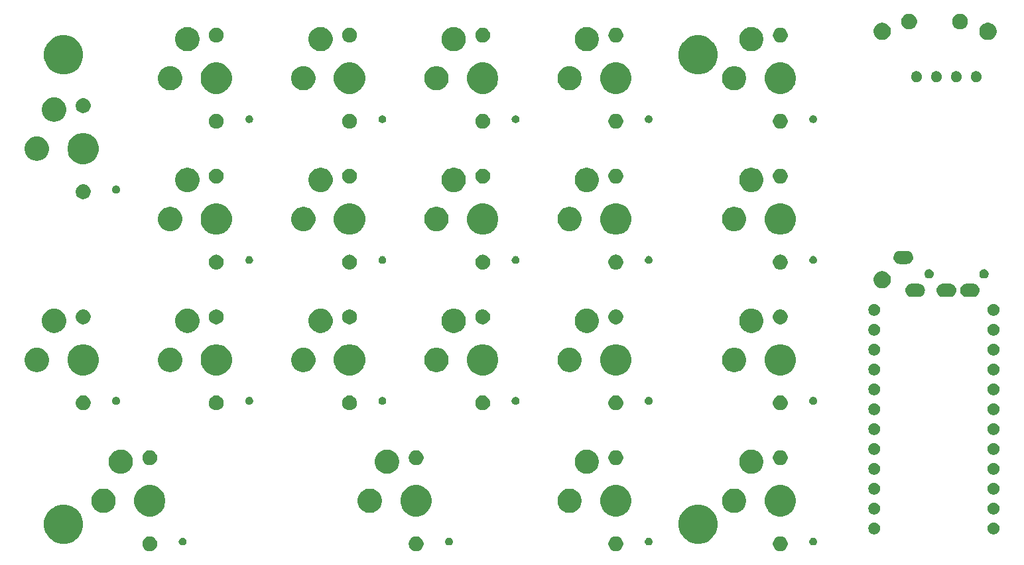
<source format=gbr>
G04 #@! TF.GenerationSoftware,KiCad,Pcbnew,(5.1.5)-3*
G04 #@! TF.CreationDate,2021-03-06T01:33:25+09:00*
G04 #@! TF.ProjectId,Setta21,53657474-6132-4312-9e6b-696361645f70,rev?*
G04 #@! TF.SameCoordinates,Original*
G04 #@! TF.FileFunction,Soldermask,Top*
G04 #@! TF.FilePolarity,Negative*
%FSLAX46Y46*%
G04 Gerber Fmt 4.6, Leading zero omitted, Abs format (unit mm)*
G04 Created by KiCad (PCBNEW (5.1.5)-3) date 2021-03-06 01:33:25*
%MOMM*%
%LPD*%
G04 APERTURE LIST*
%ADD10C,0.100000*%
G04 APERTURE END LIST*
D10*
G36*
X114185336Y-125568254D02*
G01*
X114277105Y-125586508D01*
X114449994Y-125658121D01*
X114605590Y-125762087D01*
X114737913Y-125894410D01*
X114841879Y-126050006D01*
X114910417Y-126215472D01*
X114913492Y-126222896D01*
X114949502Y-126403926D01*
X114950000Y-126406433D01*
X114950000Y-126593567D01*
X114913492Y-126777105D01*
X114841879Y-126949994D01*
X114737913Y-127105590D01*
X114605590Y-127237913D01*
X114449994Y-127341879D01*
X114277105Y-127413492D01*
X114185336Y-127431746D01*
X114093568Y-127450000D01*
X113906432Y-127450000D01*
X113814664Y-127431746D01*
X113722895Y-127413492D01*
X113550006Y-127341879D01*
X113394410Y-127237913D01*
X113262087Y-127105590D01*
X113158121Y-126949994D01*
X113086508Y-126777105D01*
X113050000Y-126593567D01*
X113050000Y-126406433D01*
X113050499Y-126403926D01*
X113086508Y-126222896D01*
X113089583Y-126215472D01*
X113158121Y-126050006D01*
X113262087Y-125894410D01*
X113394410Y-125762087D01*
X113550006Y-125658121D01*
X113722895Y-125586508D01*
X113814664Y-125568254D01*
X113906432Y-125550000D01*
X114093568Y-125550000D01*
X114185336Y-125568254D01*
G37*
G36*
X139685336Y-125568254D02*
G01*
X139777105Y-125586508D01*
X139949994Y-125658121D01*
X140105590Y-125762087D01*
X140237913Y-125894410D01*
X140341879Y-126050006D01*
X140410417Y-126215472D01*
X140413492Y-126222896D01*
X140449502Y-126403926D01*
X140450000Y-126406433D01*
X140450000Y-126593567D01*
X140413492Y-126777105D01*
X140341879Y-126949994D01*
X140237913Y-127105590D01*
X140105590Y-127237913D01*
X139949994Y-127341879D01*
X139777105Y-127413492D01*
X139685336Y-127431746D01*
X139593568Y-127450000D01*
X139406432Y-127450000D01*
X139314664Y-127431746D01*
X139222895Y-127413492D01*
X139050006Y-127341879D01*
X138894410Y-127237913D01*
X138762087Y-127105590D01*
X138658121Y-126949994D01*
X138586508Y-126777105D01*
X138550000Y-126593567D01*
X138550000Y-126406433D01*
X138550499Y-126403926D01*
X138586508Y-126222896D01*
X138589583Y-126215472D01*
X138658121Y-126050006D01*
X138762087Y-125894410D01*
X138894410Y-125762087D01*
X139050006Y-125658121D01*
X139222895Y-125586508D01*
X139314664Y-125568254D01*
X139406432Y-125550000D01*
X139593568Y-125550000D01*
X139685336Y-125568254D01*
G37*
G36*
X160685336Y-125568254D02*
G01*
X160777105Y-125586508D01*
X160949994Y-125658121D01*
X161105590Y-125762087D01*
X161237913Y-125894410D01*
X161341879Y-126050006D01*
X161410417Y-126215472D01*
X161413492Y-126222896D01*
X161449502Y-126403926D01*
X161450000Y-126406433D01*
X161450000Y-126593567D01*
X161413492Y-126777105D01*
X161341879Y-126949994D01*
X161237913Y-127105590D01*
X161105590Y-127237913D01*
X160949994Y-127341879D01*
X160777105Y-127413492D01*
X160685336Y-127431746D01*
X160593568Y-127450000D01*
X160406432Y-127450000D01*
X160314664Y-127431746D01*
X160222895Y-127413492D01*
X160050006Y-127341879D01*
X159894410Y-127237913D01*
X159762087Y-127105590D01*
X159658121Y-126949994D01*
X159586508Y-126777105D01*
X159550000Y-126593567D01*
X159550000Y-126406433D01*
X159550499Y-126403926D01*
X159586508Y-126222896D01*
X159589583Y-126215472D01*
X159658121Y-126050006D01*
X159762087Y-125894410D01*
X159894410Y-125762087D01*
X160050006Y-125658121D01*
X160222895Y-125586508D01*
X160314664Y-125568254D01*
X160406432Y-125550000D01*
X160593568Y-125550000D01*
X160685336Y-125568254D01*
G37*
G36*
X80185336Y-125568254D02*
G01*
X80277105Y-125586508D01*
X80449994Y-125658121D01*
X80605590Y-125762087D01*
X80737913Y-125894410D01*
X80841879Y-126050006D01*
X80910417Y-126215472D01*
X80913492Y-126222896D01*
X80949502Y-126403926D01*
X80950000Y-126406433D01*
X80950000Y-126593567D01*
X80913492Y-126777105D01*
X80841879Y-126949994D01*
X80737913Y-127105590D01*
X80605590Y-127237913D01*
X80449994Y-127341879D01*
X80277105Y-127413492D01*
X80185336Y-127431746D01*
X80093568Y-127450000D01*
X79906432Y-127450000D01*
X79814664Y-127431746D01*
X79722895Y-127413492D01*
X79550006Y-127341879D01*
X79394410Y-127237913D01*
X79262087Y-127105590D01*
X79158121Y-126949994D01*
X79086508Y-126777105D01*
X79050000Y-126593567D01*
X79050000Y-126406433D01*
X79050499Y-126403926D01*
X79086508Y-126222896D01*
X79089583Y-126215472D01*
X79158121Y-126050006D01*
X79262087Y-125894410D01*
X79394410Y-125762087D01*
X79550006Y-125658121D01*
X79722895Y-125586508D01*
X79814664Y-125568254D01*
X79906432Y-125550000D01*
X80093568Y-125550000D01*
X80185336Y-125568254D01*
G37*
G36*
X118345843Y-125739214D02*
G01*
X118345846Y-125739215D01*
X118345845Y-125739215D01*
X118436839Y-125776906D01*
X118478063Y-125804451D01*
X118518730Y-125831624D01*
X118588376Y-125901270D01*
X118643095Y-125983163D01*
X118680786Y-126074157D01*
X118700000Y-126170753D01*
X118700000Y-126269247D01*
X118680786Y-126365843D01*
X118680785Y-126365845D01*
X118643094Y-126456839D01*
X118588375Y-126538731D01*
X118518731Y-126608375D01*
X118436839Y-126663094D01*
X118436838Y-126663095D01*
X118436837Y-126663095D01*
X118345843Y-126700786D01*
X118249247Y-126720000D01*
X118150753Y-126720000D01*
X118054157Y-126700786D01*
X117963163Y-126663095D01*
X117963162Y-126663095D01*
X117963161Y-126663094D01*
X117881269Y-126608375D01*
X117811625Y-126538731D01*
X117756906Y-126456839D01*
X117719215Y-126365845D01*
X117719214Y-126365843D01*
X117700000Y-126269247D01*
X117700000Y-126170753D01*
X117719214Y-126074157D01*
X117756905Y-125983163D01*
X117811624Y-125901270D01*
X117881270Y-125831624D01*
X117921937Y-125804451D01*
X117963161Y-125776906D01*
X118054155Y-125739215D01*
X118054154Y-125739215D01*
X118054157Y-125739214D01*
X118150753Y-125720000D01*
X118249247Y-125720000D01*
X118345843Y-125739214D01*
G37*
G36*
X143845843Y-125739214D02*
G01*
X143845846Y-125739215D01*
X143845845Y-125739215D01*
X143936839Y-125776906D01*
X143978063Y-125804451D01*
X144018730Y-125831624D01*
X144088376Y-125901270D01*
X144143095Y-125983163D01*
X144180786Y-126074157D01*
X144200000Y-126170753D01*
X144200000Y-126269247D01*
X144180786Y-126365843D01*
X144180785Y-126365845D01*
X144143094Y-126456839D01*
X144088375Y-126538731D01*
X144018731Y-126608375D01*
X143936839Y-126663094D01*
X143936838Y-126663095D01*
X143936837Y-126663095D01*
X143845843Y-126700786D01*
X143749247Y-126720000D01*
X143650753Y-126720000D01*
X143554157Y-126700786D01*
X143463163Y-126663095D01*
X143463162Y-126663095D01*
X143463161Y-126663094D01*
X143381269Y-126608375D01*
X143311625Y-126538731D01*
X143256906Y-126456839D01*
X143219215Y-126365845D01*
X143219214Y-126365843D01*
X143200000Y-126269247D01*
X143200000Y-126170753D01*
X143219214Y-126074157D01*
X143256905Y-125983163D01*
X143311624Y-125901270D01*
X143381270Y-125831624D01*
X143421937Y-125804451D01*
X143463161Y-125776906D01*
X143554155Y-125739215D01*
X143554154Y-125739215D01*
X143554157Y-125739214D01*
X143650753Y-125720000D01*
X143749247Y-125720000D01*
X143845843Y-125739214D01*
G37*
G36*
X164845843Y-125739214D02*
G01*
X164845846Y-125739215D01*
X164845845Y-125739215D01*
X164936839Y-125776906D01*
X164978063Y-125804451D01*
X165018730Y-125831624D01*
X165088376Y-125901270D01*
X165143095Y-125983163D01*
X165180786Y-126074157D01*
X165200000Y-126170753D01*
X165200000Y-126269247D01*
X165180786Y-126365843D01*
X165180785Y-126365845D01*
X165143094Y-126456839D01*
X165088375Y-126538731D01*
X165018731Y-126608375D01*
X164936839Y-126663094D01*
X164936838Y-126663095D01*
X164936837Y-126663095D01*
X164845843Y-126700786D01*
X164749247Y-126720000D01*
X164650753Y-126720000D01*
X164554157Y-126700786D01*
X164463163Y-126663095D01*
X164463162Y-126663095D01*
X164463161Y-126663094D01*
X164381269Y-126608375D01*
X164311625Y-126538731D01*
X164256906Y-126456839D01*
X164219215Y-126365845D01*
X164219214Y-126365843D01*
X164200000Y-126269247D01*
X164200000Y-126170753D01*
X164219214Y-126074157D01*
X164256905Y-125983163D01*
X164311624Y-125901270D01*
X164381270Y-125831624D01*
X164421937Y-125804451D01*
X164463161Y-125776906D01*
X164554155Y-125739215D01*
X164554154Y-125739215D01*
X164554157Y-125739214D01*
X164650753Y-125720000D01*
X164749247Y-125720000D01*
X164845843Y-125739214D01*
G37*
G36*
X84345843Y-125739214D02*
G01*
X84345846Y-125739215D01*
X84345845Y-125739215D01*
X84436839Y-125776906D01*
X84478063Y-125804451D01*
X84518730Y-125831624D01*
X84588376Y-125901270D01*
X84643095Y-125983163D01*
X84680786Y-126074157D01*
X84700000Y-126170753D01*
X84700000Y-126269247D01*
X84680786Y-126365843D01*
X84680785Y-126365845D01*
X84643094Y-126456839D01*
X84588375Y-126538731D01*
X84518731Y-126608375D01*
X84436839Y-126663094D01*
X84436838Y-126663095D01*
X84436837Y-126663095D01*
X84345843Y-126700786D01*
X84249247Y-126720000D01*
X84150753Y-126720000D01*
X84054157Y-126700786D01*
X83963163Y-126663095D01*
X83963162Y-126663095D01*
X83963161Y-126663094D01*
X83881269Y-126608375D01*
X83811625Y-126538731D01*
X83756906Y-126456839D01*
X83719215Y-126365845D01*
X83719214Y-126365843D01*
X83700000Y-126269247D01*
X83700000Y-126170753D01*
X83719214Y-126074157D01*
X83756905Y-125983163D01*
X83811624Y-125901270D01*
X83881270Y-125831624D01*
X83921937Y-125804451D01*
X83963161Y-125776906D01*
X84054155Y-125739215D01*
X84054154Y-125739215D01*
X84054157Y-125739214D01*
X84150753Y-125720000D01*
X84249247Y-125720000D01*
X84345843Y-125739214D01*
G37*
G36*
X150729222Y-121596073D02*
G01*
X151138819Y-121765734D01*
X151184194Y-121784529D01*
X151376386Y-121912948D01*
X151593656Y-122058123D01*
X151941877Y-122406344D01*
X151986914Y-122473747D01*
X152186453Y-122772377D01*
X152215472Y-122815808D01*
X152403927Y-123270778D01*
X152500000Y-123753770D01*
X152500000Y-124246230D01*
X152403927Y-124729222D01*
X152242109Y-125119884D01*
X152215471Y-125184194D01*
X151941876Y-125593657D01*
X151593657Y-125941876D01*
X151184194Y-126215471D01*
X151184193Y-126215472D01*
X151184192Y-126215472D01*
X150729222Y-126403927D01*
X150246230Y-126500000D01*
X149753770Y-126500000D01*
X149270778Y-126403927D01*
X148815808Y-126215472D01*
X148815807Y-126215472D01*
X148815806Y-126215471D01*
X148406343Y-125941876D01*
X148058124Y-125593657D01*
X147784529Y-125184194D01*
X147757891Y-125119884D01*
X147596073Y-124729222D01*
X147500000Y-124246230D01*
X147500000Y-123753770D01*
X147596073Y-123270778D01*
X147784528Y-122815808D01*
X147813548Y-122772377D01*
X148013086Y-122473747D01*
X148058123Y-122406344D01*
X148406344Y-122058123D01*
X148623614Y-121912948D01*
X148815806Y-121784529D01*
X148861181Y-121765734D01*
X149270778Y-121596073D01*
X149753770Y-121500000D01*
X150246230Y-121500000D01*
X150729222Y-121596073D01*
G37*
G36*
X69729222Y-121596073D02*
G01*
X70138819Y-121765734D01*
X70184194Y-121784529D01*
X70376386Y-121912948D01*
X70593656Y-122058123D01*
X70941877Y-122406344D01*
X70986914Y-122473747D01*
X71186453Y-122772377D01*
X71215472Y-122815808D01*
X71403927Y-123270778D01*
X71500000Y-123753770D01*
X71500000Y-124246230D01*
X71403927Y-124729222D01*
X71242109Y-125119884D01*
X71215471Y-125184194D01*
X70941876Y-125593657D01*
X70593657Y-125941876D01*
X70184194Y-126215471D01*
X70184193Y-126215472D01*
X70184192Y-126215472D01*
X69729222Y-126403927D01*
X69246230Y-126500000D01*
X68753770Y-126500000D01*
X68270778Y-126403927D01*
X67815808Y-126215472D01*
X67815807Y-126215472D01*
X67815806Y-126215471D01*
X67406343Y-125941876D01*
X67058124Y-125593657D01*
X66784529Y-125184194D01*
X66757891Y-125119884D01*
X66596073Y-124729222D01*
X66500000Y-124246230D01*
X66500000Y-123753770D01*
X66596073Y-123270778D01*
X66784528Y-122815808D01*
X66813548Y-122772377D01*
X67013086Y-122473747D01*
X67058123Y-122406344D01*
X67406344Y-122058123D01*
X67623614Y-121912948D01*
X67815806Y-121784529D01*
X67861181Y-121765734D01*
X68270778Y-121596073D01*
X68753770Y-121500000D01*
X69246230Y-121500000D01*
X69729222Y-121596073D01*
G37*
G36*
X172666795Y-123785522D02*
G01*
X172715867Y-123795283D01*
X172854542Y-123852724D01*
X172979347Y-123936116D01*
X173085484Y-124042253D01*
X173168876Y-124167058D01*
X173226317Y-124305733D01*
X173255600Y-124452950D01*
X173255600Y-124603050D01*
X173226317Y-124750267D01*
X173168876Y-124888942D01*
X173085484Y-125013747D01*
X172979347Y-125119884D01*
X172854542Y-125203276D01*
X172715867Y-125260717D01*
X172666795Y-125270478D01*
X172568652Y-125290000D01*
X172418548Y-125290000D01*
X172320405Y-125270478D01*
X172271333Y-125260717D01*
X172132658Y-125203276D01*
X172007853Y-125119884D01*
X171901716Y-125013747D01*
X171818324Y-124888942D01*
X171760883Y-124750267D01*
X171731600Y-124603050D01*
X171731600Y-124452950D01*
X171760883Y-124305733D01*
X171818324Y-124167058D01*
X171901716Y-124042253D01*
X172007853Y-123936116D01*
X172132658Y-123852724D01*
X172271333Y-123795283D01*
X172320405Y-123785522D01*
X172418548Y-123766000D01*
X172568652Y-123766000D01*
X172666795Y-123785522D01*
G37*
G36*
X187886795Y-123785522D02*
G01*
X187935867Y-123795283D01*
X188074542Y-123852724D01*
X188199347Y-123936116D01*
X188305484Y-124042253D01*
X188388876Y-124167058D01*
X188446317Y-124305733D01*
X188475600Y-124452950D01*
X188475600Y-124603050D01*
X188446317Y-124750267D01*
X188388876Y-124888942D01*
X188305484Y-125013747D01*
X188199347Y-125119884D01*
X188074542Y-125203276D01*
X187935867Y-125260717D01*
X187886795Y-125270478D01*
X187788652Y-125290000D01*
X187638548Y-125290000D01*
X187540405Y-125270478D01*
X187491333Y-125260717D01*
X187352658Y-125203276D01*
X187227853Y-125119884D01*
X187121716Y-125013747D01*
X187038324Y-124888942D01*
X186980883Y-124750267D01*
X186951600Y-124603050D01*
X186951600Y-124452950D01*
X186980883Y-124305733D01*
X187038324Y-124167058D01*
X187121716Y-124042253D01*
X187227853Y-123936116D01*
X187352658Y-123852724D01*
X187491333Y-123795283D01*
X187540405Y-123785522D01*
X187638548Y-123766000D01*
X187788652Y-123766000D01*
X187886795Y-123785522D01*
G37*
G36*
X80583377Y-119076858D02*
G01*
X80942795Y-119225734D01*
X80947355Y-119227623D01*
X81112251Y-119337803D01*
X81274925Y-119446498D01*
X81553502Y-119725075D01*
X81772378Y-120052647D01*
X81923142Y-120416623D01*
X82000000Y-120803016D01*
X82000000Y-121196984D01*
X81923142Y-121583377D01*
X81847607Y-121765734D01*
X81772377Y-121947355D01*
X81695072Y-122063050D01*
X81596706Y-122210266D01*
X81553501Y-122274926D01*
X81274926Y-122553501D01*
X80947355Y-122772377D01*
X80947354Y-122772378D01*
X80947353Y-122772378D01*
X80583377Y-122923142D01*
X80196984Y-123000000D01*
X79803016Y-123000000D01*
X79416623Y-122923142D01*
X79052647Y-122772378D01*
X79052646Y-122772378D01*
X79052645Y-122772377D01*
X78725074Y-122553501D01*
X78446499Y-122274926D01*
X78403295Y-122210266D01*
X78304928Y-122063050D01*
X78227623Y-121947355D01*
X78152393Y-121765734D01*
X78076858Y-121583377D01*
X78000000Y-121196984D01*
X78000000Y-120803016D01*
X78076858Y-120416623D01*
X78227622Y-120052647D01*
X78446498Y-119725075D01*
X78725075Y-119446498D01*
X78887749Y-119337803D01*
X79052645Y-119227623D01*
X79057205Y-119225734D01*
X79416623Y-119076858D01*
X79803016Y-119000000D01*
X80196984Y-119000000D01*
X80583377Y-119076858D01*
G37*
G36*
X161083377Y-119076858D02*
G01*
X161442795Y-119225734D01*
X161447355Y-119227623D01*
X161612251Y-119337803D01*
X161774925Y-119446498D01*
X162053502Y-119725075D01*
X162272378Y-120052647D01*
X162423142Y-120416623D01*
X162500000Y-120803016D01*
X162500000Y-121196984D01*
X162423142Y-121583377D01*
X162347607Y-121765734D01*
X162272377Y-121947355D01*
X162195072Y-122063050D01*
X162096706Y-122210266D01*
X162053501Y-122274926D01*
X161774926Y-122553501D01*
X161447355Y-122772377D01*
X161447354Y-122772378D01*
X161447353Y-122772378D01*
X161083377Y-122923142D01*
X160696984Y-123000000D01*
X160303016Y-123000000D01*
X159916623Y-122923142D01*
X159552647Y-122772378D01*
X159552646Y-122772378D01*
X159552645Y-122772377D01*
X159225074Y-122553501D01*
X158946499Y-122274926D01*
X158903295Y-122210266D01*
X158804928Y-122063050D01*
X158727623Y-121947355D01*
X158652393Y-121765734D01*
X158576858Y-121583377D01*
X158500000Y-121196984D01*
X158500000Y-120803016D01*
X158576858Y-120416623D01*
X158727622Y-120052647D01*
X158946498Y-119725075D01*
X159225075Y-119446498D01*
X159387749Y-119337803D01*
X159552645Y-119227623D01*
X159557205Y-119225734D01*
X159916623Y-119076858D01*
X160303016Y-119000000D01*
X160696984Y-119000000D01*
X161083377Y-119076858D01*
G37*
G36*
X114583377Y-119076858D02*
G01*
X114942795Y-119225734D01*
X114947355Y-119227623D01*
X115112251Y-119337803D01*
X115274925Y-119446498D01*
X115553502Y-119725075D01*
X115772378Y-120052647D01*
X115923142Y-120416623D01*
X116000000Y-120803016D01*
X116000000Y-121196984D01*
X115923142Y-121583377D01*
X115847607Y-121765734D01*
X115772377Y-121947355D01*
X115695072Y-122063050D01*
X115596706Y-122210266D01*
X115553501Y-122274926D01*
X115274926Y-122553501D01*
X114947355Y-122772377D01*
X114947354Y-122772378D01*
X114947353Y-122772378D01*
X114583377Y-122923142D01*
X114196984Y-123000000D01*
X113803016Y-123000000D01*
X113416623Y-122923142D01*
X113052647Y-122772378D01*
X113052646Y-122772378D01*
X113052645Y-122772377D01*
X112725074Y-122553501D01*
X112446499Y-122274926D01*
X112403295Y-122210266D01*
X112304928Y-122063050D01*
X112227623Y-121947355D01*
X112152393Y-121765734D01*
X112076858Y-121583377D01*
X112000000Y-121196984D01*
X112000000Y-120803016D01*
X112076858Y-120416623D01*
X112227622Y-120052647D01*
X112446498Y-119725075D01*
X112725075Y-119446498D01*
X112887749Y-119337803D01*
X113052645Y-119227623D01*
X113057205Y-119225734D01*
X113416623Y-119076858D01*
X113803016Y-119000000D01*
X114196984Y-119000000D01*
X114583377Y-119076858D01*
G37*
G36*
X140083377Y-119076858D02*
G01*
X140442795Y-119225734D01*
X140447355Y-119227623D01*
X140612251Y-119337803D01*
X140774925Y-119446498D01*
X141053502Y-119725075D01*
X141272378Y-120052647D01*
X141423142Y-120416623D01*
X141500000Y-120803016D01*
X141500000Y-121196984D01*
X141423142Y-121583377D01*
X141347607Y-121765734D01*
X141272377Y-121947355D01*
X141195072Y-122063050D01*
X141096706Y-122210266D01*
X141053501Y-122274926D01*
X140774926Y-122553501D01*
X140447355Y-122772377D01*
X140447354Y-122772378D01*
X140447353Y-122772378D01*
X140083377Y-122923142D01*
X139696984Y-123000000D01*
X139303016Y-123000000D01*
X138916623Y-122923142D01*
X138552647Y-122772378D01*
X138552646Y-122772378D01*
X138552645Y-122772377D01*
X138225074Y-122553501D01*
X137946499Y-122274926D01*
X137903295Y-122210266D01*
X137804928Y-122063050D01*
X137727623Y-121947355D01*
X137652393Y-121765734D01*
X137576858Y-121583377D01*
X137500000Y-121196984D01*
X137500000Y-120803016D01*
X137576858Y-120416623D01*
X137727622Y-120052647D01*
X137946498Y-119725075D01*
X138225075Y-119446498D01*
X138387749Y-119337803D01*
X138552645Y-119227623D01*
X138557205Y-119225734D01*
X138916623Y-119076858D01*
X139303016Y-119000000D01*
X139696984Y-119000000D01*
X140083377Y-119076858D01*
G37*
G36*
X187886795Y-121245522D02*
G01*
X187935867Y-121255283D01*
X188074542Y-121312724D01*
X188199347Y-121396116D01*
X188305484Y-121502253D01*
X188388876Y-121627058D01*
X188446317Y-121765733D01*
X188475600Y-121912950D01*
X188475600Y-122063050D01*
X188446317Y-122210267D01*
X188388876Y-122348942D01*
X188305484Y-122473747D01*
X188199347Y-122579884D01*
X188074542Y-122663276D01*
X187935867Y-122720717D01*
X187886795Y-122730478D01*
X187788652Y-122750000D01*
X187638548Y-122750000D01*
X187540405Y-122730478D01*
X187491333Y-122720717D01*
X187352658Y-122663276D01*
X187227853Y-122579884D01*
X187121716Y-122473747D01*
X187038324Y-122348942D01*
X186980883Y-122210267D01*
X186951600Y-122063050D01*
X186951600Y-121912950D01*
X186980883Y-121765733D01*
X187038324Y-121627058D01*
X187121716Y-121502253D01*
X187227853Y-121396116D01*
X187352658Y-121312724D01*
X187491333Y-121255283D01*
X187540405Y-121245522D01*
X187638548Y-121226000D01*
X187788652Y-121226000D01*
X187886795Y-121245522D01*
G37*
G36*
X172666795Y-121245522D02*
G01*
X172715867Y-121255283D01*
X172854542Y-121312724D01*
X172979347Y-121396116D01*
X173085484Y-121502253D01*
X173168876Y-121627058D01*
X173226317Y-121765733D01*
X173255600Y-121912950D01*
X173255600Y-122063050D01*
X173226317Y-122210267D01*
X173168876Y-122348942D01*
X173085484Y-122473747D01*
X172979347Y-122579884D01*
X172854542Y-122663276D01*
X172715867Y-122720717D01*
X172666795Y-122730478D01*
X172568652Y-122750000D01*
X172418548Y-122750000D01*
X172320405Y-122730478D01*
X172271333Y-122720717D01*
X172132658Y-122663276D01*
X172007853Y-122579884D01*
X171901716Y-122473747D01*
X171818324Y-122348942D01*
X171760883Y-122210267D01*
X171731600Y-122063050D01*
X171731600Y-121912950D01*
X171760883Y-121765733D01*
X171818324Y-121627058D01*
X171901716Y-121502253D01*
X172007853Y-121396116D01*
X172132658Y-121312724D01*
X172271333Y-121255283D01*
X172320405Y-121245522D01*
X172418548Y-121226000D01*
X172568652Y-121226000D01*
X172666795Y-121245522D01*
G37*
G36*
X154902390Y-119479783D02*
G01*
X155052118Y-119509565D01*
X155084673Y-119523050D01*
X155334199Y-119626407D01*
X155334200Y-119626408D01*
X155588068Y-119796036D01*
X155803964Y-120011932D01*
X155878361Y-120123276D01*
X155973593Y-120265801D01*
X156090435Y-120547883D01*
X156150000Y-120847337D01*
X156150000Y-121152663D01*
X156090435Y-121452117D01*
X155973593Y-121734199D01*
X155917306Y-121818439D01*
X155803964Y-121988068D01*
X155588068Y-122203964D01*
X155481865Y-122274926D01*
X155334199Y-122373593D01*
X155168960Y-122442037D01*
X155052118Y-122490435D01*
X154902390Y-122520217D01*
X154752663Y-122550000D01*
X154447337Y-122550000D01*
X154297610Y-122520217D01*
X154147882Y-122490435D01*
X154031040Y-122442037D01*
X153865801Y-122373593D01*
X153718135Y-122274926D01*
X153611932Y-122203964D01*
X153396036Y-121988068D01*
X153282694Y-121818439D01*
X153226407Y-121734199D01*
X153109565Y-121452117D01*
X153050000Y-121152663D01*
X153050000Y-120847337D01*
X153109565Y-120547883D01*
X153226407Y-120265801D01*
X153321639Y-120123276D01*
X153396036Y-120011932D01*
X153611932Y-119796036D01*
X153865800Y-119626408D01*
X153865801Y-119626407D01*
X154115327Y-119523050D01*
X154147882Y-119509565D01*
X154297610Y-119479783D01*
X154447337Y-119450000D01*
X154752663Y-119450000D01*
X154902390Y-119479783D01*
G37*
G36*
X108402390Y-119479783D02*
G01*
X108552118Y-119509565D01*
X108584673Y-119523050D01*
X108834199Y-119626407D01*
X108834200Y-119626408D01*
X109088068Y-119796036D01*
X109303964Y-120011932D01*
X109378361Y-120123276D01*
X109473593Y-120265801D01*
X109590435Y-120547883D01*
X109650000Y-120847337D01*
X109650000Y-121152663D01*
X109590435Y-121452117D01*
X109473593Y-121734199D01*
X109417306Y-121818439D01*
X109303964Y-121988068D01*
X109088068Y-122203964D01*
X108981865Y-122274926D01*
X108834199Y-122373593D01*
X108668960Y-122442037D01*
X108552118Y-122490435D01*
X108402390Y-122520217D01*
X108252663Y-122550000D01*
X107947337Y-122550000D01*
X107797610Y-122520217D01*
X107647882Y-122490435D01*
X107531040Y-122442037D01*
X107365801Y-122373593D01*
X107218135Y-122274926D01*
X107111932Y-122203964D01*
X106896036Y-121988068D01*
X106782694Y-121818439D01*
X106726407Y-121734199D01*
X106609565Y-121452117D01*
X106550000Y-121152663D01*
X106550000Y-120847337D01*
X106609565Y-120547883D01*
X106726407Y-120265801D01*
X106821639Y-120123276D01*
X106896036Y-120011932D01*
X107111932Y-119796036D01*
X107365800Y-119626408D01*
X107365801Y-119626407D01*
X107615327Y-119523050D01*
X107647882Y-119509565D01*
X107797610Y-119479783D01*
X107947337Y-119450000D01*
X108252663Y-119450000D01*
X108402390Y-119479783D01*
G37*
G36*
X74402390Y-119479783D02*
G01*
X74552118Y-119509565D01*
X74584673Y-119523050D01*
X74834199Y-119626407D01*
X74834200Y-119626408D01*
X75088068Y-119796036D01*
X75303964Y-120011932D01*
X75378361Y-120123276D01*
X75473593Y-120265801D01*
X75590435Y-120547883D01*
X75650000Y-120847337D01*
X75650000Y-121152663D01*
X75590435Y-121452117D01*
X75473593Y-121734199D01*
X75417306Y-121818439D01*
X75303964Y-121988068D01*
X75088068Y-122203964D01*
X74981865Y-122274926D01*
X74834199Y-122373593D01*
X74668960Y-122442037D01*
X74552118Y-122490435D01*
X74402390Y-122520217D01*
X74252663Y-122550000D01*
X73947337Y-122550000D01*
X73797610Y-122520217D01*
X73647882Y-122490435D01*
X73531040Y-122442037D01*
X73365801Y-122373593D01*
X73218135Y-122274926D01*
X73111932Y-122203964D01*
X72896036Y-121988068D01*
X72782694Y-121818439D01*
X72726407Y-121734199D01*
X72609565Y-121452117D01*
X72550000Y-121152663D01*
X72550000Y-120847337D01*
X72609565Y-120547883D01*
X72726407Y-120265801D01*
X72821639Y-120123276D01*
X72896036Y-120011932D01*
X73111932Y-119796036D01*
X73365800Y-119626408D01*
X73365801Y-119626407D01*
X73615327Y-119523050D01*
X73647882Y-119509565D01*
X73797610Y-119479783D01*
X73947337Y-119450000D01*
X74252663Y-119450000D01*
X74402390Y-119479783D01*
G37*
G36*
X133902390Y-119479783D02*
G01*
X134052118Y-119509565D01*
X134084673Y-119523050D01*
X134334199Y-119626407D01*
X134334200Y-119626408D01*
X134588068Y-119796036D01*
X134803964Y-120011932D01*
X134878361Y-120123276D01*
X134973593Y-120265801D01*
X135090435Y-120547883D01*
X135150000Y-120847337D01*
X135150000Y-121152663D01*
X135090435Y-121452117D01*
X134973593Y-121734199D01*
X134917306Y-121818439D01*
X134803964Y-121988068D01*
X134588068Y-122203964D01*
X134481865Y-122274926D01*
X134334199Y-122373593D01*
X134168960Y-122442037D01*
X134052118Y-122490435D01*
X133902390Y-122520217D01*
X133752663Y-122550000D01*
X133447337Y-122550000D01*
X133297610Y-122520217D01*
X133147882Y-122490435D01*
X133031040Y-122442037D01*
X132865801Y-122373593D01*
X132718135Y-122274926D01*
X132611932Y-122203964D01*
X132396036Y-121988068D01*
X132282694Y-121818439D01*
X132226407Y-121734199D01*
X132109565Y-121452117D01*
X132050000Y-121152663D01*
X132050000Y-120847337D01*
X132109565Y-120547883D01*
X132226407Y-120265801D01*
X132321639Y-120123276D01*
X132396036Y-120011932D01*
X132611932Y-119796036D01*
X132865800Y-119626408D01*
X132865801Y-119626407D01*
X133115327Y-119523050D01*
X133147882Y-119509565D01*
X133297610Y-119479783D01*
X133447337Y-119450000D01*
X133752663Y-119450000D01*
X133902390Y-119479783D01*
G37*
G36*
X187886795Y-118705522D02*
G01*
X187935867Y-118715283D01*
X188074542Y-118772724D01*
X188199347Y-118856116D01*
X188305484Y-118962253D01*
X188388876Y-119087058D01*
X188446317Y-119225733D01*
X188475600Y-119372950D01*
X188475600Y-119523050D01*
X188446317Y-119670267D01*
X188388876Y-119808942D01*
X188305484Y-119933747D01*
X188199347Y-120039884D01*
X188074542Y-120123276D01*
X187935867Y-120180717D01*
X187886795Y-120190478D01*
X187788652Y-120210000D01*
X187638548Y-120210000D01*
X187540405Y-120190478D01*
X187491333Y-120180717D01*
X187352658Y-120123276D01*
X187227853Y-120039884D01*
X187121716Y-119933747D01*
X187038324Y-119808942D01*
X186980883Y-119670267D01*
X186951600Y-119523050D01*
X186951600Y-119372950D01*
X186980883Y-119225733D01*
X187038324Y-119087058D01*
X187121716Y-118962253D01*
X187227853Y-118856116D01*
X187352658Y-118772724D01*
X187491333Y-118715283D01*
X187540405Y-118705522D01*
X187638548Y-118686000D01*
X187788652Y-118686000D01*
X187886795Y-118705522D01*
G37*
G36*
X172666795Y-118705522D02*
G01*
X172715867Y-118715283D01*
X172854542Y-118772724D01*
X172979347Y-118856116D01*
X173085484Y-118962253D01*
X173168876Y-119087058D01*
X173226317Y-119225733D01*
X173255600Y-119372950D01*
X173255600Y-119523050D01*
X173226317Y-119670267D01*
X173168876Y-119808942D01*
X173085484Y-119933747D01*
X172979347Y-120039884D01*
X172854542Y-120123276D01*
X172715867Y-120180717D01*
X172666795Y-120190478D01*
X172568652Y-120210000D01*
X172418548Y-120210000D01*
X172320405Y-120190478D01*
X172271333Y-120180717D01*
X172132658Y-120123276D01*
X172007853Y-120039884D01*
X171901716Y-119933747D01*
X171818324Y-119808942D01*
X171760883Y-119670267D01*
X171731600Y-119523050D01*
X171731600Y-119372950D01*
X171760883Y-119225733D01*
X171818324Y-119087058D01*
X171901716Y-118962253D01*
X172007853Y-118856116D01*
X172132658Y-118772724D01*
X172271333Y-118715283D01*
X172320405Y-118705522D01*
X172418548Y-118686000D01*
X172568652Y-118686000D01*
X172666795Y-118705522D01*
G37*
G36*
X187886795Y-116165522D02*
G01*
X187935867Y-116175283D01*
X188074542Y-116232724D01*
X188199347Y-116316116D01*
X188305484Y-116422253D01*
X188388876Y-116547058D01*
X188446317Y-116685733D01*
X188475600Y-116832950D01*
X188475600Y-116983050D01*
X188446317Y-117130267D01*
X188388876Y-117268942D01*
X188305484Y-117393747D01*
X188199347Y-117499884D01*
X188074542Y-117583276D01*
X187935867Y-117640717D01*
X187886795Y-117650478D01*
X187788652Y-117670000D01*
X187638548Y-117670000D01*
X187540405Y-117650478D01*
X187491333Y-117640717D01*
X187352658Y-117583276D01*
X187227853Y-117499884D01*
X187121716Y-117393747D01*
X187038324Y-117268942D01*
X186980883Y-117130267D01*
X186951600Y-116983050D01*
X186951600Y-116832950D01*
X186980883Y-116685733D01*
X187038324Y-116547058D01*
X187121716Y-116422253D01*
X187227853Y-116316116D01*
X187352658Y-116232724D01*
X187491333Y-116175283D01*
X187540405Y-116165522D01*
X187638548Y-116146000D01*
X187788652Y-116146000D01*
X187886795Y-116165522D01*
G37*
G36*
X172666795Y-116165522D02*
G01*
X172715867Y-116175283D01*
X172854542Y-116232724D01*
X172979347Y-116316116D01*
X173085484Y-116422253D01*
X173168876Y-116547058D01*
X173226317Y-116685733D01*
X173255600Y-116832950D01*
X173255600Y-116983050D01*
X173226317Y-117130267D01*
X173168876Y-117268942D01*
X173085484Y-117393747D01*
X172979347Y-117499884D01*
X172854542Y-117583276D01*
X172715867Y-117640717D01*
X172666795Y-117650478D01*
X172568652Y-117670000D01*
X172418548Y-117670000D01*
X172320405Y-117650478D01*
X172271333Y-117640717D01*
X172132658Y-117583276D01*
X172007853Y-117499884D01*
X171901716Y-117393747D01*
X171818324Y-117268942D01*
X171760883Y-117130267D01*
X171731600Y-116983050D01*
X171731600Y-116832950D01*
X171760883Y-116685733D01*
X171818324Y-116547058D01*
X171901716Y-116422253D01*
X172007853Y-116316116D01*
X172132658Y-116232724D01*
X172271333Y-116175283D01*
X172320405Y-116165522D01*
X172418548Y-116146000D01*
X172568652Y-116146000D01*
X172666795Y-116165522D01*
G37*
G36*
X76602390Y-114479783D02*
G01*
X76752118Y-114509565D01*
X76849736Y-114550000D01*
X77034199Y-114626407D01*
X77034200Y-114626408D01*
X77288068Y-114796036D01*
X77503964Y-115011932D01*
X77524907Y-115043276D01*
X77673593Y-115265801D01*
X77790435Y-115547883D01*
X77850000Y-115847337D01*
X77850000Y-116152663D01*
X77790435Y-116452117D01*
X77673593Y-116734199D01*
X77673592Y-116734200D01*
X77503964Y-116988068D01*
X77288068Y-117203964D01*
X77118439Y-117317306D01*
X77034199Y-117373593D01*
X76868960Y-117442037D01*
X76752118Y-117490435D01*
X76704614Y-117499884D01*
X76452663Y-117550000D01*
X76147337Y-117550000D01*
X75895386Y-117499884D01*
X75847882Y-117490435D01*
X75731040Y-117442037D01*
X75565801Y-117373593D01*
X75481561Y-117317306D01*
X75311932Y-117203964D01*
X75096036Y-116988068D01*
X74926408Y-116734200D01*
X74926407Y-116734199D01*
X74809565Y-116452117D01*
X74750000Y-116152663D01*
X74750000Y-115847337D01*
X74809565Y-115547883D01*
X74926407Y-115265801D01*
X75075093Y-115043276D01*
X75096036Y-115011932D01*
X75311932Y-114796036D01*
X75565800Y-114626408D01*
X75565801Y-114626407D01*
X75750264Y-114550000D01*
X75847882Y-114509565D01*
X75997610Y-114479783D01*
X76147337Y-114450000D01*
X76452663Y-114450000D01*
X76602390Y-114479783D01*
G37*
G36*
X157102390Y-114479783D02*
G01*
X157252118Y-114509565D01*
X157349736Y-114550000D01*
X157534199Y-114626407D01*
X157534200Y-114626408D01*
X157788068Y-114796036D01*
X158003964Y-115011932D01*
X158024907Y-115043276D01*
X158173593Y-115265801D01*
X158290435Y-115547883D01*
X158350000Y-115847337D01*
X158350000Y-116152663D01*
X158290435Y-116452117D01*
X158173593Y-116734199D01*
X158173592Y-116734200D01*
X158003964Y-116988068D01*
X157788068Y-117203964D01*
X157618439Y-117317306D01*
X157534199Y-117373593D01*
X157368960Y-117442037D01*
X157252118Y-117490435D01*
X157204614Y-117499884D01*
X156952663Y-117550000D01*
X156647337Y-117550000D01*
X156395386Y-117499884D01*
X156347882Y-117490435D01*
X156231040Y-117442037D01*
X156065801Y-117373593D01*
X155981561Y-117317306D01*
X155811932Y-117203964D01*
X155596036Y-116988068D01*
X155426408Y-116734200D01*
X155426407Y-116734199D01*
X155309565Y-116452117D01*
X155250000Y-116152663D01*
X155250000Y-115847337D01*
X155309565Y-115547883D01*
X155426407Y-115265801D01*
X155575093Y-115043276D01*
X155596036Y-115011932D01*
X155811932Y-114796036D01*
X156065800Y-114626408D01*
X156065801Y-114626407D01*
X156250264Y-114550000D01*
X156347882Y-114509565D01*
X156497610Y-114479783D01*
X156647337Y-114450000D01*
X156952663Y-114450000D01*
X157102390Y-114479783D01*
G37*
G36*
X136102390Y-114479783D02*
G01*
X136252118Y-114509565D01*
X136349736Y-114550000D01*
X136534199Y-114626407D01*
X136534200Y-114626408D01*
X136788068Y-114796036D01*
X137003964Y-115011932D01*
X137024907Y-115043276D01*
X137173593Y-115265801D01*
X137290435Y-115547883D01*
X137350000Y-115847337D01*
X137350000Y-116152663D01*
X137290435Y-116452117D01*
X137173593Y-116734199D01*
X137173592Y-116734200D01*
X137003964Y-116988068D01*
X136788068Y-117203964D01*
X136618439Y-117317306D01*
X136534199Y-117373593D01*
X136368960Y-117442037D01*
X136252118Y-117490435D01*
X136204614Y-117499884D01*
X135952663Y-117550000D01*
X135647337Y-117550000D01*
X135395386Y-117499884D01*
X135347882Y-117490435D01*
X135231040Y-117442037D01*
X135065801Y-117373593D01*
X134981561Y-117317306D01*
X134811932Y-117203964D01*
X134596036Y-116988068D01*
X134426408Y-116734200D01*
X134426407Y-116734199D01*
X134309565Y-116452117D01*
X134250000Y-116152663D01*
X134250000Y-115847337D01*
X134309565Y-115547883D01*
X134426407Y-115265801D01*
X134575093Y-115043276D01*
X134596036Y-115011932D01*
X134811932Y-114796036D01*
X135065800Y-114626408D01*
X135065801Y-114626407D01*
X135250264Y-114550000D01*
X135347882Y-114509565D01*
X135497610Y-114479783D01*
X135647337Y-114450000D01*
X135952663Y-114450000D01*
X136102390Y-114479783D01*
G37*
G36*
X110602390Y-114479783D02*
G01*
X110752118Y-114509565D01*
X110849736Y-114550000D01*
X111034199Y-114626407D01*
X111034200Y-114626408D01*
X111288068Y-114796036D01*
X111503964Y-115011932D01*
X111524907Y-115043276D01*
X111673593Y-115265801D01*
X111790435Y-115547883D01*
X111850000Y-115847337D01*
X111850000Y-116152663D01*
X111790435Y-116452117D01*
X111673593Y-116734199D01*
X111673592Y-116734200D01*
X111503964Y-116988068D01*
X111288068Y-117203964D01*
X111118439Y-117317306D01*
X111034199Y-117373593D01*
X110868960Y-117442037D01*
X110752118Y-117490435D01*
X110704614Y-117499884D01*
X110452663Y-117550000D01*
X110147337Y-117550000D01*
X109895386Y-117499884D01*
X109847882Y-117490435D01*
X109731040Y-117442037D01*
X109565801Y-117373593D01*
X109481561Y-117317306D01*
X109311932Y-117203964D01*
X109096036Y-116988068D01*
X108926408Y-116734200D01*
X108926407Y-116734199D01*
X108809565Y-116452117D01*
X108750000Y-116152663D01*
X108750000Y-115847337D01*
X108809565Y-115547883D01*
X108926407Y-115265801D01*
X109075093Y-115043276D01*
X109096036Y-115011932D01*
X109311932Y-114796036D01*
X109565800Y-114626408D01*
X109565801Y-114626407D01*
X109750264Y-114550000D01*
X109847882Y-114509565D01*
X109997610Y-114479783D01*
X110147337Y-114450000D01*
X110452663Y-114450000D01*
X110602390Y-114479783D01*
G37*
G36*
X139685336Y-114568254D02*
G01*
X139777105Y-114586508D01*
X139949994Y-114658121D01*
X140105590Y-114762087D01*
X140237913Y-114894410D01*
X140341879Y-115050006D01*
X140413492Y-115222895D01*
X140450000Y-115406433D01*
X140450000Y-115593567D01*
X140413492Y-115777105D01*
X140341879Y-115949994D01*
X140237913Y-116105590D01*
X140105590Y-116237913D01*
X139949994Y-116341879D01*
X139777105Y-116413492D01*
X139733055Y-116422254D01*
X139593568Y-116450000D01*
X139406432Y-116450000D01*
X139266945Y-116422254D01*
X139222895Y-116413492D01*
X139050006Y-116341879D01*
X138894410Y-116237913D01*
X138762087Y-116105590D01*
X138658121Y-115949994D01*
X138586508Y-115777105D01*
X138550000Y-115593567D01*
X138550000Y-115406433D01*
X138586508Y-115222895D01*
X138658121Y-115050006D01*
X138762087Y-114894410D01*
X138894410Y-114762087D01*
X139050006Y-114658121D01*
X139222895Y-114586508D01*
X139314664Y-114568254D01*
X139406432Y-114550000D01*
X139593568Y-114550000D01*
X139685336Y-114568254D01*
G37*
G36*
X80185336Y-114568254D02*
G01*
X80277105Y-114586508D01*
X80449994Y-114658121D01*
X80605590Y-114762087D01*
X80737913Y-114894410D01*
X80841879Y-115050006D01*
X80913492Y-115222895D01*
X80950000Y-115406433D01*
X80950000Y-115593567D01*
X80913492Y-115777105D01*
X80841879Y-115949994D01*
X80737913Y-116105590D01*
X80605590Y-116237913D01*
X80449994Y-116341879D01*
X80277105Y-116413492D01*
X80233055Y-116422254D01*
X80093568Y-116450000D01*
X79906432Y-116450000D01*
X79766945Y-116422254D01*
X79722895Y-116413492D01*
X79550006Y-116341879D01*
X79394410Y-116237913D01*
X79262087Y-116105590D01*
X79158121Y-115949994D01*
X79086508Y-115777105D01*
X79050000Y-115593567D01*
X79050000Y-115406433D01*
X79086508Y-115222895D01*
X79158121Y-115050006D01*
X79262087Y-114894410D01*
X79394410Y-114762087D01*
X79550006Y-114658121D01*
X79722895Y-114586508D01*
X79814664Y-114568254D01*
X79906432Y-114550000D01*
X80093568Y-114550000D01*
X80185336Y-114568254D01*
G37*
G36*
X114185336Y-114568254D02*
G01*
X114277105Y-114586508D01*
X114449994Y-114658121D01*
X114605590Y-114762087D01*
X114737913Y-114894410D01*
X114841879Y-115050006D01*
X114913492Y-115222895D01*
X114950000Y-115406433D01*
X114950000Y-115593567D01*
X114913492Y-115777105D01*
X114841879Y-115949994D01*
X114737913Y-116105590D01*
X114605590Y-116237913D01*
X114449994Y-116341879D01*
X114277105Y-116413492D01*
X114233055Y-116422254D01*
X114093568Y-116450000D01*
X113906432Y-116450000D01*
X113766945Y-116422254D01*
X113722895Y-116413492D01*
X113550006Y-116341879D01*
X113394410Y-116237913D01*
X113262087Y-116105590D01*
X113158121Y-115949994D01*
X113086508Y-115777105D01*
X113050000Y-115593567D01*
X113050000Y-115406433D01*
X113086508Y-115222895D01*
X113158121Y-115050006D01*
X113262087Y-114894410D01*
X113394410Y-114762087D01*
X113550006Y-114658121D01*
X113722895Y-114586508D01*
X113814664Y-114568254D01*
X113906432Y-114550000D01*
X114093568Y-114550000D01*
X114185336Y-114568254D01*
G37*
G36*
X160685336Y-114568254D02*
G01*
X160777105Y-114586508D01*
X160949994Y-114658121D01*
X161105590Y-114762087D01*
X161237913Y-114894410D01*
X161341879Y-115050006D01*
X161413492Y-115222895D01*
X161450000Y-115406433D01*
X161450000Y-115593567D01*
X161413492Y-115777105D01*
X161341879Y-115949994D01*
X161237913Y-116105590D01*
X161105590Y-116237913D01*
X160949994Y-116341879D01*
X160777105Y-116413492D01*
X160733055Y-116422254D01*
X160593568Y-116450000D01*
X160406432Y-116450000D01*
X160266945Y-116422254D01*
X160222895Y-116413492D01*
X160050006Y-116341879D01*
X159894410Y-116237913D01*
X159762087Y-116105590D01*
X159658121Y-115949994D01*
X159586508Y-115777105D01*
X159550000Y-115593567D01*
X159550000Y-115406433D01*
X159586508Y-115222895D01*
X159658121Y-115050006D01*
X159762087Y-114894410D01*
X159894410Y-114762087D01*
X160050006Y-114658121D01*
X160222895Y-114586508D01*
X160314664Y-114568254D01*
X160406432Y-114550000D01*
X160593568Y-114550000D01*
X160685336Y-114568254D01*
G37*
G36*
X187886795Y-113625522D02*
G01*
X187935867Y-113635283D01*
X188074542Y-113692724D01*
X188199347Y-113776116D01*
X188305484Y-113882253D01*
X188388876Y-114007058D01*
X188388876Y-114007059D01*
X188446317Y-114145734D01*
X188475600Y-114292948D01*
X188475600Y-114443052D01*
X188456078Y-114541195D01*
X188446317Y-114590267D01*
X188388876Y-114728942D01*
X188305484Y-114853747D01*
X188199347Y-114959884D01*
X188074542Y-115043276D01*
X187935867Y-115100717D01*
X187886795Y-115110478D01*
X187788652Y-115130000D01*
X187638548Y-115130000D01*
X187540405Y-115110478D01*
X187491333Y-115100717D01*
X187352658Y-115043276D01*
X187227853Y-114959884D01*
X187121716Y-114853747D01*
X187038324Y-114728942D01*
X186980883Y-114590267D01*
X186971122Y-114541195D01*
X186951600Y-114443052D01*
X186951600Y-114292948D01*
X186980883Y-114145734D01*
X187038324Y-114007059D01*
X187038324Y-114007058D01*
X187121716Y-113882253D01*
X187227853Y-113776116D01*
X187352658Y-113692724D01*
X187491333Y-113635283D01*
X187540405Y-113625522D01*
X187638548Y-113606000D01*
X187788652Y-113606000D01*
X187886795Y-113625522D01*
G37*
G36*
X172666795Y-113625522D02*
G01*
X172715867Y-113635283D01*
X172854542Y-113692724D01*
X172979347Y-113776116D01*
X173085484Y-113882253D01*
X173168876Y-114007058D01*
X173168876Y-114007059D01*
X173226317Y-114145734D01*
X173255600Y-114292948D01*
X173255600Y-114443052D01*
X173236078Y-114541195D01*
X173226317Y-114590267D01*
X173168876Y-114728942D01*
X173085484Y-114853747D01*
X172979347Y-114959884D01*
X172854542Y-115043276D01*
X172715867Y-115100717D01*
X172666795Y-115110478D01*
X172568652Y-115130000D01*
X172418548Y-115130000D01*
X172320405Y-115110478D01*
X172271333Y-115100717D01*
X172132658Y-115043276D01*
X172007853Y-114959884D01*
X171901716Y-114853747D01*
X171818324Y-114728942D01*
X171760883Y-114590267D01*
X171751122Y-114541195D01*
X171731600Y-114443052D01*
X171731600Y-114292948D01*
X171760883Y-114145734D01*
X171818324Y-114007059D01*
X171818324Y-114007058D01*
X171901716Y-113882253D01*
X172007853Y-113776116D01*
X172132658Y-113692724D01*
X172271333Y-113635283D01*
X172320405Y-113625522D01*
X172418548Y-113606000D01*
X172568652Y-113606000D01*
X172666795Y-113625522D01*
G37*
G36*
X172666795Y-111085522D02*
G01*
X172715867Y-111095283D01*
X172854542Y-111152724D01*
X172979347Y-111236116D01*
X173085484Y-111342253D01*
X173168876Y-111467058D01*
X173226317Y-111605733D01*
X173255600Y-111752950D01*
X173255600Y-111903050D01*
X173226317Y-112050267D01*
X173168876Y-112188942D01*
X173085484Y-112313747D01*
X172979347Y-112419884D01*
X172854542Y-112503276D01*
X172715867Y-112560717D01*
X172666795Y-112570478D01*
X172568652Y-112590000D01*
X172418548Y-112590000D01*
X172320405Y-112570478D01*
X172271333Y-112560717D01*
X172132658Y-112503276D01*
X172007853Y-112419884D01*
X171901716Y-112313747D01*
X171818324Y-112188942D01*
X171760883Y-112050267D01*
X171731600Y-111903050D01*
X171731600Y-111752950D01*
X171760883Y-111605733D01*
X171818324Y-111467058D01*
X171901716Y-111342253D01*
X172007853Y-111236116D01*
X172132658Y-111152724D01*
X172271333Y-111095283D01*
X172320405Y-111085522D01*
X172418548Y-111066000D01*
X172568652Y-111066000D01*
X172666795Y-111085522D01*
G37*
G36*
X187886795Y-111085522D02*
G01*
X187935867Y-111095283D01*
X188074542Y-111152724D01*
X188199347Y-111236116D01*
X188305484Y-111342253D01*
X188388876Y-111467058D01*
X188446317Y-111605733D01*
X188475600Y-111752950D01*
X188475600Y-111903050D01*
X188446317Y-112050267D01*
X188388876Y-112188942D01*
X188305484Y-112313747D01*
X188199347Y-112419884D01*
X188074542Y-112503276D01*
X187935867Y-112560717D01*
X187886795Y-112570478D01*
X187788652Y-112590000D01*
X187638548Y-112590000D01*
X187540405Y-112570478D01*
X187491333Y-112560717D01*
X187352658Y-112503276D01*
X187227853Y-112419884D01*
X187121716Y-112313747D01*
X187038324Y-112188942D01*
X186980883Y-112050267D01*
X186951600Y-111903050D01*
X186951600Y-111752950D01*
X186980883Y-111605733D01*
X187038324Y-111467058D01*
X187121716Y-111342253D01*
X187227853Y-111236116D01*
X187352658Y-111152724D01*
X187491333Y-111095283D01*
X187540405Y-111085522D01*
X187638548Y-111066000D01*
X187788652Y-111066000D01*
X187886795Y-111085522D01*
G37*
G36*
X172632649Y-108538730D02*
G01*
X172715867Y-108555283D01*
X172854542Y-108612724D01*
X172979347Y-108696116D01*
X173085484Y-108802253D01*
X173168876Y-108927058D01*
X173226317Y-109065733D01*
X173255600Y-109212950D01*
X173255600Y-109363050D01*
X173226317Y-109510267D01*
X173168876Y-109648942D01*
X173085484Y-109773747D01*
X172979347Y-109879884D01*
X172854542Y-109963276D01*
X172715867Y-110020717D01*
X172666795Y-110030478D01*
X172568652Y-110050000D01*
X172418548Y-110050000D01*
X172320405Y-110030478D01*
X172271333Y-110020717D01*
X172132658Y-109963276D01*
X172007853Y-109879884D01*
X171901716Y-109773747D01*
X171818324Y-109648942D01*
X171760883Y-109510267D01*
X171731600Y-109363050D01*
X171731600Y-109212950D01*
X171760883Y-109065733D01*
X171818324Y-108927058D01*
X171901716Y-108802253D01*
X172007853Y-108696116D01*
X172132658Y-108612724D01*
X172271333Y-108555283D01*
X172354551Y-108538730D01*
X172418548Y-108526000D01*
X172568652Y-108526000D01*
X172632649Y-108538730D01*
G37*
G36*
X187852649Y-108538730D02*
G01*
X187935867Y-108555283D01*
X188074542Y-108612724D01*
X188199347Y-108696116D01*
X188305484Y-108802253D01*
X188388876Y-108927058D01*
X188446317Y-109065733D01*
X188475600Y-109212950D01*
X188475600Y-109363050D01*
X188446317Y-109510267D01*
X188388876Y-109648942D01*
X188305484Y-109773747D01*
X188199347Y-109879884D01*
X188074542Y-109963276D01*
X187935867Y-110020717D01*
X187886795Y-110030478D01*
X187788652Y-110050000D01*
X187638548Y-110050000D01*
X187540405Y-110030478D01*
X187491333Y-110020717D01*
X187352658Y-109963276D01*
X187227853Y-109879884D01*
X187121716Y-109773747D01*
X187038324Y-109648942D01*
X186980883Y-109510267D01*
X186951600Y-109363050D01*
X186951600Y-109212950D01*
X186980883Y-109065733D01*
X187038324Y-108927058D01*
X187121716Y-108802253D01*
X187227853Y-108696116D01*
X187352658Y-108612724D01*
X187491333Y-108555283D01*
X187574551Y-108538730D01*
X187638548Y-108526000D01*
X187788652Y-108526000D01*
X187852649Y-108538730D01*
G37*
G36*
X71685336Y-107568254D02*
G01*
X71777105Y-107586508D01*
X71949994Y-107658121D01*
X72105590Y-107762087D01*
X72237913Y-107894410D01*
X72341879Y-108050006D01*
X72391894Y-108170753D01*
X72413492Y-108222896D01*
X72450000Y-108406432D01*
X72450000Y-108593568D01*
X72436170Y-108663094D01*
X72413492Y-108777105D01*
X72341879Y-108949994D01*
X72237913Y-109105590D01*
X72105590Y-109237913D01*
X71949994Y-109341879D01*
X71777105Y-109413492D01*
X71685336Y-109431746D01*
X71593568Y-109450000D01*
X71406432Y-109450000D01*
X71314664Y-109431746D01*
X71222895Y-109413492D01*
X71050006Y-109341879D01*
X70894410Y-109237913D01*
X70762087Y-109105590D01*
X70658121Y-108949994D01*
X70586508Y-108777105D01*
X70563830Y-108663094D01*
X70550000Y-108593568D01*
X70550000Y-108406432D01*
X70586508Y-108222896D01*
X70608106Y-108170753D01*
X70658121Y-108050006D01*
X70762087Y-107894410D01*
X70894410Y-107762087D01*
X71050006Y-107658121D01*
X71222895Y-107586508D01*
X71314664Y-107568254D01*
X71406432Y-107550000D01*
X71593568Y-107550000D01*
X71685336Y-107568254D01*
G37*
G36*
X105685336Y-107568254D02*
G01*
X105777105Y-107586508D01*
X105949994Y-107658121D01*
X106105590Y-107762087D01*
X106237913Y-107894410D01*
X106341879Y-108050006D01*
X106391894Y-108170753D01*
X106413492Y-108222896D01*
X106450000Y-108406432D01*
X106450000Y-108593568D01*
X106436170Y-108663094D01*
X106413492Y-108777105D01*
X106341879Y-108949994D01*
X106237913Y-109105590D01*
X106105590Y-109237913D01*
X105949994Y-109341879D01*
X105777105Y-109413492D01*
X105685336Y-109431746D01*
X105593568Y-109450000D01*
X105406432Y-109450000D01*
X105314664Y-109431746D01*
X105222895Y-109413492D01*
X105050006Y-109341879D01*
X104894410Y-109237913D01*
X104762087Y-109105590D01*
X104658121Y-108949994D01*
X104586508Y-108777105D01*
X104563830Y-108663094D01*
X104550000Y-108593568D01*
X104550000Y-108406432D01*
X104586508Y-108222896D01*
X104608106Y-108170753D01*
X104658121Y-108050006D01*
X104762087Y-107894410D01*
X104894410Y-107762087D01*
X105050006Y-107658121D01*
X105222895Y-107586508D01*
X105314664Y-107568254D01*
X105406432Y-107550000D01*
X105593568Y-107550000D01*
X105685336Y-107568254D01*
G37*
G36*
X88685336Y-107568254D02*
G01*
X88777105Y-107586508D01*
X88949994Y-107658121D01*
X89105590Y-107762087D01*
X89237913Y-107894410D01*
X89341879Y-108050006D01*
X89391894Y-108170753D01*
X89413492Y-108222896D01*
X89450000Y-108406432D01*
X89450000Y-108593568D01*
X89436170Y-108663094D01*
X89413492Y-108777105D01*
X89341879Y-108949994D01*
X89237913Y-109105590D01*
X89105590Y-109237913D01*
X88949994Y-109341879D01*
X88777105Y-109413492D01*
X88685336Y-109431746D01*
X88593568Y-109450000D01*
X88406432Y-109450000D01*
X88314664Y-109431746D01*
X88222895Y-109413492D01*
X88050006Y-109341879D01*
X87894410Y-109237913D01*
X87762087Y-109105590D01*
X87658121Y-108949994D01*
X87586508Y-108777105D01*
X87563830Y-108663094D01*
X87550000Y-108593568D01*
X87550000Y-108406432D01*
X87586508Y-108222896D01*
X87608106Y-108170753D01*
X87658121Y-108050006D01*
X87762087Y-107894410D01*
X87894410Y-107762087D01*
X88050006Y-107658121D01*
X88222895Y-107586508D01*
X88314664Y-107568254D01*
X88406432Y-107550000D01*
X88593568Y-107550000D01*
X88685336Y-107568254D01*
G37*
G36*
X160685336Y-107568254D02*
G01*
X160777105Y-107586508D01*
X160949994Y-107658121D01*
X161105590Y-107762087D01*
X161237913Y-107894410D01*
X161341879Y-108050006D01*
X161391894Y-108170753D01*
X161413492Y-108222896D01*
X161450000Y-108406432D01*
X161450000Y-108593568D01*
X161436170Y-108663094D01*
X161413492Y-108777105D01*
X161341879Y-108949994D01*
X161237913Y-109105590D01*
X161105590Y-109237913D01*
X160949994Y-109341879D01*
X160777105Y-109413492D01*
X160685336Y-109431746D01*
X160593568Y-109450000D01*
X160406432Y-109450000D01*
X160314664Y-109431746D01*
X160222895Y-109413492D01*
X160050006Y-109341879D01*
X159894410Y-109237913D01*
X159762087Y-109105590D01*
X159658121Y-108949994D01*
X159586508Y-108777105D01*
X159563830Y-108663094D01*
X159550000Y-108593568D01*
X159550000Y-108406432D01*
X159586508Y-108222896D01*
X159608106Y-108170753D01*
X159658121Y-108050006D01*
X159762087Y-107894410D01*
X159894410Y-107762087D01*
X160050006Y-107658121D01*
X160222895Y-107586508D01*
X160314664Y-107568254D01*
X160406432Y-107550000D01*
X160593568Y-107550000D01*
X160685336Y-107568254D01*
G37*
G36*
X139685336Y-107568254D02*
G01*
X139777105Y-107586508D01*
X139949994Y-107658121D01*
X140105590Y-107762087D01*
X140237913Y-107894410D01*
X140341879Y-108050006D01*
X140391894Y-108170753D01*
X140413492Y-108222896D01*
X140450000Y-108406432D01*
X140450000Y-108593568D01*
X140436170Y-108663094D01*
X140413492Y-108777105D01*
X140341879Y-108949994D01*
X140237913Y-109105590D01*
X140105590Y-109237913D01*
X139949994Y-109341879D01*
X139777105Y-109413492D01*
X139685336Y-109431746D01*
X139593568Y-109450000D01*
X139406432Y-109450000D01*
X139314664Y-109431746D01*
X139222895Y-109413492D01*
X139050006Y-109341879D01*
X138894410Y-109237913D01*
X138762087Y-109105590D01*
X138658121Y-108949994D01*
X138586508Y-108777105D01*
X138563830Y-108663094D01*
X138550000Y-108593568D01*
X138550000Y-108406432D01*
X138586508Y-108222896D01*
X138608106Y-108170753D01*
X138658121Y-108050006D01*
X138762087Y-107894410D01*
X138894410Y-107762087D01*
X139050006Y-107658121D01*
X139222895Y-107586508D01*
X139314664Y-107568254D01*
X139406432Y-107550000D01*
X139593568Y-107550000D01*
X139685336Y-107568254D01*
G37*
G36*
X122685336Y-107568254D02*
G01*
X122777105Y-107586508D01*
X122949994Y-107658121D01*
X123105590Y-107762087D01*
X123237913Y-107894410D01*
X123341879Y-108050006D01*
X123391894Y-108170753D01*
X123413492Y-108222896D01*
X123450000Y-108406432D01*
X123450000Y-108593568D01*
X123436170Y-108663094D01*
X123413492Y-108777105D01*
X123341879Y-108949994D01*
X123237913Y-109105590D01*
X123105590Y-109237913D01*
X122949994Y-109341879D01*
X122777105Y-109413492D01*
X122685336Y-109431746D01*
X122593568Y-109450000D01*
X122406432Y-109450000D01*
X122314664Y-109431746D01*
X122222895Y-109413492D01*
X122050006Y-109341879D01*
X121894410Y-109237913D01*
X121762087Y-109105590D01*
X121658121Y-108949994D01*
X121586508Y-108777105D01*
X121563830Y-108663094D01*
X121550000Y-108593568D01*
X121550000Y-108406432D01*
X121586508Y-108222896D01*
X121608106Y-108170753D01*
X121658121Y-108050006D01*
X121762087Y-107894410D01*
X121894410Y-107762087D01*
X122050006Y-107658121D01*
X122222895Y-107586508D01*
X122314664Y-107568254D01*
X122406432Y-107550000D01*
X122593568Y-107550000D01*
X122685336Y-107568254D01*
G37*
G36*
X143845843Y-107739214D02*
G01*
X143845846Y-107739215D01*
X143845845Y-107739215D01*
X143936839Y-107776906D01*
X143978063Y-107804451D01*
X144018730Y-107831624D01*
X144088376Y-107901270D01*
X144143095Y-107983163D01*
X144180786Y-108074157D01*
X144200000Y-108170753D01*
X144200000Y-108269247D01*
X144180786Y-108365843D01*
X144143095Y-108456837D01*
X144088376Y-108538730D01*
X144018730Y-108608376D01*
X143978063Y-108635549D01*
X143936839Y-108663094D01*
X143936838Y-108663095D01*
X143936837Y-108663095D01*
X143845843Y-108700786D01*
X143749247Y-108720000D01*
X143650753Y-108720000D01*
X143554157Y-108700786D01*
X143463163Y-108663095D01*
X143463162Y-108663095D01*
X143463161Y-108663094D01*
X143421937Y-108635549D01*
X143381270Y-108608376D01*
X143311624Y-108538730D01*
X143256905Y-108456837D01*
X143219214Y-108365843D01*
X143200000Y-108269247D01*
X143200000Y-108170753D01*
X143219214Y-108074157D01*
X143256905Y-107983163D01*
X143311624Y-107901270D01*
X143381270Y-107831624D01*
X143421937Y-107804451D01*
X143463161Y-107776906D01*
X143554155Y-107739215D01*
X143554154Y-107739215D01*
X143554157Y-107739214D01*
X143650753Y-107720000D01*
X143749247Y-107720000D01*
X143845843Y-107739214D01*
G37*
G36*
X109845843Y-107739214D02*
G01*
X109845846Y-107739215D01*
X109845845Y-107739215D01*
X109936839Y-107776906D01*
X109978063Y-107804451D01*
X110018730Y-107831624D01*
X110088376Y-107901270D01*
X110143095Y-107983163D01*
X110180786Y-108074157D01*
X110200000Y-108170753D01*
X110200000Y-108269247D01*
X110180786Y-108365843D01*
X110143095Y-108456837D01*
X110088376Y-108538730D01*
X110018730Y-108608376D01*
X109978063Y-108635549D01*
X109936839Y-108663094D01*
X109936838Y-108663095D01*
X109936837Y-108663095D01*
X109845843Y-108700786D01*
X109749247Y-108720000D01*
X109650753Y-108720000D01*
X109554157Y-108700786D01*
X109463163Y-108663095D01*
X109463162Y-108663095D01*
X109463161Y-108663094D01*
X109421937Y-108635549D01*
X109381270Y-108608376D01*
X109311624Y-108538730D01*
X109256905Y-108456837D01*
X109219214Y-108365843D01*
X109200000Y-108269247D01*
X109200000Y-108170753D01*
X109219214Y-108074157D01*
X109256905Y-107983163D01*
X109311624Y-107901270D01*
X109381270Y-107831624D01*
X109421937Y-107804451D01*
X109463161Y-107776906D01*
X109554155Y-107739215D01*
X109554154Y-107739215D01*
X109554157Y-107739214D01*
X109650753Y-107720000D01*
X109749247Y-107720000D01*
X109845843Y-107739214D01*
G37*
G36*
X126845843Y-107739214D02*
G01*
X126845846Y-107739215D01*
X126845845Y-107739215D01*
X126936839Y-107776906D01*
X126978063Y-107804451D01*
X127018730Y-107831624D01*
X127088376Y-107901270D01*
X127143095Y-107983163D01*
X127180786Y-108074157D01*
X127200000Y-108170753D01*
X127200000Y-108269247D01*
X127180786Y-108365843D01*
X127143095Y-108456837D01*
X127088376Y-108538730D01*
X127018730Y-108608376D01*
X126978063Y-108635549D01*
X126936839Y-108663094D01*
X126936838Y-108663095D01*
X126936837Y-108663095D01*
X126845843Y-108700786D01*
X126749247Y-108720000D01*
X126650753Y-108720000D01*
X126554157Y-108700786D01*
X126463163Y-108663095D01*
X126463162Y-108663095D01*
X126463161Y-108663094D01*
X126421937Y-108635549D01*
X126381270Y-108608376D01*
X126311624Y-108538730D01*
X126256905Y-108456837D01*
X126219214Y-108365843D01*
X126200000Y-108269247D01*
X126200000Y-108170753D01*
X126219214Y-108074157D01*
X126256905Y-107983163D01*
X126311624Y-107901270D01*
X126381270Y-107831624D01*
X126421937Y-107804451D01*
X126463161Y-107776906D01*
X126554155Y-107739215D01*
X126554154Y-107739215D01*
X126554157Y-107739214D01*
X126650753Y-107720000D01*
X126749247Y-107720000D01*
X126845843Y-107739214D01*
G37*
G36*
X164845843Y-107739214D02*
G01*
X164845846Y-107739215D01*
X164845845Y-107739215D01*
X164936839Y-107776906D01*
X164978063Y-107804451D01*
X165018730Y-107831624D01*
X165088376Y-107901270D01*
X165143095Y-107983163D01*
X165180786Y-108074157D01*
X165200000Y-108170753D01*
X165200000Y-108269247D01*
X165180786Y-108365843D01*
X165143095Y-108456837D01*
X165088376Y-108538730D01*
X165018730Y-108608376D01*
X164978063Y-108635549D01*
X164936839Y-108663094D01*
X164936838Y-108663095D01*
X164936837Y-108663095D01*
X164845843Y-108700786D01*
X164749247Y-108720000D01*
X164650753Y-108720000D01*
X164554157Y-108700786D01*
X164463163Y-108663095D01*
X164463162Y-108663095D01*
X164463161Y-108663094D01*
X164421937Y-108635549D01*
X164381270Y-108608376D01*
X164311624Y-108538730D01*
X164256905Y-108456837D01*
X164219214Y-108365843D01*
X164200000Y-108269247D01*
X164200000Y-108170753D01*
X164219214Y-108074157D01*
X164256905Y-107983163D01*
X164311624Y-107901270D01*
X164381270Y-107831624D01*
X164421937Y-107804451D01*
X164463161Y-107776906D01*
X164554155Y-107739215D01*
X164554154Y-107739215D01*
X164554157Y-107739214D01*
X164650753Y-107720000D01*
X164749247Y-107720000D01*
X164845843Y-107739214D01*
G37*
G36*
X92845843Y-107739214D02*
G01*
X92845846Y-107739215D01*
X92845845Y-107739215D01*
X92936839Y-107776906D01*
X92978063Y-107804451D01*
X93018730Y-107831624D01*
X93088376Y-107901270D01*
X93143095Y-107983163D01*
X93180786Y-108074157D01*
X93200000Y-108170753D01*
X93200000Y-108269247D01*
X93180786Y-108365843D01*
X93143095Y-108456837D01*
X93088376Y-108538730D01*
X93018730Y-108608376D01*
X92978063Y-108635549D01*
X92936839Y-108663094D01*
X92936838Y-108663095D01*
X92936837Y-108663095D01*
X92845843Y-108700786D01*
X92749247Y-108720000D01*
X92650753Y-108720000D01*
X92554157Y-108700786D01*
X92463163Y-108663095D01*
X92463162Y-108663095D01*
X92463161Y-108663094D01*
X92421937Y-108635549D01*
X92381270Y-108608376D01*
X92311624Y-108538730D01*
X92256905Y-108456837D01*
X92219214Y-108365843D01*
X92200000Y-108269247D01*
X92200000Y-108170753D01*
X92219214Y-108074157D01*
X92256905Y-107983163D01*
X92311624Y-107901270D01*
X92381270Y-107831624D01*
X92421937Y-107804451D01*
X92463161Y-107776906D01*
X92554155Y-107739215D01*
X92554154Y-107739215D01*
X92554157Y-107739214D01*
X92650753Y-107720000D01*
X92749247Y-107720000D01*
X92845843Y-107739214D01*
G37*
G36*
X75845843Y-107739214D02*
G01*
X75845846Y-107739215D01*
X75845845Y-107739215D01*
X75936839Y-107776906D01*
X75978063Y-107804451D01*
X76018730Y-107831624D01*
X76088376Y-107901270D01*
X76143095Y-107983163D01*
X76180786Y-108074157D01*
X76200000Y-108170753D01*
X76200000Y-108269247D01*
X76180786Y-108365843D01*
X76143095Y-108456837D01*
X76088376Y-108538730D01*
X76018730Y-108608376D01*
X75978063Y-108635549D01*
X75936839Y-108663094D01*
X75936838Y-108663095D01*
X75936837Y-108663095D01*
X75845843Y-108700786D01*
X75749247Y-108720000D01*
X75650753Y-108720000D01*
X75554157Y-108700786D01*
X75463163Y-108663095D01*
X75463162Y-108663095D01*
X75463161Y-108663094D01*
X75421937Y-108635549D01*
X75381270Y-108608376D01*
X75311624Y-108538730D01*
X75256905Y-108456837D01*
X75219214Y-108365843D01*
X75200000Y-108269247D01*
X75200000Y-108170753D01*
X75219214Y-108074157D01*
X75256905Y-107983163D01*
X75311624Y-107901270D01*
X75381270Y-107831624D01*
X75421937Y-107804451D01*
X75463161Y-107776906D01*
X75554155Y-107739215D01*
X75554154Y-107739215D01*
X75554157Y-107739214D01*
X75650753Y-107720000D01*
X75749247Y-107720000D01*
X75845843Y-107739214D01*
G37*
G36*
X187886795Y-106005522D02*
G01*
X187935867Y-106015283D01*
X188074542Y-106072724D01*
X188199347Y-106156116D01*
X188305484Y-106262253D01*
X188388876Y-106387058D01*
X188446317Y-106525733D01*
X188475600Y-106672950D01*
X188475600Y-106823050D01*
X188446317Y-106970267D01*
X188388876Y-107108942D01*
X188305484Y-107233747D01*
X188199347Y-107339884D01*
X188074542Y-107423276D01*
X187935867Y-107480717D01*
X187886795Y-107490478D01*
X187788652Y-107510000D01*
X187638548Y-107510000D01*
X187540405Y-107490478D01*
X187491333Y-107480717D01*
X187352658Y-107423276D01*
X187227853Y-107339884D01*
X187121716Y-107233747D01*
X187038324Y-107108942D01*
X186980883Y-106970267D01*
X186951600Y-106823050D01*
X186951600Y-106672950D01*
X186980883Y-106525733D01*
X187038324Y-106387058D01*
X187121716Y-106262253D01*
X187227853Y-106156116D01*
X187352658Y-106072724D01*
X187491333Y-106015283D01*
X187540405Y-106005522D01*
X187638548Y-105986000D01*
X187788652Y-105986000D01*
X187886795Y-106005522D01*
G37*
G36*
X172666795Y-106005522D02*
G01*
X172715867Y-106015283D01*
X172854542Y-106072724D01*
X172979347Y-106156116D01*
X173085484Y-106262253D01*
X173168876Y-106387058D01*
X173226317Y-106525733D01*
X173255600Y-106672950D01*
X173255600Y-106823050D01*
X173226317Y-106970267D01*
X173168876Y-107108942D01*
X173085484Y-107233747D01*
X172979347Y-107339884D01*
X172854542Y-107423276D01*
X172715867Y-107480717D01*
X172666795Y-107490478D01*
X172568652Y-107510000D01*
X172418548Y-107510000D01*
X172320405Y-107490478D01*
X172271333Y-107480717D01*
X172132658Y-107423276D01*
X172007853Y-107339884D01*
X171901716Y-107233747D01*
X171818324Y-107108942D01*
X171760883Y-106970267D01*
X171731600Y-106823050D01*
X171731600Y-106672950D01*
X171760883Y-106525733D01*
X171818324Y-106387058D01*
X171901716Y-106262253D01*
X172007853Y-106156116D01*
X172132658Y-106072724D01*
X172271333Y-106015283D01*
X172320405Y-106005522D01*
X172418548Y-105986000D01*
X172568652Y-105986000D01*
X172666795Y-106005522D01*
G37*
G36*
X140083377Y-101076858D02*
G01*
X140447353Y-101227622D01*
X140447355Y-101227623D01*
X140566238Y-101307058D01*
X140774925Y-101446498D01*
X141053502Y-101725075D01*
X141272378Y-102052647D01*
X141423142Y-102416623D01*
X141500000Y-102803016D01*
X141500000Y-103196984D01*
X141423142Y-103583377D01*
X141313921Y-103847059D01*
X141272377Y-103947355D01*
X141246733Y-103985734D01*
X141053502Y-104274925D01*
X140774925Y-104553502D01*
X140751817Y-104568942D01*
X140447355Y-104772377D01*
X140447354Y-104772378D01*
X140447353Y-104772378D01*
X140083377Y-104923142D01*
X139696984Y-105000000D01*
X139303016Y-105000000D01*
X138916623Y-104923142D01*
X138552647Y-104772378D01*
X138552646Y-104772378D01*
X138552645Y-104772377D01*
X138248183Y-104568942D01*
X138225075Y-104553502D01*
X137946498Y-104274925D01*
X137753267Y-103985734D01*
X137727623Y-103947355D01*
X137686079Y-103847059D01*
X137576858Y-103583377D01*
X137500000Y-103196984D01*
X137500000Y-102803016D01*
X137576858Y-102416623D01*
X137727622Y-102052647D01*
X137946498Y-101725075D01*
X138225075Y-101446498D01*
X138433762Y-101307058D01*
X138552645Y-101227623D01*
X138552647Y-101227622D01*
X138916623Y-101076858D01*
X139303016Y-101000000D01*
X139696984Y-101000000D01*
X140083377Y-101076858D01*
G37*
G36*
X72083377Y-101076858D02*
G01*
X72447353Y-101227622D01*
X72447355Y-101227623D01*
X72566238Y-101307058D01*
X72774925Y-101446498D01*
X73053502Y-101725075D01*
X73272378Y-102052647D01*
X73423142Y-102416623D01*
X73500000Y-102803016D01*
X73500000Y-103196984D01*
X73423142Y-103583377D01*
X73313921Y-103847059D01*
X73272377Y-103947355D01*
X73246733Y-103985734D01*
X73053502Y-104274925D01*
X72774925Y-104553502D01*
X72751817Y-104568942D01*
X72447355Y-104772377D01*
X72447354Y-104772378D01*
X72447353Y-104772378D01*
X72083377Y-104923142D01*
X71696984Y-105000000D01*
X71303016Y-105000000D01*
X70916623Y-104923142D01*
X70552647Y-104772378D01*
X70552646Y-104772378D01*
X70552645Y-104772377D01*
X70248183Y-104568942D01*
X70225075Y-104553502D01*
X69946498Y-104274925D01*
X69753267Y-103985734D01*
X69727623Y-103947355D01*
X69686079Y-103847059D01*
X69576858Y-103583377D01*
X69500000Y-103196984D01*
X69500000Y-102803016D01*
X69576858Y-102416623D01*
X69727622Y-102052647D01*
X69946498Y-101725075D01*
X70225075Y-101446498D01*
X70433762Y-101307058D01*
X70552645Y-101227623D01*
X70552647Y-101227622D01*
X70916623Y-101076858D01*
X71303016Y-101000000D01*
X71696984Y-101000000D01*
X72083377Y-101076858D01*
G37*
G36*
X161083377Y-101076858D02*
G01*
X161447353Y-101227622D01*
X161447355Y-101227623D01*
X161566238Y-101307058D01*
X161774925Y-101446498D01*
X162053502Y-101725075D01*
X162272378Y-102052647D01*
X162423142Y-102416623D01*
X162500000Y-102803016D01*
X162500000Y-103196984D01*
X162423142Y-103583377D01*
X162313921Y-103847059D01*
X162272377Y-103947355D01*
X162246733Y-103985734D01*
X162053502Y-104274925D01*
X161774925Y-104553502D01*
X161751817Y-104568942D01*
X161447355Y-104772377D01*
X161447354Y-104772378D01*
X161447353Y-104772378D01*
X161083377Y-104923142D01*
X160696984Y-105000000D01*
X160303016Y-105000000D01*
X159916623Y-104923142D01*
X159552647Y-104772378D01*
X159552646Y-104772378D01*
X159552645Y-104772377D01*
X159248183Y-104568942D01*
X159225075Y-104553502D01*
X158946498Y-104274925D01*
X158753267Y-103985734D01*
X158727623Y-103947355D01*
X158686079Y-103847059D01*
X158576858Y-103583377D01*
X158500000Y-103196984D01*
X158500000Y-102803016D01*
X158576858Y-102416623D01*
X158727622Y-102052647D01*
X158946498Y-101725075D01*
X159225075Y-101446498D01*
X159433762Y-101307058D01*
X159552645Y-101227623D01*
X159552647Y-101227622D01*
X159916623Y-101076858D01*
X160303016Y-101000000D01*
X160696984Y-101000000D01*
X161083377Y-101076858D01*
G37*
G36*
X123083377Y-101076858D02*
G01*
X123447353Y-101227622D01*
X123447355Y-101227623D01*
X123566238Y-101307058D01*
X123774925Y-101446498D01*
X124053502Y-101725075D01*
X124272378Y-102052647D01*
X124423142Y-102416623D01*
X124500000Y-102803016D01*
X124500000Y-103196984D01*
X124423142Y-103583377D01*
X124313921Y-103847059D01*
X124272377Y-103947355D01*
X124246733Y-103985734D01*
X124053502Y-104274925D01*
X123774925Y-104553502D01*
X123751817Y-104568942D01*
X123447355Y-104772377D01*
X123447354Y-104772378D01*
X123447353Y-104772378D01*
X123083377Y-104923142D01*
X122696984Y-105000000D01*
X122303016Y-105000000D01*
X121916623Y-104923142D01*
X121552647Y-104772378D01*
X121552646Y-104772378D01*
X121552645Y-104772377D01*
X121248183Y-104568942D01*
X121225075Y-104553502D01*
X120946498Y-104274925D01*
X120753267Y-103985734D01*
X120727623Y-103947355D01*
X120686079Y-103847059D01*
X120576858Y-103583377D01*
X120500000Y-103196984D01*
X120500000Y-102803016D01*
X120576858Y-102416623D01*
X120727622Y-102052647D01*
X120946498Y-101725075D01*
X121225075Y-101446498D01*
X121433762Y-101307058D01*
X121552645Y-101227623D01*
X121552647Y-101227622D01*
X121916623Y-101076858D01*
X122303016Y-101000000D01*
X122696984Y-101000000D01*
X123083377Y-101076858D01*
G37*
G36*
X106083377Y-101076858D02*
G01*
X106447353Y-101227622D01*
X106447355Y-101227623D01*
X106566238Y-101307058D01*
X106774925Y-101446498D01*
X107053502Y-101725075D01*
X107272378Y-102052647D01*
X107423142Y-102416623D01*
X107500000Y-102803016D01*
X107500000Y-103196984D01*
X107423142Y-103583377D01*
X107313921Y-103847059D01*
X107272377Y-103947355D01*
X107246733Y-103985734D01*
X107053502Y-104274925D01*
X106774925Y-104553502D01*
X106751817Y-104568942D01*
X106447355Y-104772377D01*
X106447354Y-104772378D01*
X106447353Y-104772378D01*
X106083377Y-104923142D01*
X105696984Y-105000000D01*
X105303016Y-105000000D01*
X104916623Y-104923142D01*
X104552647Y-104772378D01*
X104552646Y-104772378D01*
X104552645Y-104772377D01*
X104248183Y-104568942D01*
X104225075Y-104553502D01*
X103946498Y-104274925D01*
X103753267Y-103985734D01*
X103727623Y-103947355D01*
X103686079Y-103847059D01*
X103576858Y-103583377D01*
X103500000Y-103196984D01*
X103500000Y-102803016D01*
X103576858Y-102416623D01*
X103727622Y-102052647D01*
X103946498Y-101725075D01*
X104225075Y-101446498D01*
X104433762Y-101307058D01*
X104552645Y-101227623D01*
X104552647Y-101227622D01*
X104916623Y-101076858D01*
X105303016Y-101000000D01*
X105696984Y-101000000D01*
X106083377Y-101076858D01*
G37*
G36*
X89083377Y-101076858D02*
G01*
X89447353Y-101227622D01*
X89447355Y-101227623D01*
X89566238Y-101307058D01*
X89774925Y-101446498D01*
X90053502Y-101725075D01*
X90272378Y-102052647D01*
X90423142Y-102416623D01*
X90500000Y-102803016D01*
X90500000Y-103196984D01*
X90423142Y-103583377D01*
X90313921Y-103847059D01*
X90272377Y-103947355D01*
X90246733Y-103985734D01*
X90053502Y-104274925D01*
X89774925Y-104553502D01*
X89751817Y-104568942D01*
X89447355Y-104772377D01*
X89447354Y-104772378D01*
X89447353Y-104772378D01*
X89083377Y-104923142D01*
X88696984Y-105000000D01*
X88303016Y-105000000D01*
X87916623Y-104923142D01*
X87552647Y-104772378D01*
X87552646Y-104772378D01*
X87552645Y-104772377D01*
X87248183Y-104568942D01*
X87225075Y-104553502D01*
X86946498Y-104274925D01*
X86753267Y-103985734D01*
X86727623Y-103947355D01*
X86686079Y-103847059D01*
X86576858Y-103583377D01*
X86500000Y-103196984D01*
X86500000Y-102803016D01*
X86576858Y-102416623D01*
X86727622Y-102052647D01*
X86946498Y-101725075D01*
X87225075Y-101446498D01*
X87433762Y-101307058D01*
X87552645Y-101227623D01*
X87552647Y-101227622D01*
X87916623Y-101076858D01*
X88303016Y-101000000D01*
X88696984Y-101000000D01*
X89083377Y-101076858D01*
G37*
G36*
X187886795Y-103465522D02*
G01*
X187935867Y-103475283D01*
X188074542Y-103532724D01*
X188199347Y-103616116D01*
X188305484Y-103722253D01*
X188388876Y-103847058D01*
X188446317Y-103985733D01*
X188475600Y-104132950D01*
X188475600Y-104283050D01*
X188446317Y-104430267D01*
X188388876Y-104568942D01*
X188305484Y-104693747D01*
X188199347Y-104799884D01*
X188074542Y-104883276D01*
X187935867Y-104940717D01*
X187886795Y-104950478D01*
X187788652Y-104970000D01*
X187638548Y-104970000D01*
X187540405Y-104950478D01*
X187491333Y-104940717D01*
X187352658Y-104883276D01*
X187227853Y-104799884D01*
X187121716Y-104693747D01*
X187038324Y-104568942D01*
X186980883Y-104430267D01*
X186951600Y-104283050D01*
X186951600Y-104132950D01*
X186980883Y-103985733D01*
X187038324Y-103847058D01*
X187121716Y-103722253D01*
X187227853Y-103616116D01*
X187352658Y-103532724D01*
X187491333Y-103475283D01*
X187540405Y-103465522D01*
X187638548Y-103446000D01*
X187788652Y-103446000D01*
X187886795Y-103465522D01*
G37*
G36*
X172666795Y-103465522D02*
G01*
X172715867Y-103475283D01*
X172854542Y-103532724D01*
X172979347Y-103616116D01*
X173085484Y-103722253D01*
X173168876Y-103847058D01*
X173226317Y-103985733D01*
X173255600Y-104132950D01*
X173255600Y-104283050D01*
X173226317Y-104430267D01*
X173168876Y-104568942D01*
X173085484Y-104693747D01*
X172979347Y-104799884D01*
X172854542Y-104883276D01*
X172715867Y-104940717D01*
X172666795Y-104950478D01*
X172568652Y-104970000D01*
X172418548Y-104970000D01*
X172320405Y-104950478D01*
X172271333Y-104940717D01*
X172132658Y-104883276D01*
X172007853Y-104799884D01*
X171901716Y-104693747D01*
X171818324Y-104568942D01*
X171760883Y-104430267D01*
X171731600Y-104283050D01*
X171731600Y-104132950D01*
X171760883Y-103985733D01*
X171818324Y-103847058D01*
X171901716Y-103722253D01*
X172007853Y-103616116D01*
X172132658Y-103532724D01*
X172271333Y-103475283D01*
X172320405Y-103465522D01*
X172418548Y-103446000D01*
X172568652Y-103446000D01*
X172666795Y-103465522D01*
G37*
G36*
X154902390Y-101479782D02*
G01*
X155052118Y-101509565D01*
X155168960Y-101557963D01*
X155334199Y-101626407D01*
X155334200Y-101626408D01*
X155588068Y-101796036D01*
X155803964Y-102011932D01*
X155898720Y-102153746D01*
X155973593Y-102265801D01*
X156005684Y-102343276D01*
X156090435Y-102547882D01*
X156150000Y-102847338D01*
X156150000Y-103152662D01*
X156090435Y-103452118D01*
X156057047Y-103532724D01*
X155973593Y-103734199D01*
X155973592Y-103734200D01*
X155803964Y-103988068D01*
X155588068Y-104203964D01*
X155418439Y-104317306D01*
X155334199Y-104373593D01*
X155168960Y-104442037D01*
X155052118Y-104490435D01*
X154902390Y-104520217D01*
X154752663Y-104550000D01*
X154447337Y-104550000D01*
X154297610Y-104520217D01*
X154147882Y-104490435D01*
X154031040Y-104442037D01*
X153865801Y-104373593D01*
X153781561Y-104317306D01*
X153611932Y-104203964D01*
X153396036Y-103988068D01*
X153226408Y-103734200D01*
X153226407Y-103734199D01*
X153142953Y-103532724D01*
X153109565Y-103452118D01*
X153050000Y-103152662D01*
X153050000Y-102847338D01*
X153109565Y-102547882D01*
X153194316Y-102343276D01*
X153226407Y-102265801D01*
X153301280Y-102153746D01*
X153396036Y-102011932D01*
X153611932Y-101796036D01*
X153865800Y-101626408D01*
X153865801Y-101626407D01*
X154031040Y-101557963D01*
X154147882Y-101509565D01*
X154297610Y-101479783D01*
X154447337Y-101450000D01*
X154752663Y-101450000D01*
X154902390Y-101479782D01*
G37*
G36*
X116902390Y-101479782D02*
G01*
X117052118Y-101509565D01*
X117168960Y-101557963D01*
X117334199Y-101626407D01*
X117334200Y-101626408D01*
X117588068Y-101796036D01*
X117803964Y-102011932D01*
X117898720Y-102153746D01*
X117973593Y-102265801D01*
X118005684Y-102343276D01*
X118090435Y-102547882D01*
X118150000Y-102847338D01*
X118150000Y-103152662D01*
X118090435Y-103452118D01*
X118057047Y-103532724D01*
X117973593Y-103734199D01*
X117973592Y-103734200D01*
X117803964Y-103988068D01*
X117588068Y-104203964D01*
X117418439Y-104317306D01*
X117334199Y-104373593D01*
X117168960Y-104442037D01*
X117052118Y-104490435D01*
X116902390Y-104520217D01*
X116752663Y-104550000D01*
X116447337Y-104550000D01*
X116297610Y-104520217D01*
X116147882Y-104490435D01*
X116031040Y-104442037D01*
X115865801Y-104373593D01*
X115781561Y-104317306D01*
X115611932Y-104203964D01*
X115396036Y-103988068D01*
X115226408Y-103734200D01*
X115226407Y-103734199D01*
X115142953Y-103532724D01*
X115109565Y-103452118D01*
X115050000Y-103152662D01*
X115050000Y-102847338D01*
X115109565Y-102547882D01*
X115194316Y-102343276D01*
X115226407Y-102265801D01*
X115301280Y-102153746D01*
X115396036Y-102011932D01*
X115611932Y-101796036D01*
X115865800Y-101626408D01*
X115865801Y-101626407D01*
X116031040Y-101557963D01*
X116147882Y-101509565D01*
X116297610Y-101479783D01*
X116447337Y-101450000D01*
X116752663Y-101450000D01*
X116902390Y-101479782D01*
G37*
G36*
X82902390Y-101479782D02*
G01*
X83052118Y-101509565D01*
X83168960Y-101557963D01*
X83334199Y-101626407D01*
X83334200Y-101626408D01*
X83588068Y-101796036D01*
X83803964Y-102011932D01*
X83898720Y-102153746D01*
X83973593Y-102265801D01*
X84005684Y-102343276D01*
X84090435Y-102547882D01*
X84150000Y-102847338D01*
X84150000Y-103152662D01*
X84090435Y-103452118D01*
X84057047Y-103532724D01*
X83973593Y-103734199D01*
X83973592Y-103734200D01*
X83803964Y-103988068D01*
X83588068Y-104203964D01*
X83418439Y-104317306D01*
X83334199Y-104373593D01*
X83168960Y-104442037D01*
X83052118Y-104490435D01*
X82902390Y-104520217D01*
X82752663Y-104550000D01*
X82447337Y-104550000D01*
X82297610Y-104520217D01*
X82147882Y-104490435D01*
X82031040Y-104442037D01*
X81865801Y-104373593D01*
X81781561Y-104317306D01*
X81611932Y-104203964D01*
X81396036Y-103988068D01*
X81226408Y-103734200D01*
X81226407Y-103734199D01*
X81142953Y-103532724D01*
X81109565Y-103452118D01*
X81050000Y-103152662D01*
X81050000Y-102847338D01*
X81109565Y-102547882D01*
X81194316Y-102343276D01*
X81226407Y-102265801D01*
X81301280Y-102153746D01*
X81396036Y-102011932D01*
X81611932Y-101796036D01*
X81865800Y-101626408D01*
X81865801Y-101626407D01*
X82031040Y-101557963D01*
X82147882Y-101509565D01*
X82297610Y-101479783D01*
X82447337Y-101450000D01*
X82752663Y-101450000D01*
X82902390Y-101479782D01*
G37*
G36*
X65902390Y-101479782D02*
G01*
X66052118Y-101509565D01*
X66168960Y-101557963D01*
X66334199Y-101626407D01*
X66334200Y-101626408D01*
X66588068Y-101796036D01*
X66803964Y-102011932D01*
X66898720Y-102153746D01*
X66973593Y-102265801D01*
X67005684Y-102343276D01*
X67090435Y-102547882D01*
X67150000Y-102847338D01*
X67150000Y-103152662D01*
X67090435Y-103452118D01*
X67057047Y-103532724D01*
X66973593Y-103734199D01*
X66973592Y-103734200D01*
X66803964Y-103988068D01*
X66588068Y-104203964D01*
X66418439Y-104317306D01*
X66334199Y-104373593D01*
X66168960Y-104442037D01*
X66052118Y-104490435D01*
X65902390Y-104520217D01*
X65752663Y-104550000D01*
X65447337Y-104550000D01*
X65297610Y-104520217D01*
X65147882Y-104490435D01*
X65031040Y-104442037D01*
X64865801Y-104373593D01*
X64781561Y-104317306D01*
X64611932Y-104203964D01*
X64396036Y-103988068D01*
X64226408Y-103734200D01*
X64226407Y-103734199D01*
X64142953Y-103532724D01*
X64109565Y-103452118D01*
X64050000Y-103152662D01*
X64050000Y-102847338D01*
X64109565Y-102547882D01*
X64194316Y-102343276D01*
X64226407Y-102265801D01*
X64301280Y-102153746D01*
X64396036Y-102011932D01*
X64611932Y-101796036D01*
X64865800Y-101626408D01*
X64865801Y-101626407D01*
X65031040Y-101557963D01*
X65147882Y-101509565D01*
X65297610Y-101479783D01*
X65447337Y-101450000D01*
X65752663Y-101450000D01*
X65902390Y-101479782D01*
G37*
G36*
X133902390Y-101479782D02*
G01*
X134052118Y-101509565D01*
X134168960Y-101557963D01*
X134334199Y-101626407D01*
X134334200Y-101626408D01*
X134588068Y-101796036D01*
X134803964Y-102011932D01*
X134898720Y-102153746D01*
X134973593Y-102265801D01*
X135005684Y-102343276D01*
X135090435Y-102547882D01*
X135150000Y-102847338D01*
X135150000Y-103152662D01*
X135090435Y-103452118D01*
X135057047Y-103532724D01*
X134973593Y-103734199D01*
X134973592Y-103734200D01*
X134803964Y-103988068D01*
X134588068Y-104203964D01*
X134418439Y-104317306D01*
X134334199Y-104373593D01*
X134168960Y-104442037D01*
X134052118Y-104490435D01*
X133902390Y-104520217D01*
X133752663Y-104550000D01*
X133447337Y-104550000D01*
X133297610Y-104520217D01*
X133147882Y-104490435D01*
X133031040Y-104442037D01*
X132865801Y-104373593D01*
X132781561Y-104317306D01*
X132611932Y-104203964D01*
X132396036Y-103988068D01*
X132226408Y-103734200D01*
X132226407Y-103734199D01*
X132142953Y-103532724D01*
X132109565Y-103452118D01*
X132050000Y-103152662D01*
X132050000Y-102847338D01*
X132109565Y-102547882D01*
X132194316Y-102343276D01*
X132226407Y-102265801D01*
X132301280Y-102153746D01*
X132396036Y-102011932D01*
X132611932Y-101796036D01*
X132865800Y-101626408D01*
X132865801Y-101626407D01*
X133031040Y-101557963D01*
X133147882Y-101509565D01*
X133297610Y-101479783D01*
X133447337Y-101450000D01*
X133752663Y-101450000D01*
X133902390Y-101479782D01*
G37*
G36*
X99902390Y-101479782D02*
G01*
X100052118Y-101509565D01*
X100168960Y-101557963D01*
X100334199Y-101626407D01*
X100334200Y-101626408D01*
X100588068Y-101796036D01*
X100803964Y-102011932D01*
X100898720Y-102153746D01*
X100973593Y-102265801D01*
X101005684Y-102343276D01*
X101090435Y-102547882D01*
X101150000Y-102847338D01*
X101150000Y-103152662D01*
X101090435Y-103452118D01*
X101057047Y-103532724D01*
X100973593Y-103734199D01*
X100973592Y-103734200D01*
X100803964Y-103988068D01*
X100588068Y-104203964D01*
X100418439Y-104317306D01*
X100334199Y-104373593D01*
X100168960Y-104442037D01*
X100052118Y-104490435D01*
X99902390Y-104520217D01*
X99752663Y-104550000D01*
X99447337Y-104550000D01*
X99297610Y-104520217D01*
X99147882Y-104490435D01*
X99031040Y-104442037D01*
X98865801Y-104373593D01*
X98781561Y-104317306D01*
X98611932Y-104203964D01*
X98396036Y-103988068D01*
X98226408Y-103734200D01*
X98226407Y-103734199D01*
X98142953Y-103532724D01*
X98109565Y-103452118D01*
X98050000Y-103152662D01*
X98050000Y-102847338D01*
X98109565Y-102547882D01*
X98194316Y-102343276D01*
X98226407Y-102265801D01*
X98301280Y-102153746D01*
X98396036Y-102011932D01*
X98611932Y-101796036D01*
X98865800Y-101626408D01*
X98865801Y-101626407D01*
X99031040Y-101557963D01*
X99147882Y-101509565D01*
X99297610Y-101479783D01*
X99447337Y-101450000D01*
X99752663Y-101450000D01*
X99902390Y-101479782D01*
G37*
G36*
X187886795Y-100925522D02*
G01*
X187935867Y-100935283D01*
X188074542Y-100992724D01*
X188199347Y-101076116D01*
X188305484Y-101182253D01*
X188388876Y-101307058D01*
X188446317Y-101445733D01*
X188475600Y-101592950D01*
X188475600Y-101743050D01*
X188446317Y-101890267D01*
X188388876Y-102028942D01*
X188305484Y-102153747D01*
X188199347Y-102259884D01*
X188074542Y-102343276D01*
X187935867Y-102400717D01*
X187886795Y-102410478D01*
X187788652Y-102430000D01*
X187638548Y-102430000D01*
X187540405Y-102410478D01*
X187491333Y-102400717D01*
X187352658Y-102343276D01*
X187227853Y-102259884D01*
X187121716Y-102153747D01*
X187038324Y-102028942D01*
X186980883Y-101890267D01*
X186951600Y-101743050D01*
X186951600Y-101592950D01*
X186980883Y-101445733D01*
X187038324Y-101307058D01*
X187121716Y-101182253D01*
X187227853Y-101076116D01*
X187352658Y-100992724D01*
X187491333Y-100935283D01*
X187540405Y-100925522D01*
X187638548Y-100906000D01*
X187788652Y-100906000D01*
X187886795Y-100925522D01*
G37*
G36*
X172666795Y-100925522D02*
G01*
X172715867Y-100935283D01*
X172854542Y-100992724D01*
X172979347Y-101076116D01*
X173085484Y-101182253D01*
X173168876Y-101307058D01*
X173226317Y-101445733D01*
X173255600Y-101592950D01*
X173255600Y-101743050D01*
X173226317Y-101890267D01*
X173168876Y-102028942D01*
X173085484Y-102153747D01*
X172979347Y-102259884D01*
X172854542Y-102343276D01*
X172715867Y-102400717D01*
X172666795Y-102410478D01*
X172568652Y-102430000D01*
X172418548Y-102430000D01*
X172320405Y-102410478D01*
X172271333Y-102400717D01*
X172132658Y-102343276D01*
X172007853Y-102259884D01*
X171901716Y-102153747D01*
X171818324Y-102028942D01*
X171760883Y-101890267D01*
X171731600Y-101743050D01*
X171731600Y-101592950D01*
X171760883Y-101445733D01*
X171818324Y-101307058D01*
X171901716Y-101182253D01*
X172007853Y-101076116D01*
X172132658Y-100992724D01*
X172271333Y-100935283D01*
X172320405Y-100925522D01*
X172418548Y-100906000D01*
X172568652Y-100906000D01*
X172666795Y-100925522D01*
G37*
G36*
X187886795Y-98385522D02*
G01*
X187935867Y-98395283D01*
X188074542Y-98452724D01*
X188199347Y-98536116D01*
X188305484Y-98642253D01*
X188388876Y-98767058D01*
X188388876Y-98767059D01*
X188446317Y-98905734D01*
X188475600Y-99052948D01*
X188475600Y-99203052D01*
X188456078Y-99301195D01*
X188446317Y-99350267D01*
X188388876Y-99488942D01*
X188305484Y-99613747D01*
X188199347Y-99719884D01*
X188074542Y-99803276D01*
X187935867Y-99860717D01*
X187886795Y-99870478D01*
X187788652Y-99890000D01*
X187638548Y-99890000D01*
X187540405Y-99870478D01*
X187491333Y-99860717D01*
X187352658Y-99803276D01*
X187227853Y-99719884D01*
X187121716Y-99613747D01*
X187038324Y-99488942D01*
X186980883Y-99350267D01*
X186971122Y-99301195D01*
X186951600Y-99203052D01*
X186951600Y-99052948D01*
X186980883Y-98905734D01*
X187038324Y-98767059D01*
X187038324Y-98767058D01*
X187121716Y-98642253D01*
X187227853Y-98536116D01*
X187352658Y-98452724D01*
X187491333Y-98395283D01*
X187540405Y-98385522D01*
X187638548Y-98366000D01*
X187788652Y-98366000D01*
X187886795Y-98385522D01*
G37*
G36*
X172666795Y-98385522D02*
G01*
X172715867Y-98395283D01*
X172854542Y-98452724D01*
X172979347Y-98536116D01*
X173085484Y-98642253D01*
X173168876Y-98767058D01*
X173168876Y-98767059D01*
X173226317Y-98905734D01*
X173255600Y-99052948D01*
X173255600Y-99203052D01*
X173236078Y-99301195D01*
X173226317Y-99350267D01*
X173168876Y-99488942D01*
X173085484Y-99613747D01*
X172979347Y-99719884D01*
X172854542Y-99803276D01*
X172715867Y-99860717D01*
X172666795Y-99870478D01*
X172568652Y-99890000D01*
X172418548Y-99890000D01*
X172320405Y-99870478D01*
X172271333Y-99860717D01*
X172132658Y-99803276D01*
X172007853Y-99719884D01*
X171901716Y-99613747D01*
X171818324Y-99488942D01*
X171760883Y-99350267D01*
X171751122Y-99301195D01*
X171731600Y-99203052D01*
X171731600Y-99052948D01*
X171760883Y-98905734D01*
X171818324Y-98767059D01*
X171818324Y-98767058D01*
X171901716Y-98642253D01*
X172007853Y-98536116D01*
X172132658Y-98452724D01*
X172271333Y-98395283D01*
X172320405Y-98385522D01*
X172418548Y-98366000D01*
X172568652Y-98366000D01*
X172666795Y-98385522D01*
G37*
G36*
X68102390Y-96479783D02*
G01*
X68252118Y-96509565D01*
X68349736Y-96550000D01*
X68534199Y-96626407D01*
X68534200Y-96626408D01*
X68788068Y-96796036D01*
X69003964Y-97011932D01*
X69045267Y-97073747D01*
X69173593Y-97265801D01*
X69290435Y-97547883D01*
X69350000Y-97847337D01*
X69350000Y-98152663D01*
X69290435Y-98452117D01*
X69173593Y-98734199D01*
X69117306Y-98818439D01*
X69003964Y-98988068D01*
X68788068Y-99203964D01*
X68618439Y-99317306D01*
X68534199Y-99373593D01*
X68368960Y-99442037D01*
X68252118Y-99490435D01*
X68102390Y-99520217D01*
X67952663Y-99550000D01*
X67647337Y-99550000D01*
X67497610Y-99520217D01*
X67347882Y-99490435D01*
X67231040Y-99442037D01*
X67065801Y-99373593D01*
X66981561Y-99317306D01*
X66811932Y-99203964D01*
X66596036Y-98988068D01*
X66482694Y-98818439D01*
X66426407Y-98734199D01*
X66309565Y-98452117D01*
X66250000Y-98152663D01*
X66250000Y-97847337D01*
X66309565Y-97547883D01*
X66426407Y-97265801D01*
X66554733Y-97073747D01*
X66596036Y-97011932D01*
X66811932Y-96796036D01*
X67065800Y-96626408D01*
X67065801Y-96626407D01*
X67250264Y-96550000D01*
X67347882Y-96509565D01*
X67497610Y-96479783D01*
X67647337Y-96450000D01*
X67952663Y-96450000D01*
X68102390Y-96479783D01*
G37*
G36*
X119102390Y-96479783D02*
G01*
X119252118Y-96509565D01*
X119349736Y-96550000D01*
X119534199Y-96626407D01*
X119534200Y-96626408D01*
X119788068Y-96796036D01*
X120003964Y-97011932D01*
X120045267Y-97073747D01*
X120173593Y-97265801D01*
X120290435Y-97547883D01*
X120350000Y-97847337D01*
X120350000Y-98152663D01*
X120290435Y-98452117D01*
X120173593Y-98734199D01*
X120117306Y-98818439D01*
X120003964Y-98988068D01*
X119788068Y-99203964D01*
X119618439Y-99317306D01*
X119534199Y-99373593D01*
X119368960Y-99442037D01*
X119252118Y-99490435D01*
X119102390Y-99520217D01*
X118952663Y-99550000D01*
X118647337Y-99550000D01*
X118497610Y-99520217D01*
X118347882Y-99490435D01*
X118231040Y-99442037D01*
X118065801Y-99373593D01*
X117981561Y-99317306D01*
X117811932Y-99203964D01*
X117596036Y-98988068D01*
X117482694Y-98818439D01*
X117426407Y-98734199D01*
X117309565Y-98452117D01*
X117250000Y-98152663D01*
X117250000Y-97847337D01*
X117309565Y-97547883D01*
X117426407Y-97265801D01*
X117554733Y-97073747D01*
X117596036Y-97011932D01*
X117811932Y-96796036D01*
X118065800Y-96626408D01*
X118065801Y-96626407D01*
X118250264Y-96550000D01*
X118347882Y-96509565D01*
X118497610Y-96479783D01*
X118647337Y-96450000D01*
X118952663Y-96450000D01*
X119102390Y-96479783D01*
G37*
G36*
X102102390Y-96479783D02*
G01*
X102252118Y-96509565D01*
X102349736Y-96550000D01*
X102534199Y-96626407D01*
X102534200Y-96626408D01*
X102788068Y-96796036D01*
X103003964Y-97011932D01*
X103045267Y-97073747D01*
X103173593Y-97265801D01*
X103290435Y-97547883D01*
X103350000Y-97847337D01*
X103350000Y-98152663D01*
X103290435Y-98452117D01*
X103173593Y-98734199D01*
X103117306Y-98818439D01*
X103003964Y-98988068D01*
X102788068Y-99203964D01*
X102618439Y-99317306D01*
X102534199Y-99373593D01*
X102368960Y-99442037D01*
X102252118Y-99490435D01*
X102102390Y-99520217D01*
X101952663Y-99550000D01*
X101647337Y-99550000D01*
X101497610Y-99520217D01*
X101347882Y-99490435D01*
X101231040Y-99442037D01*
X101065801Y-99373593D01*
X100981561Y-99317306D01*
X100811932Y-99203964D01*
X100596036Y-98988068D01*
X100482694Y-98818439D01*
X100426407Y-98734199D01*
X100309565Y-98452117D01*
X100250000Y-98152663D01*
X100250000Y-97847337D01*
X100309565Y-97547883D01*
X100426407Y-97265801D01*
X100554733Y-97073747D01*
X100596036Y-97011932D01*
X100811932Y-96796036D01*
X101065800Y-96626408D01*
X101065801Y-96626407D01*
X101250264Y-96550000D01*
X101347882Y-96509565D01*
X101497610Y-96479783D01*
X101647337Y-96450000D01*
X101952663Y-96450000D01*
X102102390Y-96479783D01*
G37*
G36*
X85102390Y-96479783D02*
G01*
X85252118Y-96509565D01*
X85349736Y-96550000D01*
X85534199Y-96626407D01*
X85534200Y-96626408D01*
X85788068Y-96796036D01*
X86003964Y-97011932D01*
X86045267Y-97073747D01*
X86173593Y-97265801D01*
X86290435Y-97547883D01*
X86350000Y-97847337D01*
X86350000Y-98152663D01*
X86290435Y-98452117D01*
X86173593Y-98734199D01*
X86117306Y-98818439D01*
X86003964Y-98988068D01*
X85788068Y-99203964D01*
X85618439Y-99317306D01*
X85534199Y-99373593D01*
X85368960Y-99442037D01*
X85252118Y-99490435D01*
X85102390Y-99520217D01*
X84952663Y-99550000D01*
X84647337Y-99550000D01*
X84497610Y-99520217D01*
X84347882Y-99490435D01*
X84231040Y-99442037D01*
X84065801Y-99373593D01*
X83981561Y-99317306D01*
X83811932Y-99203964D01*
X83596036Y-98988068D01*
X83482694Y-98818439D01*
X83426407Y-98734199D01*
X83309565Y-98452117D01*
X83250000Y-98152663D01*
X83250000Y-97847337D01*
X83309565Y-97547883D01*
X83426407Y-97265801D01*
X83554733Y-97073747D01*
X83596036Y-97011932D01*
X83811932Y-96796036D01*
X84065800Y-96626408D01*
X84065801Y-96626407D01*
X84250264Y-96550000D01*
X84347882Y-96509565D01*
X84497610Y-96479783D01*
X84647337Y-96450000D01*
X84952663Y-96450000D01*
X85102390Y-96479783D01*
G37*
G36*
X157102390Y-96479783D02*
G01*
X157252118Y-96509565D01*
X157349736Y-96550000D01*
X157534199Y-96626407D01*
X157534200Y-96626408D01*
X157788068Y-96796036D01*
X158003964Y-97011932D01*
X158045267Y-97073747D01*
X158173593Y-97265801D01*
X158290435Y-97547883D01*
X158350000Y-97847337D01*
X158350000Y-98152663D01*
X158290435Y-98452117D01*
X158173593Y-98734199D01*
X158117306Y-98818439D01*
X158003964Y-98988068D01*
X157788068Y-99203964D01*
X157618439Y-99317306D01*
X157534199Y-99373593D01*
X157368960Y-99442037D01*
X157252118Y-99490435D01*
X157102390Y-99520217D01*
X156952663Y-99550000D01*
X156647337Y-99550000D01*
X156497610Y-99520217D01*
X156347882Y-99490435D01*
X156231040Y-99442037D01*
X156065801Y-99373593D01*
X155981561Y-99317306D01*
X155811932Y-99203964D01*
X155596036Y-98988068D01*
X155482694Y-98818439D01*
X155426407Y-98734199D01*
X155309565Y-98452117D01*
X155250000Y-98152663D01*
X155250000Y-97847337D01*
X155309565Y-97547883D01*
X155426407Y-97265801D01*
X155554733Y-97073747D01*
X155596036Y-97011932D01*
X155811932Y-96796036D01*
X156065800Y-96626408D01*
X156065801Y-96626407D01*
X156250264Y-96550000D01*
X156347882Y-96509565D01*
X156497610Y-96479783D01*
X156647337Y-96450000D01*
X156952663Y-96450000D01*
X157102390Y-96479783D01*
G37*
G36*
X136102390Y-96479783D02*
G01*
X136252118Y-96509565D01*
X136349736Y-96550000D01*
X136534199Y-96626407D01*
X136534200Y-96626408D01*
X136788068Y-96796036D01*
X137003964Y-97011932D01*
X137045267Y-97073747D01*
X137173593Y-97265801D01*
X137290435Y-97547883D01*
X137350000Y-97847337D01*
X137350000Y-98152663D01*
X137290435Y-98452117D01*
X137173593Y-98734199D01*
X137117306Y-98818439D01*
X137003964Y-98988068D01*
X136788068Y-99203964D01*
X136618439Y-99317306D01*
X136534199Y-99373593D01*
X136368960Y-99442037D01*
X136252118Y-99490435D01*
X136102390Y-99520217D01*
X135952663Y-99550000D01*
X135647337Y-99550000D01*
X135497610Y-99520217D01*
X135347882Y-99490435D01*
X135231040Y-99442037D01*
X135065801Y-99373593D01*
X134981561Y-99317306D01*
X134811932Y-99203964D01*
X134596036Y-98988068D01*
X134482694Y-98818439D01*
X134426407Y-98734199D01*
X134309565Y-98452117D01*
X134250000Y-98152663D01*
X134250000Y-97847337D01*
X134309565Y-97547883D01*
X134426407Y-97265801D01*
X134554733Y-97073747D01*
X134596036Y-97011932D01*
X134811932Y-96796036D01*
X135065800Y-96626408D01*
X135065801Y-96626407D01*
X135250264Y-96550000D01*
X135347882Y-96509565D01*
X135497610Y-96479783D01*
X135647337Y-96450000D01*
X135952663Y-96450000D01*
X136102390Y-96479783D01*
G37*
G36*
X105685336Y-96568254D02*
G01*
X105777105Y-96586508D01*
X105949994Y-96658121D01*
X106105590Y-96762087D01*
X106237913Y-96894410D01*
X106341879Y-97050006D01*
X106413492Y-97222895D01*
X106450000Y-97406433D01*
X106450000Y-97593567D01*
X106413492Y-97777105D01*
X106341879Y-97949994D01*
X106237913Y-98105590D01*
X106105590Y-98237913D01*
X105949994Y-98341879D01*
X105777105Y-98413492D01*
X105685336Y-98431746D01*
X105593568Y-98450000D01*
X105406432Y-98450000D01*
X105314664Y-98431746D01*
X105222895Y-98413492D01*
X105050006Y-98341879D01*
X104894410Y-98237913D01*
X104762087Y-98105590D01*
X104658121Y-97949994D01*
X104586508Y-97777105D01*
X104550000Y-97593567D01*
X104550000Y-97406433D01*
X104586508Y-97222895D01*
X104658121Y-97050006D01*
X104762087Y-96894410D01*
X104894410Y-96762087D01*
X105050006Y-96658121D01*
X105222895Y-96586508D01*
X105314664Y-96568254D01*
X105406432Y-96550000D01*
X105593568Y-96550000D01*
X105685336Y-96568254D01*
G37*
G36*
X71685336Y-96568254D02*
G01*
X71777105Y-96586508D01*
X71949994Y-96658121D01*
X72105590Y-96762087D01*
X72237913Y-96894410D01*
X72341879Y-97050006D01*
X72413492Y-97222895D01*
X72450000Y-97406433D01*
X72450000Y-97593567D01*
X72413492Y-97777105D01*
X72341879Y-97949994D01*
X72237913Y-98105590D01*
X72105590Y-98237913D01*
X71949994Y-98341879D01*
X71777105Y-98413492D01*
X71685336Y-98431746D01*
X71593568Y-98450000D01*
X71406432Y-98450000D01*
X71314664Y-98431746D01*
X71222895Y-98413492D01*
X71050006Y-98341879D01*
X70894410Y-98237913D01*
X70762087Y-98105590D01*
X70658121Y-97949994D01*
X70586508Y-97777105D01*
X70550000Y-97593567D01*
X70550000Y-97406433D01*
X70586508Y-97222895D01*
X70658121Y-97050006D01*
X70762087Y-96894410D01*
X70894410Y-96762087D01*
X71050006Y-96658121D01*
X71222895Y-96586508D01*
X71314664Y-96568254D01*
X71406432Y-96550000D01*
X71593568Y-96550000D01*
X71685336Y-96568254D01*
G37*
G36*
X160685336Y-96568254D02*
G01*
X160777105Y-96586508D01*
X160949994Y-96658121D01*
X161105590Y-96762087D01*
X161237913Y-96894410D01*
X161341879Y-97050006D01*
X161413492Y-97222895D01*
X161450000Y-97406433D01*
X161450000Y-97593567D01*
X161413492Y-97777105D01*
X161341879Y-97949994D01*
X161237913Y-98105590D01*
X161105590Y-98237913D01*
X160949994Y-98341879D01*
X160777105Y-98413492D01*
X160685336Y-98431746D01*
X160593568Y-98450000D01*
X160406432Y-98450000D01*
X160314664Y-98431746D01*
X160222895Y-98413492D01*
X160050006Y-98341879D01*
X159894410Y-98237913D01*
X159762087Y-98105590D01*
X159658121Y-97949994D01*
X159586508Y-97777105D01*
X159550000Y-97593567D01*
X159550000Y-97406433D01*
X159586508Y-97222895D01*
X159658121Y-97050006D01*
X159762087Y-96894410D01*
X159894410Y-96762087D01*
X160050006Y-96658121D01*
X160222895Y-96586508D01*
X160314664Y-96568254D01*
X160406432Y-96550000D01*
X160593568Y-96550000D01*
X160685336Y-96568254D01*
G37*
G36*
X139685336Y-96568254D02*
G01*
X139777105Y-96586508D01*
X139949994Y-96658121D01*
X140105590Y-96762087D01*
X140237913Y-96894410D01*
X140341879Y-97050006D01*
X140413492Y-97222895D01*
X140450000Y-97406433D01*
X140450000Y-97593567D01*
X140413492Y-97777105D01*
X140341879Y-97949994D01*
X140237913Y-98105590D01*
X140105590Y-98237913D01*
X139949994Y-98341879D01*
X139777105Y-98413492D01*
X139685336Y-98431746D01*
X139593568Y-98450000D01*
X139406432Y-98450000D01*
X139314664Y-98431746D01*
X139222895Y-98413492D01*
X139050006Y-98341879D01*
X138894410Y-98237913D01*
X138762087Y-98105590D01*
X138658121Y-97949994D01*
X138586508Y-97777105D01*
X138550000Y-97593567D01*
X138550000Y-97406433D01*
X138586508Y-97222895D01*
X138658121Y-97050006D01*
X138762087Y-96894410D01*
X138894410Y-96762087D01*
X139050006Y-96658121D01*
X139222895Y-96586508D01*
X139314664Y-96568254D01*
X139406432Y-96550000D01*
X139593568Y-96550000D01*
X139685336Y-96568254D01*
G37*
G36*
X122685336Y-96568254D02*
G01*
X122777105Y-96586508D01*
X122949994Y-96658121D01*
X123105590Y-96762087D01*
X123237913Y-96894410D01*
X123341879Y-97050006D01*
X123413492Y-97222895D01*
X123450000Y-97406433D01*
X123450000Y-97593567D01*
X123413492Y-97777105D01*
X123341879Y-97949994D01*
X123237913Y-98105590D01*
X123105590Y-98237913D01*
X122949994Y-98341879D01*
X122777105Y-98413492D01*
X122685336Y-98431746D01*
X122593568Y-98450000D01*
X122406432Y-98450000D01*
X122314664Y-98431746D01*
X122222895Y-98413492D01*
X122050006Y-98341879D01*
X121894410Y-98237913D01*
X121762087Y-98105590D01*
X121658121Y-97949994D01*
X121586508Y-97777105D01*
X121550000Y-97593567D01*
X121550000Y-97406433D01*
X121586508Y-97222895D01*
X121658121Y-97050006D01*
X121762087Y-96894410D01*
X121894410Y-96762087D01*
X122050006Y-96658121D01*
X122222895Y-96586508D01*
X122314664Y-96568254D01*
X122406432Y-96550000D01*
X122593568Y-96550000D01*
X122685336Y-96568254D01*
G37*
G36*
X88685336Y-96568254D02*
G01*
X88777105Y-96586508D01*
X88949994Y-96658121D01*
X89105590Y-96762087D01*
X89237913Y-96894410D01*
X89341879Y-97050006D01*
X89413492Y-97222895D01*
X89450000Y-97406433D01*
X89450000Y-97593567D01*
X89413492Y-97777105D01*
X89341879Y-97949994D01*
X89237913Y-98105590D01*
X89105590Y-98237913D01*
X88949994Y-98341879D01*
X88777105Y-98413492D01*
X88685336Y-98431746D01*
X88593568Y-98450000D01*
X88406432Y-98450000D01*
X88314664Y-98431746D01*
X88222895Y-98413492D01*
X88050006Y-98341879D01*
X87894410Y-98237913D01*
X87762087Y-98105590D01*
X87658121Y-97949994D01*
X87586508Y-97777105D01*
X87550000Y-97593567D01*
X87550000Y-97406433D01*
X87586508Y-97222895D01*
X87658121Y-97050006D01*
X87762087Y-96894410D01*
X87894410Y-96762087D01*
X88050006Y-96658121D01*
X88222895Y-96586508D01*
X88314664Y-96568254D01*
X88406432Y-96550000D01*
X88593568Y-96550000D01*
X88685336Y-96568254D01*
G37*
G36*
X172666795Y-95845522D02*
G01*
X172715867Y-95855283D01*
X172854542Y-95912724D01*
X172979347Y-95996116D01*
X173085484Y-96102253D01*
X173168876Y-96227058D01*
X173226317Y-96365733D01*
X173255600Y-96512950D01*
X173255600Y-96663050D01*
X173226317Y-96810267D01*
X173168876Y-96948942D01*
X173085484Y-97073747D01*
X172979347Y-97179884D01*
X172854542Y-97263276D01*
X172715867Y-97320717D01*
X172666795Y-97330478D01*
X172568652Y-97350000D01*
X172418548Y-97350000D01*
X172320405Y-97330478D01*
X172271333Y-97320717D01*
X172132658Y-97263276D01*
X172007853Y-97179884D01*
X171901716Y-97073747D01*
X171818324Y-96948942D01*
X171760883Y-96810267D01*
X171731600Y-96663050D01*
X171731600Y-96512950D01*
X171760883Y-96365733D01*
X171818324Y-96227058D01*
X171901716Y-96102253D01*
X172007853Y-95996116D01*
X172132658Y-95912724D01*
X172271333Y-95855283D01*
X172320405Y-95845522D01*
X172418548Y-95826000D01*
X172568652Y-95826000D01*
X172666795Y-95845522D01*
G37*
G36*
X187886795Y-95845522D02*
G01*
X187935867Y-95855283D01*
X188074542Y-95912724D01*
X188199347Y-95996116D01*
X188305484Y-96102253D01*
X188388876Y-96227058D01*
X188446317Y-96365733D01*
X188475600Y-96512950D01*
X188475600Y-96663050D01*
X188446317Y-96810267D01*
X188388876Y-96948942D01*
X188305484Y-97073747D01*
X188199347Y-97179884D01*
X188074542Y-97263276D01*
X187935867Y-97320717D01*
X187886795Y-97330478D01*
X187788652Y-97350000D01*
X187638548Y-97350000D01*
X187540405Y-97330478D01*
X187491333Y-97320717D01*
X187352658Y-97263276D01*
X187227853Y-97179884D01*
X187121716Y-97073747D01*
X187038324Y-96948942D01*
X186980883Y-96810267D01*
X186951600Y-96663050D01*
X186951600Y-96512950D01*
X186980883Y-96365733D01*
X187038324Y-96227058D01*
X187121716Y-96102253D01*
X187227853Y-95996116D01*
X187352658Y-95912724D01*
X187491333Y-95855283D01*
X187540405Y-95845522D01*
X187638548Y-95826000D01*
X187788652Y-95826000D01*
X187886795Y-95845522D01*
G37*
G36*
X182266627Y-93262299D02*
G01*
X182346742Y-93286601D01*
X182426855Y-93310903D01*
X182426857Y-93310904D01*
X182574518Y-93389831D01*
X182703949Y-93496051D01*
X182810169Y-93625482D01*
X182889096Y-93773143D01*
X182937701Y-93933373D01*
X182954112Y-94100000D01*
X182937701Y-94266627D01*
X182889096Y-94426857D01*
X182810169Y-94574518D01*
X182703949Y-94703949D01*
X182574518Y-94810169D01*
X182426857Y-94889096D01*
X182426855Y-94889097D01*
X182346742Y-94913399D01*
X182266627Y-94937701D01*
X182141752Y-94950000D01*
X181258248Y-94950000D01*
X181133373Y-94937701D01*
X181053258Y-94913399D01*
X180973145Y-94889097D01*
X180973143Y-94889096D01*
X180825482Y-94810169D01*
X180696051Y-94703949D01*
X180589831Y-94574518D01*
X180510904Y-94426857D01*
X180462299Y-94266627D01*
X180445888Y-94100000D01*
X180462299Y-93933373D01*
X180510904Y-93773143D01*
X180589831Y-93625482D01*
X180696051Y-93496051D01*
X180825482Y-93389831D01*
X180973143Y-93310904D01*
X180973145Y-93310903D01*
X181053258Y-93286601D01*
X181133373Y-93262299D01*
X181258248Y-93250000D01*
X182141752Y-93250000D01*
X182266627Y-93262299D01*
G37*
G36*
X178266627Y-93262299D02*
G01*
X178346742Y-93286601D01*
X178426855Y-93310903D01*
X178426857Y-93310904D01*
X178574518Y-93389831D01*
X178703949Y-93496051D01*
X178810169Y-93625482D01*
X178889096Y-93773143D01*
X178937701Y-93933373D01*
X178954112Y-94100000D01*
X178937701Y-94266627D01*
X178889096Y-94426857D01*
X178810169Y-94574518D01*
X178703949Y-94703949D01*
X178574518Y-94810169D01*
X178426857Y-94889096D01*
X178426855Y-94889097D01*
X178346742Y-94913399D01*
X178266627Y-94937701D01*
X178141752Y-94950000D01*
X177258248Y-94950000D01*
X177133373Y-94937701D01*
X177053258Y-94913399D01*
X176973145Y-94889097D01*
X176973143Y-94889096D01*
X176825482Y-94810169D01*
X176696051Y-94703949D01*
X176589831Y-94574518D01*
X176510904Y-94426857D01*
X176462299Y-94266627D01*
X176445888Y-94100000D01*
X176462299Y-93933373D01*
X176510904Y-93773143D01*
X176589831Y-93625482D01*
X176696051Y-93496051D01*
X176825482Y-93389831D01*
X176973143Y-93310904D01*
X176973145Y-93310903D01*
X177053258Y-93286601D01*
X177133373Y-93262299D01*
X177258248Y-93250000D01*
X178141752Y-93250000D01*
X178266627Y-93262299D01*
G37*
G36*
X185266627Y-93262299D02*
G01*
X185346742Y-93286601D01*
X185426855Y-93310903D01*
X185426857Y-93310904D01*
X185574518Y-93389831D01*
X185703949Y-93496051D01*
X185810169Y-93625482D01*
X185889096Y-93773143D01*
X185937701Y-93933373D01*
X185954112Y-94100000D01*
X185937701Y-94266627D01*
X185889096Y-94426857D01*
X185810169Y-94574518D01*
X185703949Y-94703949D01*
X185574518Y-94810169D01*
X185426857Y-94889096D01*
X185426855Y-94889097D01*
X185346742Y-94913399D01*
X185266627Y-94937701D01*
X185141752Y-94950000D01*
X184258248Y-94950000D01*
X184133373Y-94937701D01*
X184053258Y-94913399D01*
X183973145Y-94889097D01*
X183973143Y-94889096D01*
X183825482Y-94810169D01*
X183696051Y-94703949D01*
X183589831Y-94574518D01*
X183510904Y-94426857D01*
X183462299Y-94266627D01*
X183445888Y-94100000D01*
X183462299Y-93933373D01*
X183510904Y-93773143D01*
X183589831Y-93625482D01*
X183696051Y-93496051D01*
X183825482Y-93389831D01*
X183973143Y-93310904D01*
X183973145Y-93310903D01*
X184053258Y-93286601D01*
X184133373Y-93262299D01*
X184258248Y-93250000D01*
X185141752Y-93250000D01*
X185266627Y-93262299D01*
G37*
G36*
X173820857Y-91692272D02*
G01*
X174021043Y-91775192D01*
X174021045Y-91775193D01*
X174095565Y-91824986D01*
X174201208Y-91895574D01*
X174354426Y-92048792D01*
X174474808Y-92228957D01*
X174557728Y-92429143D01*
X174600000Y-92641658D01*
X174600000Y-92858342D01*
X174557728Y-93070857D01*
X174483524Y-93250000D01*
X174474807Y-93271045D01*
X174354425Y-93451209D01*
X174201209Y-93604425D01*
X174021045Y-93724807D01*
X174021044Y-93724808D01*
X174021043Y-93724808D01*
X173820857Y-93807728D01*
X173608342Y-93850000D01*
X173391658Y-93850000D01*
X173179143Y-93807728D01*
X172978957Y-93724808D01*
X172978956Y-93724808D01*
X172978955Y-93724807D01*
X172798791Y-93604425D01*
X172645575Y-93451209D01*
X172525193Y-93271045D01*
X172516476Y-93250000D01*
X172442272Y-93070857D01*
X172400000Y-92858342D01*
X172400000Y-92641658D01*
X172442272Y-92429143D01*
X172525192Y-92228957D01*
X172645574Y-92048792D01*
X172798792Y-91895574D01*
X172904435Y-91824986D01*
X172978955Y-91775193D01*
X172978957Y-91775192D01*
X173179143Y-91692272D01*
X173391658Y-91650000D01*
X173608342Y-91650000D01*
X173820857Y-91692272D01*
G37*
G36*
X179675013Y-91423057D02*
G01*
X179784206Y-91468286D01*
X179882477Y-91533949D01*
X179966051Y-91617523D01*
X180031714Y-91715794D01*
X180076943Y-91824987D01*
X180100000Y-91940904D01*
X180100000Y-92059096D01*
X180076943Y-92175013D01*
X180031714Y-92284206D01*
X179966051Y-92382477D01*
X179882477Y-92466051D01*
X179784206Y-92531714D01*
X179675013Y-92576943D01*
X179559096Y-92600000D01*
X179440904Y-92600000D01*
X179324987Y-92576943D01*
X179215794Y-92531714D01*
X179117523Y-92466051D01*
X179033949Y-92382477D01*
X178968286Y-92284206D01*
X178923057Y-92175013D01*
X178900000Y-92059096D01*
X178900000Y-91940904D01*
X178923057Y-91824987D01*
X178968286Y-91715794D01*
X179033949Y-91617523D01*
X179117523Y-91533949D01*
X179215794Y-91468286D01*
X179324987Y-91423057D01*
X179440904Y-91400000D01*
X179559096Y-91400000D01*
X179675013Y-91423057D01*
G37*
G36*
X186675013Y-91423057D02*
G01*
X186784206Y-91468286D01*
X186882477Y-91533949D01*
X186966051Y-91617523D01*
X187031714Y-91715794D01*
X187076943Y-91824987D01*
X187100000Y-91940904D01*
X187100000Y-92059096D01*
X187076943Y-92175013D01*
X187031714Y-92284206D01*
X186966051Y-92382477D01*
X186882477Y-92466051D01*
X186784206Y-92531714D01*
X186675013Y-92576943D01*
X186559096Y-92600000D01*
X186440904Y-92600000D01*
X186324987Y-92576943D01*
X186215794Y-92531714D01*
X186117523Y-92466051D01*
X186033949Y-92382477D01*
X185968286Y-92284206D01*
X185923057Y-92175013D01*
X185900000Y-92059096D01*
X185900000Y-91940904D01*
X185923057Y-91824987D01*
X185968286Y-91715794D01*
X186033949Y-91617523D01*
X186117523Y-91533949D01*
X186215794Y-91468286D01*
X186324987Y-91423057D01*
X186440904Y-91400000D01*
X186559096Y-91400000D01*
X186675013Y-91423057D01*
G37*
G36*
X139685336Y-89568254D02*
G01*
X139777105Y-89586508D01*
X139949994Y-89658121D01*
X140105590Y-89762087D01*
X140237913Y-89894410D01*
X140341879Y-90050006D01*
X140413492Y-90222895D01*
X140450000Y-90406433D01*
X140450000Y-90593567D01*
X140413492Y-90777105D01*
X140341879Y-90949994D01*
X140237913Y-91105590D01*
X140105590Y-91237913D01*
X139949994Y-91341879D01*
X139777105Y-91413492D01*
X139729013Y-91423058D01*
X139593568Y-91450000D01*
X139406432Y-91450000D01*
X139270987Y-91423058D01*
X139222895Y-91413492D01*
X139050006Y-91341879D01*
X138894410Y-91237913D01*
X138762087Y-91105590D01*
X138658121Y-90949994D01*
X138586508Y-90777105D01*
X138550000Y-90593567D01*
X138550000Y-90406433D01*
X138586508Y-90222895D01*
X138658121Y-90050006D01*
X138762087Y-89894410D01*
X138894410Y-89762087D01*
X139050006Y-89658121D01*
X139222895Y-89586508D01*
X139314664Y-89568254D01*
X139406432Y-89550000D01*
X139593568Y-89550000D01*
X139685336Y-89568254D01*
G37*
G36*
X160685336Y-89568254D02*
G01*
X160777105Y-89586508D01*
X160949994Y-89658121D01*
X161105590Y-89762087D01*
X161237913Y-89894410D01*
X161341879Y-90050006D01*
X161413492Y-90222895D01*
X161450000Y-90406433D01*
X161450000Y-90593567D01*
X161413492Y-90777105D01*
X161341879Y-90949994D01*
X161237913Y-91105590D01*
X161105590Y-91237913D01*
X160949994Y-91341879D01*
X160777105Y-91413492D01*
X160729013Y-91423058D01*
X160593568Y-91450000D01*
X160406432Y-91450000D01*
X160270987Y-91423058D01*
X160222895Y-91413492D01*
X160050006Y-91341879D01*
X159894410Y-91237913D01*
X159762087Y-91105590D01*
X159658121Y-90949994D01*
X159586508Y-90777105D01*
X159550000Y-90593567D01*
X159550000Y-90406433D01*
X159586508Y-90222895D01*
X159658121Y-90050006D01*
X159762087Y-89894410D01*
X159894410Y-89762087D01*
X160050006Y-89658121D01*
X160222895Y-89586508D01*
X160314664Y-89568254D01*
X160406432Y-89550000D01*
X160593568Y-89550000D01*
X160685336Y-89568254D01*
G37*
G36*
X105685336Y-89568254D02*
G01*
X105777105Y-89586508D01*
X105949994Y-89658121D01*
X106105590Y-89762087D01*
X106237913Y-89894410D01*
X106341879Y-90050006D01*
X106413492Y-90222895D01*
X106450000Y-90406433D01*
X106450000Y-90593567D01*
X106413492Y-90777105D01*
X106341879Y-90949994D01*
X106237913Y-91105590D01*
X106105590Y-91237913D01*
X105949994Y-91341879D01*
X105777105Y-91413492D01*
X105729013Y-91423058D01*
X105593568Y-91450000D01*
X105406432Y-91450000D01*
X105270987Y-91423058D01*
X105222895Y-91413492D01*
X105050006Y-91341879D01*
X104894410Y-91237913D01*
X104762087Y-91105590D01*
X104658121Y-90949994D01*
X104586508Y-90777105D01*
X104550000Y-90593567D01*
X104550000Y-90406433D01*
X104586508Y-90222895D01*
X104658121Y-90050006D01*
X104762087Y-89894410D01*
X104894410Y-89762087D01*
X105050006Y-89658121D01*
X105222895Y-89586508D01*
X105314664Y-89568254D01*
X105406432Y-89550000D01*
X105593568Y-89550000D01*
X105685336Y-89568254D01*
G37*
G36*
X88685336Y-89568254D02*
G01*
X88777105Y-89586508D01*
X88949994Y-89658121D01*
X89105590Y-89762087D01*
X89237913Y-89894410D01*
X89341879Y-90050006D01*
X89413492Y-90222895D01*
X89450000Y-90406433D01*
X89450000Y-90593567D01*
X89413492Y-90777105D01*
X89341879Y-90949994D01*
X89237913Y-91105590D01*
X89105590Y-91237913D01*
X88949994Y-91341879D01*
X88777105Y-91413492D01*
X88729013Y-91423058D01*
X88593568Y-91450000D01*
X88406432Y-91450000D01*
X88270987Y-91423058D01*
X88222895Y-91413492D01*
X88050006Y-91341879D01*
X87894410Y-91237913D01*
X87762087Y-91105590D01*
X87658121Y-90949994D01*
X87586508Y-90777105D01*
X87550000Y-90593567D01*
X87550000Y-90406433D01*
X87586508Y-90222895D01*
X87658121Y-90050006D01*
X87762087Y-89894410D01*
X87894410Y-89762087D01*
X88050006Y-89658121D01*
X88222895Y-89586508D01*
X88314664Y-89568254D01*
X88406432Y-89550000D01*
X88593568Y-89550000D01*
X88685336Y-89568254D01*
G37*
G36*
X122685336Y-89568254D02*
G01*
X122777105Y-89586508D01*
X122949994Y-89658121D01*
X123105590Y-89762087D01*
X123237913Y-89894410D01*
X123341879Y-90050006D01*
X123413492Y-90222895D01*
X123450000Y-90406433D01*
X123450000Y-90593567D01*
X123413492Y-90777105D01*
X123341879Y-90949994D01*
X123237913Y-91105590D01*
X123105590Y-91237913D01*
X122949994Y-91341879D01*
X122777105Y-91413492D01*
X122729013Y-91423058D01*
X122593568Y-91450000D01*
X122406432Y-91450000D01*
X122270987Y-91423058D01*
X122222895Y-91413492D01*
X122050006Y-91341879D01*
X121894410Y-91237913D01*
X121762087Y-91105590D01*
X121658121Y-90949994D01*
X121586508Y-90777105D01*
X121550000Y-90593567D01*
X121550000Y-90406433D01*
X121586508Y-90222895D01*
X121658121Y-90050006D01*
X121762087Y-89894410D01*
X121894410Y-89762087D01*
X122050006Y-89658121D01*
X122222895Y-89586508D01*
X122314664Y-89568254D01*
X122406432Y-89550000D01*
X122593568Y-89550000D01*
X122685336Y-89568254D01*
G37*
G36*
X176766627Y-89062299D02*
G01*
X176846742Y-89086602D01*
X176926855Y-89110903D01*
X176926857Y-89110904D01*
X177074518Y-89189831D01*
X177203949Y-89296051D01*
X177310168Y-89425481D01*
X177389097Y-89573145D01*
X177413399Y-89653258D01*
X177437701Y-89733373D01*
X177454112Y-89900000D01*
X177437701Y-90066627D01*
X177389096Y-90226857D01*
X177310169Y-90374518D01*
X177203949Y-90503949D01*
X177074518Y-90610169D01*
X176975503Y-90663094D01*
X176926855Y-90689097D01*
X176846742Y-90713398D01*
X176766627Y-90737701D01*
X176641752Y-90750000D01*
X175758248Y-90750000D01*
X175633373Y-90737701D01*
X175553258Y-90713398D01*
X175473145Y-90689097D01*
X175424497Y-90663094D01*
X175325482Y-90610169D01*
X175196051Y-90503949D01*
X175089831Y-90374518D01*
X175010904Y-90226857D01*
X174962299Y-90066627D01*
X174945888Y-89900000D01*
X174962299Y-89733373D01*
X174986601Y-89653258D01*
X175010903Y-89573145D01*
X175089832Y-89425481D01*
X175196051Y-89296051D01*
X175325482Y-89189831D01*
X175473143Y-89110904D01*
X175473145Y-89110903D01*
X175553258Y-89086602D01*
X175633373Y-89062299D01*
X175758248Y-89050000D01*
X176641752Y-89050000D01*
X176766627Y-89062299D01*
G37*
G36*
X109845843Y-89739214D02*
G01*
X109845846Y-89739215D01*
X109845845Y-89739215D01*
X109936839Y-89776906D01*
X109978063Y-89804451D01*
X110018730Y-89831624D01*
X110088376Y-89901270D01*
X110143095Y-89983163D01*
X110180786Y-90074157D01*
X110200000Y-90170753D01*
X110200000Y-90269247D01*
X110180786Y-90365843D01*
X110143095Y-90456837D01*
X110088376Y-90538730D01*
X110018730Y-90608376D01*
X109978063Y-90635549D01*
X109936839Y-90663094D01*
X109936838Y-90663095D01*
X109936837Y-90663095D01*
X109845843Y-90700786D01*
X109749247Y-90720000D01*
X109650753Y-90720000D01*
X109554157Y-90700786D01*
X109463163Y-90663095D01*
X109463162Y-90663095D01*
X109463161Y-90663094D01*
X109421937Y-90635549D01*
X109381270Y-90608376D01*
X109311624Y-90538730D01*
X109256905Y-90456837D01*
X109219214Y-90365843D01*
X109200000Y-90269247D01*
X109200000Y-90170753D01*
X109219214Y-90074157D01*
X109256905Y-89983163D01*
X109311624Y-89901270D01*
X109381270Y-89831624D01*
X109421937Y-89804451D01*
X109463161Y-89776906D01*
X109554155Y-89739215D01*
X109554154Y-89739215D01*
X109554157Y-89739214D01*
X109650753Y-89720000D01*
X109749247Y-89720000D01*
X109845843Y-89739214D01*
G37*
G36*
X164845843Y-89739214D02*
G01*
X164845846Y-89739215D01*
X164845845Y-89739215D01*
X164936839Y-89776906D01*
X164978063Y-89804451D01*
X165018730Y-89831624D01*
X165088376Y-89901270D01*
X165143095Y-89983163D01*
X165180786Y-90074157D01*
X165200000Y-90170753D01*
X165200000Y-90269247D01*
X165180786Y-90365843D01*
X165143095Y-90456837D01*
X165088376Y-90538730D01*
X165018730Y-90608376D01*
X164978063Y-90635549D01*
X164936839Y-90663094D01*
X164936838Y-90663095D01*
X164936837Y-90663095D01*
X164845843Y-90700786D01*
X164749247Y-90720000D01*
X164650753Y-90720000D01*
X164554157Y-90700786D01*
X164463163Y-90663095D01*
X164463162Y-90663095D01*
X164463161Y-90663094D01*
X164421937Y-90635549D01*
X164381270Y-90608376D01*
X164311624Y-90538730D01*
X164256905Y-90456837D01*
X164219214Y-90365843D01*
X164200000Y-90269247D01*
X164200000Y-90170753D01*
X164219214Y-90074157D01*
X164256905Y-89983163D01*
X164311624Y-89901270D01*
X164381270Y-89831624D01*
X164421937Y-89804451D01*
X164463161Y-89776906D01*
X164554155Y-89739215D01*
X164554154Y-89739215D01*
X164554157Y-89739214D01*
X164650753Y-89720000D01*
X164749247Y-89720000D01*
X164845843Y-89739214D01*
G37*
G36*
X92845843Y-89739214D02*
G01*
X92845846Y-89739215D01*
X92845845Y-89739215D01*
X92936839Y-89776906D01*
X92978063Y-89804451D01*
X93018730Y-89831624D01*
X93088376Y-89901270D01*
X93143095Y-89983163D01*
X93180786Y-90074157D01*
X93200000Y-90170753D01*
X93200000Y-90269247D01*
X93180786Y-90365843D01*
X93143095Y-90456837D01*
X93088376Y-90538730D01*
X93018730Y-90608376D01*
X92978063Y-90635549D01*
X92936839Y-90663094D01*
X92936838Y-90663095D01*
X92936837Y-90663095D01*
X92845843Y-90700786D01*
X92749247Y-90720000D01*
X92650753Y-90720000D01*
X92554157Y-90700786D01*
X92463163Y-90663095D01*
X92463162Y-90663095D01*
X92463161Y-90663094D01*
X92421937Y-90635549D01*
X92381270Y-90608376D01*
X92311624Y-90538730D01*
X92256905Y-90456837D01*
X92219214Y-90365843D01*
X92200000Y-90269247D01*
X92200000Y-90170753D01*
X92219214Y-90074157D01*
X92256905Y-89983163D01*
X92311624Y-89901270D01*
X92381270Y-89831624D01*
X92421937Y-89804451D01*
X92463161Y-89776906D01*
X92554155Y-89739215D01*
X92554154Y-89739215D01*
X92554157Y-89739214D01*
X92650753Y-89720000D01*
X92749247Y-89720000D01*
X92845843Y-89739214D01*
G37*
G36*
X126845843Y-89739214D02*
G01*
X126845846Y-89739215D01*
X126845845Y-89739215D01*
X126936839Y-89776906D01*
X126978063Y-89804451D01*
X127018730Y-89831624D01*
X127088376Y-89901270D01*
X127143095Y-89983163D01*
X127180786Y-90074157D01*
X127200000Y-90170753D01*
X127200000Y-90269247D01*
X127180786Y-90365843D01*
X127143095Y-90456837D01*
X127088376Y-90538730D01*
X127018730Y-90608376D01*
X126978063Y-90635549D01*
X126936839Y-90663094D01*
X126936838Y-90663095D01*
X126936837Y-90663095D01*
X126845843Y-90700786D01*
X126749247Y-90720000D01*
X126650753Y-90720000D01*
X126554157Y-90700786D01*
X126463163Y-90663095D01*
X126463162Y-90663095D01*
X126463161Y-90663094D01*
X126421937Y-90635549D01*
X126381270Y-90608376D01*
X126311624Y-90538730D01*
X126256905Y-90456837D01*
X126219214Y-90365843D01*
X126200000Y-90269247D01*
X126200000Y-90170753D01*
X126219214Y-90074157D01*
X126256905Y-89983163D01*
X126311624Y-89901270D01*
X126381270Y-89831624D01*
X126421937Y-89804451D01*
X126463161Y-89776906D01*
X126554155Y-89739215D01*
X126554154Y-89739215D01*
X126554157Y-89739214D01*
X126650753Y-89720000D01*
X126749247Y-89720000D01*
X126845843Y-89739214D01*
G37*
G36*
X143845843Y-89739214D02*
G01*
X143845846Y-89739215D01*
X143845845Y-89739215D01*
X143936839Y-89776906D01*
X143978063Y-89804451D01*
X144018730Y-89831624D01*
X144088376Y-89901270D01*
X144143095Y-89983163D01*
X144180786Y-90074157D01*
X144200000Y-90170753D01*
X144200000Y-90269247D01*
X144180786Y-90365843D01*
X144143095Y-90456837D01*
X144088376Y-90538730D01*
X144018730Y-90608376D01*
X143978063Y-90635549D01*
X143936839Y-90663094D01*
X143936838Y-90663095D01*
X143936837Y-90663095D01*
X143845843Y-90700786D01*
X143749247Y-90720000D01*
X143650753Y-90720000D01*
X143554157Y-90700786D01*
X143463163Y-90663095D01*
X143463162Y-90663095D01*
X143463161Y-90663094D01*
X143421937Y-90635549D01*
X143381270Y-90608376D01*
X143311624Y-90538730D01*
X143256905Y-90456837D01*
X143219214Y-90365843D01*
X143200000Y-90269247D01*
X143200000Y-90170753D01*
X143219214Y-90074157D01*
X143256905Y-89983163D01*
X143311624Y-89901270D01*
X143381270Y-89831624D01*
X143421937Y-89804451D01*
X143463161Y-89776906D01*
X143554155Y-89739215D01*
X143554154Y-89739215D01*
X143554157Y-89739214D01*
X143650753Y-89720000D01*
X143749247Y-89720000D01*
X143845843Y-89739214D01*
G37*
G36*
X140083377Y-83076858D02*
G01*
X140447353Y-83227622D01*
X140447355Y-83227623D01*
X140612251Y-83337803D01*
X140774925Y-83446498D01*
X141053502Y-83725075D01*
X141272378Y-84052647D01*
X141423142Y-84416623D01*
X141500000Y-84803016D01*
X141500000Y-85196984D01*
X141423142Y-85583377D01*
X141360669Y-85734199D01*
X141272377Y-85947355D01*
X141053501Y-86274926D01*
X140774926Y-86553501D01*
X140447355Y-86772377D01*
X140447354Y-86772378D01*
X140447353Y-86772378D01*
X140083377Y-86923142D01*
X139696984Y-87000000D01*
X139303016Y-87000000D01*
X138916623Y-86923142D01*
X138552647Y-86772378D01*
X138552646Y-86772378D01*
X138552645Y-86772377D01*
X138225074Y-86553501D01*
X137946499Y-86274926D01*
X137727623Y-85947355D01*
X137639331Y-85734199D01*
X137576858Y-85583377D01*
X137500000Y-85196984D01*
X137500000Y-84803016D01*
X137576858Y-84416623D01*
X137727622Y-84052647D01*
X137946498Y-83725075D01*
X138225075Y-83446498D01*
X138387749Y-83337803D01*
X138552645Y-83227623D01*
X138552647Y-83227622D01*
X138916623Y-83076858D01*
X139303016Y-83000000D01*
X139696984Y-83000000D01*
X140083377Y-83076858D01*
G37*
G36*
X89083377Y-83076858D02*
G01*
X89447353Y-83227622D01*
X89447355Y-83227623D01*
X89612251Y-83337803D01*
X89774925Y-83446498D01*
X90053502Y-83725075D01*
X90272378Y-84052647D01*
X90423142Y-84416623D01*
X90500000Y-84803016D01*
X90500000Y-85196984D01*
X90423142Y-85583377D01*
X90360669Y-85734199D01*
X90272377Y-85947355D01*
X90053501Y-86274926D01*
X89774926Y-86553501D01*
X89447355Y-86772377D01*
X89447354Y-86772378D01*
X89447353Y-86772378D01*
X89083377Y-86923142D01*
X88696984Y-87000000D01*
X88303016Y-87000000D01*
X87916623Y-86923142D01*
X87552647Y-86772378D01*
X87552646Y-86772378D01*
X87552645Y-86772377D01*
X87225074Y-86553501D01*
X86946499Y-86274926D01*
X86727623Y-85947355D01*
X86639331Y-85734199D01*
X86576858Y-85583377D01*
X86500000Y-85196984D01*
X86500000Y-84803016D01*
X86576858Y-84416623D01*
X86727622Y-84052647D01*
X86946498Y-83725075D01*
X87225075Y-83446498D01*
X87387749Y-83337803D01*
X87552645Y-83227623D01*
X87552647Y-83227622D01*
X87916623Y-83076858D01*
X88303016Y-83000000D01*
X88696984Y-83000000D01*
X89083377Y-83076858D01*
G37*
G36*
X106083377Y-83076858D02*
G01*
X106447353Y-83227622D01*
X106447355Y-83227623D01*
X106612251Y-83337803D01*
X106774925Y-83446498D01*
X107053502Y-83725075D01*
X107272378Y-84052647D01*
X107423142Y-84416623D01*
X107500000Y-84803016D01*
X107500000Y-85196984D01*
X107423142Y-85583377D01*
X107360669Y-85734199D01*
X107272377Y-85947355D01*
X107053501Y-86274926D01*
X106774926Y-86553501D01*
X106447355Y-86772377D01*
X106447354Y-86772378D01*
X106447353Y-86772378D01*
X106083377Y-86923142D01*
X105696984Y-87000000D01*
X105303016Y-87000000D01*
X104916623Y-86923142D01*
X104552647Y-86772378D01*
X104552646Y-86772378D01*
X104552645Y-86772377D01*
X104225074Y-86553501D01*
X103946499Y-86274926D01*
X103727623Y-85947355D01*
X103639331Y-85734199D01*
X103576858Y-85583377D01*
X103500000Y-85196984D01*
X103500000Y-84803016D01*
X103576858Y-84416623D01*
X103727622Y-84052647D01*
X103946498Y-83725075D01*
X104225075Y-83446498D01*
X104387749Y-83337803D01*
X104552645Y-83227623D01*
X104552647Y-83227622D01*
X104916623Y-83076858D01*
X105303016Y-83000000D01*
X105696984Y-83000000D01*
X106083377Y-83076858D01*
G37*
G36*
X123083377Y-83076858D02*
G01*
X123447353Y-83227622D01*
X123447355Y-83227623D01*
X123612251Y-83337803D01*
X123774925Y-83446498D01*
X124053502Y-83725075D01*
X124272378Y-84052647D01*
X124423142Y-84416623D01*
X124500000Y-84803016D01*
X124500000Y-85196984D01*
X124423142Y-85583377D01*
X124360669Y-85734199D01*
X124272377Y-85947355D01*
X124053501Y-86274926D01*
X123774926Y-86553501D01*
X123447355Y-86772377D01*
X123447354Y-86772378D01*
X123447353Y-86772378D01*
X123083377Y-86923142D01*
X122696984Y-87000000D01*
X122303016Y-87000000D01*
X121916623Y-86923142D01*
X121552647Y-86772378D01*
X121552646Y-86772378D01*
X121552645Y-86772377D01*
X121225074Y-86553501D01*
X120946499Y-86274926D01*
X120727623Y-85947355D01*
X120639331Y-85734199D01*
X120576858Y-85583377D01*
X120500000Y-85196984D01*
X120500000Y-84803016D01*
X120576858Y-84416623D01*
X120727622Y-84052647D01*
X120946498Y-83725075D01*
X121225075Y-83446498D01*
X121387749Y-83337803D01*
X121552645Y-83227623D01*
X121552647Y-83227622D01*
X121916623Y-83076858D01*
X122303016Y-83000000D01*
X122696984Y-83000000D01*
X123083377Y-83076858D01*
G37*
G36*
X161083377Y-83076858D02*
G01*
X161447353Y-83227622D01*
X161447355Y-83227623D01*
X161612251Y-83337803D01*
X161774925Y-83446498D01*
X162053502Y-83725075D01*
X162272378Y-84052647D01*
X162423142Y-84416623D01*
X162500000Y-84803016D01*
X162500000Y-85196984D01*
X162423142Y-85583377D01*
X162360669Y-85734199D01*
X162272377Y-85947355D01*
X162053501Y-86274926D01*
X161774926Y-86553501D01*
X161447355Y-86772377D01*
X161447354Y-86772378D01*
X161447353Y-86772378D01*
X161083377Y-86923142D01*
X160696984Y-87000000D01*
X160303016Y-87000000D01*
X159916623Y-86923142D01*
X159552647Y-86772378D01*
X159552646Y-86772378D01*
X159552645Y-86772377D01*
X159225074Y-86553501D01*
X158946499Y-86274926D01*
X158727623Y-85947355D01*
X158639331Y-85734199D01*
X158576858Y-85583377D01*
X158500000Y-85196984D01*
X158500000Y-84803016D01*
X158576858Y-84416623D01*
X158727622Y-84052647D01*
X158946498Y-83725075D01*
X159225075Y-83446498D01*
X159387749Y-83337803D01*
X159552645Y-83227623D01*
X159552647Y-83227622D01*
X159916623Y-83076858D01*
X160303016Y-83000000D01*
X160696984Y-83000000D01*
X161083377Y-83076858D01*
G37*
G36*
X99902390Y-83479782D02*
G01*
X100052118Y-83509565D01*
X100168960Y-83557963D01*
X100334199Y-83626407D01*
X100334200Y-83626408D01*
X100588068Y-83796036D01*
X100803964Y-84011932D01*
X100917306Y-84181561D01*
X100973593Y-84265801D01*
X101090435Y-84547883D01*
X101150000Y-84847337D01*
X101150000Y-85152663D01*
X101090435Y-85452117D01*
X100973593Y-85734199D01*
X100973592Y-85734200D01*
X100803964Y-85988068D01*
X100588068Y-86203964D01*
X100481865Y-86274926D01*
X100334199Y-86373593D01*
X100168960Y-86442037D01*
X100052118Y-86490435D01*
X99902390Y-86520217D01*
X99752663Y-86550000D01*
X99447337Y-86550000D01*
X99297610Y-86520217D01*
X99147882Y-86490435D01*
X99031040Y-86442037D01*
X98865801Y-86373593D01*
X98718135Y-86274926D01*
X98611932Y-86203964D01*
X98396036Y-85988068D01*
X98226408Y-85734200D01*
X98226407Y-85734199D01*
X98109565Y-85452117D01*
X98050000Y-85152663D01*
X98050000Y-84847337D01*
X98109565Y-84547883D01*
X98226407Y-84265801D01*
X98282694Y-84181561D01*
X98396036Y-84011932D01*
X98611932Y-83796036D01*
X98865800Y-83626408D01*
X98865801Y-83626407D01*
X99031040Y-83557963D01*
X99147882Y-83509565D01*
X99297610Y-83479782D01*
X99447337Y-83450000D01*
X99752663Y-83450000D01*
X99902390Y-83479782D01*
G37*
G36*
X154902390Y-83479782D02*
G01*
X155052118Y-83509565D01*
X155168960Y-83557963D01*
X155334199Y-83626407D01*
X155334200Y-83626408D01*
X155588068Y-83796036D01*
X155803964Y-84011932D01*
X155917306Y-84181561D01*
X155973593Y-84265801D01*
X156090435Y-84547883D01*
X156150000Y-84847337D01*
X156150000Y-85152663D01*
X156090435Y-85452117D01*
X155973593Y-85734199D01*
X155973592Y-85734200D01*
X155803964Y-85988068D01*
X155588068Y-86203964D01*
X155481865Y-86274926D01*
X155334199Y-86373593D01*
X155168960Y-86442037D01*
X155052118Y-86490435D01*
X154902390Y-86520217D01*
X154752663Y-86550000D01*
X154447337Y-86550000D01*
X154297610Y-86520217D01*
X154147882Y-86490435D01*
X154031040Y-86442037D01*
X153865801Y-86373593D01*
X153718135Y-86274926D01*
X153611932Y-86203964D01*
X153396036Y-85988068D01*
X153226408Y-85734200D01*
X153226407Y-85734199D01*
X153109565Y-85452117D01*
X153050000Y-85152663D01*
X153050000Y-84847337D01*
X153109565Y-84547883D01*
X153226407Y-84265801D01*
X153282694Y-84181561D01*
X153396036Y-84011932D01*
X153611932Y-83796036D01*
X153865800Y-83626408D01*
X153865801Y-83626407D01*
X154031040Y-83557963D01*
X154147882Y-83509565D01*
X154297610Y-83479782D01*
X154447337Y-83450000D01*
X154752663Y-83450000D01*
X154902390Y-83479782D01*
G37*
G36*
X133902390Y-83479782D02*
G01*
X134052118Y-83509565D01*
X134168960Y-83557963D01*
X134334199Y-83626407D01*
X134334200Y-83626408D01*
X134588068Y-83796036D01*
X134803964Y-84011932D01*
X134917306Y-84181561D01*
X134973593Y-84265801D01*
X135090435Y-84547883D01*
X135150000Y-84847337D01*
X135150000Y-85152663D01*
X135090435Y-85452117D01*
X134973593Y-85734199D01*
X134973592Y-85734200D01*
X134803964Y-85988068D01*
X134588068Y-86203964D01*
X134481865Y-86274926D01*
X134334199Y-86373593D01*
X134168960Y-86442037D01*
X134052118Y-86490435D01*
X133902390Y-86520217D01*
X133752663Y-86550000D01*
X133447337Y-86550000D01*
X133297610Y-86520217D01*
X133147882Y-86490435D01*
X133031040Y-86442037D01*
X132865801Y-86373593D01*
X132718135Y-86274926D01*
X132611932Y-86203964D01*
X132396036Y-85988068D01*
X132226408Y-85734200D01*
X132226407Y-85734199D01*
X132109565Y-85452117D01*
X132050000Y-85152663D01*
X132050000Y-84847337D01*
X132109565Y-84547883D01*
X132226407Y-84265801D01*
X132282694Y-84181561D01*
X132396036Y-84011932D01*
X132611932Y-83796036D01*
X132865800Y-83626408D01*
X132865801Y-83626407D01*
X133031040Y-83557963D01*
X133147882Y-83509565D01*
X133297610Y-83479782D01*
X133447337Y-83450000D01*
X133752663Y-83450000D01*
X133902390Y-83479782D01*
G37*
G36*
X116902390Y-83479782D02*
G01*
X117052118Y-83509565D01*
X117168960Y-83557963D01*
X117334199Y-83626407D01*
X117334200Y-83626408D01*
X117588068Y-83796036D01*
X117803964Y-84011932D01*
X117917306Y-84181561D01*
X117973593Y-84265801D01*
X118090435Y-84547883D01*
X118150000Y-84847337D01*
X118150000Y-85152663D01*
X118090435Y-85452117D01*
X117973593Y-85734199D01*
X117973592Y-85734200D01*
X117803964Y-85988068D01*
X117588068Y-86203964D01*
X117481865Y-86274926D01*
X117334199Y-86373593D01*
X117168960Y-86442037D01*
X117052118Y-86490435D01*
X116902390Y-86520217D01*
X116752663Y-86550000D01*
X116447337Y-86550000D01*
X116297610Y-86520217D01*
X116147882Y-86490435D01*
X116031040Y-86442037D01*
X115865801Y-86373593D01*
X115718135Y-86274926D01*
X115611932Y-86203964D01*
X115396036Y-85988068D01*
X115226408Y-85734200D01*
X115226407Y-85734199D01*
X115109565Y-85452117D01*
X115050000Y-85152663D01*
X115050000Y-84847337D01*
X115109565Y-84547883D01*
X115226407Y-84265801D01*
X115282694Y-84181561D01*
X115396036Y-84011932D01*
X115611932Y-83796036D01*
X115865800Y-83626408D01*
X115865801Y-83626407D01*
X116031040Y-83557963D01*
X116147882Y-83509565D01*
X116297610Y-83479782D01*
X116447337Y-83450000D01*
X116752663Y-83450000D01*
X116902390Y-83479782D01*
G37*
G36*
X82902390Y-83479782D02*
G01*
X83052118Y-83509565D01*
X83168960Y-83557963D01*
X83334199Y-83626407D01*
X83334200Y-83626408D01*
X83588068Y-83796036D01*
X83803964Y-84011932D01*
X83917306Y-84181561D01*
X83973593Y-84265801D01*
X84090435Y-84547883D01*
X84150000Y-84847337D01*
X84150000Y-85152663D01*
X84090435Y-85452117D01*
X83973593Y-85734199D01*
X83973592Y-85734200D01*
X83803964Y-85988068D01*
X83588068Y-86203964D01*
X83481865Y-86274926D01*
X83334199Y-86373593D01*
X83168960Y-86442037D01*
X83052118Y-86490435D01*
X82902390Y-86520217D01*
X82752663Y-86550000D01*
X82447337Y-86550000D01*
X82297610Y-86520217D01*
X82147882Y-86490435D01*
X82031040Y-86442037D01*
X81865801Y-86373593D01*
X81718135Y-86274926D01*
X81611932Y-86203964D01*
X81396036Y-85988068D01*
X81226408Y-85734200D01*
X81226407Y-85734199D01*
X81109565Y-85452117D01*
X81050000Y-85152663D01*
X81050000Y-84847337D01*
X81109565Y-84547883D01*
X81226407Y-84265801D01*
X81282694Y-84181561D01*
X81396036Y-84011932D01*
X81611932Y-83796036D01*
X81865800Y-83626408D01*
X81865801Y-83626407D01*
X82031040Y-83557963D01*
X82147882Y-83509565D01*
X82297610Y-83479782D01*
X82447337Y-83450000D01*
X82752663Y-83450000D01*
X82902390Y-83479782D01*
G37*
G36*
X71685336Y-80568254D02*
G01*
X71777105Y-80586508D01*
X71949994Y-80658121D01*
X72105590Y-80762087D01*
X72237913Y-80894410D01*
X72341879Y-81050006D01*
X72413492Y-81222895D01*
X72450000Y-81406433D01*
X72450000Y-81593567D01*
X72413492Y-81777105D01*
X72341879Y-81949994D01*
X72237913Y-82105590D01*
X72105590Y-82237913D01*
X71949994Y-82341879D01*
X71777105Y-82413492D01*
X71685336Y-82431746D01*
X71593568Y-82450000D01*
X71406432Y-82450000D01*
X71314664Y-82431746D01*
X71222895Y-82413492D01*
X71050006Y-82341879D01*
X70894410Y-82237913D01*
X70762087Y-82105590D01*
X70658121Y-81949994D01*
X70586508Y-81777105D01*
X70550000Y-81593567D01*
X70550000Y-81406433D01*
X70586508Y-81222895D01*
X70658121Y-81050006D01*
X70762087Y-80894410D01*
X70894410Y-80762087D01*
X71050006Y-80658121D01*
X71222895Y-80586508D01*
X71314664Y-80568254D01*
X71406432Y-80550000D01*
X71593568Y-80550000D01*
X71685336Y-80568254D01*
G37*
G36*
X75845843Y-80739214D02*
G01*
X75845846Y-80739215D01*
X75845845Y-80739215D01*
X75936839Y-80776906D01*
X75978063Y-80804451D01*
X76018730Y-80831624D01*
X76088376Y-80901270D01*
X76143095Y-80983163D01*
X76180786Y-81074157D01*
X76200000Y-81170753D01*
X76200000Y-81269247D01*
X76180786Y-81365843D01*
X76180785Y-81365845D01*
X76143094Y-81456839D01*
X76088375Y-81538731D01*
X76018731Y-81608375D01*
X75936839Y-81663094D01*
X75936838Y-81663095D01*
X75936837Y-81663095D01*
X75845843Y-81700786D01*
X75749247Y-81720000D01*
X75650753Y-81720000D01*
X75554157Y-81700786D01*
X75463163Y-81663095D01*
X75463162Y-81663095D01*
X75463161Y-81663094D01*
X75381269Y-81608375D01*
X75311625Y-81538731D01*
X75256906Y-81456839D01*
X75219215Y-81365845D01*
X75219214Y-81365843D01*
X75200000Y-81269247D01*
X75200000Y-81170753D01*
X75219214Y-81074157D01*
X75256905Y-80983163D01*
X75311624Y-80901270D01*
X75381270Y-80831624D01*
X75421937Y-80804451D01*
X75463161Y-80776906D01*
X75554155Y-80739215D01*
X75554154Y-80739215D01*
X75554157Y-80739214D01*
X75650753Y-80720000D01*
X75749247Y-80720000D01*
X75845843Y-80739214D01*
G37*
G36*
X102102390Y-78479783D02*
G01*
X102252118Y-78509565D01*
X102349736Y-78550000D01*
X102534199Y-78626407D01*
X102534200Y-78626408D01*
X102788068Y-78796036D01*
X103003964Y-79011932D01*
X103029404Y-79050006D01*
X103173593Y-79265801D01*
X103290435Y-79547883D01*
X103350000Y-79847337D01*
X103350000Y-80152663D01*
X103290435Y-80452117D01*
X103173593Y-80734199D01*
X103173592Y-80734200D01*
X103003964Y-80988068D01*
X102788068Y-81203964D01*
X102690364Y-81269247D01*
X102534199Y-81373593D01*
X102368960Y-81442037D01*
X102252118Y-81490435D01*
X102102390Y-81520217D01*
X101952663Y-81550000D01*
X101647337Y-81550000D01*
X101497610Y-81520217D01*
X101347882Y-81490435D01*
X101231040Y-81442037D01*
X101065801Y-81373593D01*
X100909636Y-81269247D01*
X100811932Y-81203964D01*
X100596036Y-80988068D01*
X100426408Y-80734200D01*
X100426407Y-80734199D01*
X100309565Y-80452117D01*
X100250000Y-80152663D01*
X100250000Y-79847337D01*
X100309565Y-79547883D01*
X100426407Y-79265801D01*
X100570596Y-79050006D01*
X100596036Y-79011932D01*
X100811932Y-78796036D01*
X101065800Y-78626408D01*
X101065801Y-78626407D01*
X101250264Y-78550000D01*
X101347882Y-78509565D01*
X101497610Y-78479783D01*
X101647337Y-78450000D01*
X101952663Y-78450000D01*
X102102390Y-78479783D01*
G37*
G36*
X85102390Y-78479783D02*
G01*
X85252118Y-78509565D01*
X85349736Y-78550000D01*
X85534199Y-78626407D01*
X85534200Y-78626408D01*
X85788068Y-78796036D01*
X86003964Y-79011932D01*
X86029404Y-79050006D01*
X86173593Y-79265801D01*
X86290435Y-79547883D01*
X86350000Y-79847337D01*
X86350000Y-80152663D01*
X86290435Y-80452117D01*
X86173593Y-80734199D01*
X86173592Y-80734200D01*
X86003964Y-80988068D01*
X85788068Y-81203964D01*
X85690364Y-81269247D01*
X85534199Y-81373593D01*
X85368960Y-81442037D01*
X85252118Y-81490435D01*
X85102390Y-81520217D01*
X84952663Y-81550000D01*
X84647337Y-81550000D01*
X84497610Y-81520217D01*
X84347882Y-81490435D01*
X84231040Y-81442037D01*
X84065801Y-81373593D01*
X83909636Y-81269247D01*
X83811932Y-81203964D01*
X83596036Y-80988068D01*
X83426408Y-80734200D01*
X83426407Y-80734199D01*
X83309565Y-80452117D01*
X83250000Y-80152663D01*
X83250000Y-79847337D01*
X83309565Y-79547883D01*
X83426407Y-79265801D01*
X83570596Y-79050006D01*
X83596036Y-79011932D01*
X83811932Y-78796036D01*
X84065800Y-78626408D01*
X84065801Y-78626407D01*
X84250264Y-78550000D01*
X84347882Y-78509565D01*
X84497610Y-78479783D01*
X84647337Y-78450000D01*
X84952663Y-78450000D01*
X85102390Y-78479783D01*
G37*
G36*
X136102390Y-78479783D02*
G01*
X136252118Y-78509565D01*
X136349736Y-78550000D01*
X136534199Y-78626407D01*
X136534200Y-78626408D01*
X136788068Y-78796036D01*
X137003964Y-79011932D01*
X137029404Y-79050006D01*
X137173593Y-79265801D01*
X137290435Y-79547883D01*
X137350000Y-79847337D01*
X137350000Y-80152663D01*
X137290435Y-80452117D01*
X137173593Y-80734199D01*
X137173592Y-80734200D01*
X137003964Y-80988068D01*
X136788068Y-81203964D01*
X136690364Y-81269247D01*
X136534199Y-81373593D01*
X136368960Y-81442037D01*
X136252118Y-81490435D01*
X136102390Y-81520218D01*
X135952663Y-81550000D01*
X135647337Y-81550000D01*
X135497610Y-81520217D01*
X135347882Y-81490435D01*
X135231040Y-81442037D01*
X135065801Y-81373593D01*
X134909636Y-81269247D01*
X134811932Y-81203964D01*
X134596036Y-80988068D01*
X134426408Y-80734200D01*
X134426407Y-80734199D01*
X134309565Y-80452117D01*
X134250000Y-80152663D01*
X134250000Y-79847337D01*
X134309565Y-79547883D01*
X134426407Y-79265801D01*
X134570596Y-79050006D01*
X134596036Y-79011932D01*
X134811932Y-78796036D01*
X135065800Y-78626408D01*
X135065801Y-78626407D01*
X135250264Y-78550000D01*
X135347882Y-78509565D01*
X135497610Y-78479783D01*
X135647337Y-78450000D01*
X135952663Y-78450000D01*
X136102390Y-78479783D01*
G37*
G36*
X157102390Y-78479783D02*
G01*
X157252118Y-78509565D01*
X157349736Y-78550000D01*
X157534199Y-78626407D01*
X157534200Y-78626408D01*
X157788068Y-78796036D01*
X158003964Y-79011932D01*
X158029404Y-79050006D01*
X158173593Y-79265801D01*
X158290435Y-79547883D01*
X158350000Y-79847337D01*
X158350000Y-80152663D01*
X158290435Y-80452117D01*
X158173593Y-80734199D01*
X158173592Y-80734200D01*
X158003964Y-80988068D01*
X157788068Y-81203964D01*
X157690364Y-81269247D01*
X157534199Y-81373593D01*
X157368960Y-81442037D01*
X157252118Y-81490435D01*
X157102390Y-81520218D01*
X156952663Y-81550000D01*
X156647337Y-81550000D01*
X156497610Y-81520217D01*
X156347882Y-81490435D01*
X156231040Y-81442037D01*
X156065801Y-81373593D01*
X155909636Y-81269247D01*
X155811932Y-81203964D01*
X155596036Y-80988068D01*
X155426408Y-80734200D01*
X155426407Y-80734199D01*
X155309565Y-80452117D01*
X155250000Y-80152663D01*
X155250000Y-79847337D01*
X155309565Y-79547883D01*
X155426407Y-79265801D01*
X155570596Y-79050006D01*
X155596036Y-79011932D01*
X155811932Y-78796036D01*
X156065800Y-78626408D01*
X156065801Y-78626407D01*
X156250264Y-78550000D01*
X156347882Y-78509565D01*
X156497610Y-78479782D01*
X156647337Y-78450000D01*
X156952663Y-78450000D01*
X157102390Y-78479783D01*
G37*
G36*
X119102390Y-78479783D02*
G01*
X119252118Y-78509565D01*
X119349736Y-78550000D01*
X119534199Y-78626407D01*
X119534200Y-78626408D01*
X119788068Y-78796036D01*
X120003964Y-79011932D01*
X120029404Y-79050006D01*
X120173593Y-79265801D01*
X120290435Y-79547883D01*
X120350000Y-79847337D01*
X120350000Y-80152663D01*
X120290435Y-80452117D01*
X120173593Y-80734199D01*
X120173592Y-80734200D01*
X120003964Y-80988068D01*
X119788068Y-81203964D01*
X119690364Y-81269247D01*
X119534199Y-81373593D01*
X119368960Y-81442037D01*
X119252118Y-81490435D01*
X119102390Y-81520217D01*
X118952663Y-81550000D01*
X118647337Y-81550000D01*
X118497610Y-81520217D01*
X118347882Y-81490435D01*
X118231040Y-81442037D01*
X118065801Y-81373593D01*
X117909636Y-81269247D01*
X117811932Y-81203964D01*
X117596036Y-80988068D01*
X117426408Y-80734200D01*
X117426407Y-80734199D01*
X117309565Y-80452117D01*
X117250000Y-80152663D01*
X117250000Y-79847337D01*
X117309565Y-79547883D01*
X117426407Y-79265801D01*
X117570596Y-79050006D01*
X117596036Y-79011932D01*
X117811932Y-78796036D01*
X118065800Y-78626408D01*
X118065801Y-78626407D01*
X118250264Y-78550000D01*
X118347882Y-78509565D01*
X118497610Y-78479783D01*
X118647337Y-78450000D01*
X118952663Y-78450000D01*
X119102390Y-78479783D01*
G37*
G36*
X105685336Y-78568254D02*
G01*
X105777105Y-78586508D01*
X105949994Y-78658121D01*
X106105590Y-78762087D01*
X106237913Y-78894410D01*
X106341879Y-79050006D01*
X106413492Y-79222895D01*
X106450000Y-79406433D01*
X106450000Y-79593567D01*
X106413492Y-79777105D01*
X106341879Y-79949994D01*
X106237913Y-80105590D01*
X106105590Y-80237913D01*
X105949994Y-80341879D01*
X105777105Y-80413492D01*
X105685336Y-80431746D01*
X105593568Y-80450000D01*
X105406432Y-80450000D01*
X105314664Y-80431746D01*
X105222895Y-80413492D01*
X105050006Y-80341879D01*
X104894410Y-80237913D01*
X104762087Y-80105590D01*
X104658121Y-79949994D01*
X104586508Y-79777105D01*
X104550000Y-79593567D01*
X104550000Y-79406433D01*
X104586508Y-79222895D01*
X104658121Y-79050006D01*
X104762087Y-78894410D01*
X104894410Y-78762087D01*
X105050006Y-78658121D01*
X105222895Y-78586508D01*
X105314664Y-78568254D01*
X105406432Y-78550000D01*
X105593568Y-78550000D01*
X105685336Y-78568254D01*
G37*
G36*
X88685336Y-78568254D02*
G01*
X88777105Y-78586508D01*
X88949994Y-78658121D01*
X89105590Y-78762087D01*
X89237913Y-78894410D01*
X89341879Y-79050006D01*
X89413492Y-79222895D01*
X89450000Y-79406433D01*
X89450000Y-79593567D01*
X89413492Y-79777105D01*
X89341879Y-79949994D01*
X89237913Y-80105590D01*
X89105590Y-80237913D01*
X88949994Y-80341879D01*
X88777105Y-80413492D01*
X88685336Y-80431746D01*
X88593568Y-80450000D01*
X88406432Y-80450000D01*
X88314664Y-80431746D01*
X88222895Y-80413492D01*
X88050006Y-80341879D01*
X87894410Y-80237913D01*
X87762087Y-80105590D01*
X87658121Y-79949994D01*
X87586508Y-79777105D01*
X87550000Y-79593567D01*
X87550000Y-79406433D01*
X87586508Y-79222895D01*
X87658121Y-79050006D01*
X87762087Y-78894410D01*
X87894410Y-78762087D01*
X88050006Y-78658121D01*
X88222895Y-78586508D01*
X88314664Y-78568254D01*
X88406432Y-78550000D01*
X88593568Y-78550000D01*
X88685336Y-78568254D01*
G37*
G36*
X122685336Y-78568254D02*
G01*
X122777105Y-78586508D01*
X122949994Y-78658121D01*
X123105590Y-78762087D01*
X123237913Y-78894410D01*
X123341879Y-79050006D01*
X123413492Y-79222895D01*
X123450000Y-79406433D01*
X123450000Y-79593567D01*
X123413492Y-79777105D01*
X123341879Y-79949994D01*
X123237913Y-80105590D01*
X123105590Y-80237913D01*
X122949994Y-80341879D01*
X122777105Y-80413492D01*
X122685336Y-80431746D01*
X122593568Y-80450000D01*
X122406432Y-80450000D01*
X122314664Y-80431746D01*
X122222895Y-80413492D01*
X122050006Y-80341879D01*
X121894410Y-80237913D01*
X121762087Y-80105590D01*
X121658121Y-79949994D01*
X121586508Y-79777105D01*
X121550000Y-79593567D01*
X121550000Y-79406433D01*
X121586508Y-79222895D01*
X121658121Y-79050006D01*
X121762087Y-78894410D01*
X121894410Y-78762087D01*
X122050006Y-78658121D01*
X122222895Y-78586508D01*
X122314664Y-78568254D01*
X122406432Y-78550000D01*
X122593568Y-78550000D01*
X122685336Y-78568254D01*
G37*
G36*
X160685336Y-78568254D02*
G01*
X160777105Y-78586508D01*
X160949994Y-78658121D01*
X161105590Y-78762087D01*
X161237913Y-78894410D01*
X161341879Y-79050006D01*
X161413492Y-79222895D01*
X161450000Y-79406433D01*
X161450000Y-79593567D01*
X161413492Y-79777105D01*
X161341879Y-79949994D01*
X161237913Y-80105590D01*
X161105590Y-80237913D01*
X160949994Y-80341879D01*
X160777105Y-80413492D01*
X160685336Y-80431746D01*
X160593568Y-80450000D01*
X160406432Y-80450000D01*
X160314664Y-80431746D01*
X160222895Y-80413492D01*
X160050006Y-80341879D01*
X159894410Y-80237913D01*
X159762087Y-80105590D01*
X159658121Y-79949994D01*
X159586508Y-79777105D01*
X159550000Y-79593567D01*
X159550000Y-79406433D01*
X159586508Y-79222895D01*
X159658121Y-79050006D01*
X159762087Y-78894410D01*
X159894410Y-78762087D01*
X160050006Y-78658121D01*
X160222895Y-78586508D01*
X160314664Y-78568254D01*
X160406432Y-78550000D01*
X160593568Y-78550000D01*
X160685336Y-78568254D01*
G37*
G36*
X139685336Y-78568254D02*
G01*
X139777105Y-78586508D01*
X139949994Y-78658121D01*
X140105590Y-78762087D01*
X140237913Y-78894410D01*
X140341879Y-79050006D01*
X140413492Y-79222895D01*
X140450000Y-79406433D01*
X140450000Y-79593567D01*
X140413492Y-79777105D01*
X140341879Y-79949994D01*
X140237913Y-80105590D01*
X140105590Y-80237913D01*
X139949994Y-80341879D01*
X139777105Y-80413492D01*
X139685336Y-80431746D01*
X139593568Y-80450000D01*
X139406432Y-80450000D01*
X139314664Y-80431746D01*
X139222895Y-80413492D01*
X139050006Y-80341879D01*
X138894410Y-80237913D01*
X138762087Y-80105590D01*
X138658121Y-79949994D01*
X138586508Y-79777105D01*
X138550000Y-79593567D01*
X138550000Y-79406433D01*
X138586508Y-79222895D01*
X138658121Y-79050006D01*
X138762087Y-78894410D01*
X138894410Y-78762087D01*
X139050006Y-78658121D01*
X139222895Y-78586508D01*
X139314664Y-78568254D01*
X139406432Y-78550000D01*
X139593568Y-78550000D01*
X139685336Y-78568254D01*
G37*
G36*
X72083377Y-74076858D02*
G01*
X72447353Y-74227622D01*
X72447355Y-74227623D01*
X72612251Y-74337803D01*
X72774925Y-74446498D01*
X73053502Y-74725075D01*
X73272378Y-75052647D01*
X73423142Y-75416623D01*
X73500000Y-75803016D01*
X73500000Y-76196984D01*
X73423142Y-76583377D01*
X73360669Y-76734199D01*
X73272377Y-76947355D01*
X73053501Y-77274926D01*
X72774926Y-77553501D01*
X72447355Y-77772377D01*
X72447354Y-77772378D01*
X72447353Y-77772378D01*
X72083377Y-77923142D01*
X71696984Y-78000000D01*
X71303016Y-78000000D01*
X70916623Y-77923142D01*
X70552647Y-77772378D01*
X70552646Y-77772378D01*
X70552645Y-77772377D01*
X70225074Y-77553501D01*
X69946499Y-77274926D01*
X69727623Y-76947355D01*
X69639331Y-76734199D01*
X69576858Y-76583377D01*
X69500000Y-76196984D01*
X69500000Y-75803016D01*
X69576858Y-75416623D01*
X69727622Y-75052647D01*
X69946498Y-74725075D01*
X70225075Y-74446498D01*
X70387749Y-74337803D01*
X70552645Y-74227623D01*
X70552647Y-74227622D01*
X70916623Y-74076858D01*
X71303016Y-74000000D01*
X71696984Y-74000000D01*
X72083377Y-74076858D01*
G37*
G36*
X65902390Y-74479782D02*
G01*
X66052118Y-74509565D01*
X66168960Y-74557963D01*
X66334199Y-74626407D01*
X66334200Y-74626408D01*
X66588068Y-74796036D01*
X66803964Y-75011932D01*
X66917306Y-75181561D01*
X66973593Y-75265801D01*
X67090435Y-75547883D01*
X67150000Y-75847337D01*
X67150000Y-76152663D01*
X67090435Y-76452117D01*
X66973593Y-76734199D01*
X66973592Y-76734200D01*
X66803964Y-76988068D01*
X66588068Y-77203964D01*
X66481865Y-77274926D01*
X66334199Y-77373593D01*
X66168960Y-77442037D01*
X66052118Y-77490435D01*
X65902390Y-77520217D01*
X65752663Y-77550000D01*
X65447337Y-77550000D01*
X65297610Y-77520217D01*
X65147882Y-77490435D01*
X65031040Y-77442037D01*
X64865801Y-77373593D01*
X64718135Y-77274926D01*
X64611932Y-77203964D01*
X64396036Y-76988068D01*
X64226408Y-76734200D01*
X64226407Y-76734199D01*
X64109565Y-76452117D01*
X64050000Y-76152663D01*
X64050000Y-75847337D01*
X64109565Y-75547883D01*
X64226407Y-75265801D01*
X64282694Y-75181561D01*
X64396036Y-75011932D01*
X64611932Y-74796036D01*
X64865800Y-74626408D01*
X64865801Y-74626407D01*
X65031040Y-74557963D01*
X65147882Y-74509565D01*
X65297610Y-74479782D01*
X65447337Y-74450000D01*
X65752663Y-74450000D01*
X65902390Y-74479782D01*
G37*
G36*
X139685336Y-71568254D02*
G01*
X139777105Y-71586508D01*
X139949994Y-71658121D01*
X140105590Y-71762087D01*
X140237913Y-71894410D01*
X140341879Y-72050006D01*
X140413492Y-72222895D01*
X140450000Y-72406433D01*
X140450000Y-72593567D01*
X140413492Y-72777105D01*
X140341879Y-72949994D01*
X140237913Y-73105590D01*
X140105590Y-73237913D01*
X139949994Y-73341879D01*
X139777105Y-73413492D01*
X139685336Y-73431746D01*
X139593568Y-73450000D01*
X139406432Y-73450000D01*
X139314664Y-73431746D01*
X139222895Y-73413492D01*
X139050006Y-73341879D01*
X138894410Y-73237913D01*
X138762087Y-73105590D01*
X138658121Y-72949994D01*
X138586508Y-72777105D01*
X138550000Y-72593567D01*
X138550000Y-72406433D01*
X138586508Y-72222895D01*
X138658121Y-72050006D01*
X138762087Y-71894410D01*
X138894410Y-71762087D01*
X139050006Y-71658121D01*
X139222895Y-71586508D01*
X139314664Y-71568254D01*
X139406432Y-71550000D01*
X139593568Y-71550000D01*
X139685336Y-71568254D01*
G37*
G36*
X160685336Y-71568254D02*
G01*
X160777105Y-71586508D01*
X160949994Y-71658121D01*
X161105590Y-71762087D01*
X161237913Y-71894410D01*
X161341879Y-72050006D01*
X161413492Y-72222895D01*
X161450000Y-72406433D01*
X161450000Y-72593567D01*
X161413492Y-72777105D01*
X161341879Y-72949994D01*
X161237913Y-73105590D01*
X161105590Y-73237913D01*
X160949994Y-73341879D01*
X160777105Y-73413492D01*
X160685336Y-73431746D01*
X160593568Y-73450000D01*
X160406432Y-73450000D01*
X160314664Y-73431746D01*
X160222895Y-73413492D01*
X160050006Y-73341879D01*
X159894410Y-73237913D01*
X159762087Y-73105590D01*
X159658121Y-72949994D01*
X159586508Y-72777105D01*
X159550000Y-72593567D01*
X159550000Y-72406433D01*
X159586508Y-72222895D01*
X159658121Y-72050006D01*
X159762087Y-71894410D01*
X159894410Y-71762087D01*
X160050006Y-71658121D01*
X160222895Y-71586508D01*
X160314664Y-71568254D01*
X160406432Y-71550000D01*
X160593568Y-71550000D01*
X160685336Y-71568254D01*
G37*
G36*
X122685336Y-71568254D02*
G01*
X122777105Y-71586508D01*
X122949994Y-71658121D01*
X123105590Y-71762087D01*
X123237913Y-71894410D01*
X123341879Y-72050006D01*
X123413492Y-72222895D01*
X123450000Y-72406433D01*
X123450000Y-72593567D01*
X123413492Y-72777105D01*
X123341879Y-72949994D01*
X123237913Y-73105590D01*
X123105590Y-73237913D01*
X122949994Y-73341879D01*
X122777105Y-73413492D01*
X122685336Y-73431746D01*
X122593568Y-73450000D01*
X122406432Y-73450000D01*
X122314664Y-73431746D01*
X122222895Y-73413492D01*
X122050006Y-73341879D01*
X121894410Y-73237913D01*
X121762087Y-73105590D01*
X121658121Y-72949994D01*
X121586508Y-72777105D01*
X121550000Y-72593567D01*
X121550000Y-72406433D01*
X121586508Y-72222895D01*
X121658121Y-72050006D01*
X121762087Y-71894410D01*
X121894410Y-71762087D01*
X122050006Y-71658121D01*
X122222895Y-71586508D01*
X122314664Y-71568254D01*
X122406432Y-71550000D01*
X122593568Y-71550000D01*
X122685336Y-71568254D01*
G37*
G36*
X88685336Y-71568254D02*
G01*
X88777105Y-71586508D01*
X88949994Y-71658121D01*
X89105590Y-71762087D01*
X89237913Y-71894410D01*
X89341879Y-72050006D01*
X89413492Y-72222895D01*
X89450000Y-72406433D01*
X89450000Y-72593567D01*
X89413492Y-72777105D01*
X89341879Y-72949994D01*
X89237913Y-73105590D01*
X89105590Y-73237913D01*
X88949994Y-73341879D01*
X88777105Y-73413492D01*
X88685336Y-73431746D01*
X88593568Y-73450000D01*
X88406432Y-73450000D01*
X88314664Y-73431746D01*
X88222895Y-73413492D01*
X88050006Y-73341879D01*
X87894410Y-73237913D01*
X87762087Y-73105590D01*
X87658121Y-72949994D01*
X87586508Y-72777105D01*
X87550000Y-72593567D01*
X87550000Y-72406433D01*
X87586508Y-72222895D01*
X87658121Y-72050006D01*
X87762087Y-71894410D01*
X87894410Y-71762087D01*
X88050006Y-71658121D01*
X88222895Y-71586508D01*
X88314664Y-71568254D01*
X88406432Y-71550000D01*
X88593568Y-71550000D01*
X88685336Y-71568254D01*
G37*
G36*
X105685336Y-71568254D02*
G01*
X105777105Y-71586508D01*
X105949994Y-71658121D01*
X106105590Y-71762087D01*
X106237913Y-71894410D01*
X106341879Y-72050006D01*
X106413492Y-72222895D01*
X106450000Y-72406433D01*
X106450000Y-72593567D01*
X106413492Y-72777105D01*
X106341879Y-72949994D01*
X106237913Y-73105590D01*
X106105590Y-73237913D01*
X105949994Y-73341879D01*
X105777105Y-73413492D01*
X105685336Y-73431746D01*
X105593568Y-73450000D01*
X105406432Y-73450000D01*
X105314664Y-73431746D01*
X105222895Y-73413492D01*
X105050006Y-73341879D01*
X104894410Y-73237913D01*
X104762087Y-73105590D01*
X104658121Y-72949994D01*
X104586508Y-72777105D01*
X104550000Y-72593567D01*
X104550000Y-72406433D01*
X104586508Y-72222895D01*
X104658121Y-72050006D01*
X104762087Y-71894410D01*
X104894410Y-71762087D01*
X105050006Y-71658121D01*
X105222895Y-71586508D01*
X105314664Y-71568254D01*
X105406432Y-71550000D01*
X105593568Y-71550000D01*
X105685336Y-71568254D01*
G37*
G36*
X109845843Y-71739214D02*
G01*
X109845846Y-71739215D01*
X109845845Y-71739215D01*
X109936839Y-71776906D01*
X109978063Y-71804451D01*
X110018730Y-71831624D01*
X110088376Y-71901270D01*
X110143095Y-71983163D01*
X110180786Y-72074157D01*
X110200000Y-72170753D01*
X110200000Y-72269247D01*
X110180786Y-72365843D01*
X110180785Y-72365845D01*
X110143094Y-72456839D01*
X110088375Y-72538731D01*
X110018731Y-72608375D01*
X109936839Y-72663094D01*
X109936838Y-72663095D01*
X109936837Y-72663095D01*
X109845843Y-72700786D01*
X109749247Y-72720000D01*
X109650753Y-72720000D01*
X109554157Y-72700786D01*
X109463163Y-72663095D01*
X109463162Y-72663095D01*
X109463161Y-72663094D01*
X109381269Y-72608375D01*
X109311625Y-72538731D01*
X109256906Y-72456839D01*
X109219215Y-72365845D01*
X109219214Y-72365843D01*
X109200000Y-72269247D01*
X109200000Y-72170753D01*
X109219214Y-72074157D01*
X109256905Y-71983163D01*
X109311624Y-71901270D01*
X109381270Y-71831624D01*
X109421937Y-71804451D01*
X109463161Y-71776906D01*
X109554155Y-71739215D01*
X109554154Y-71739215D01*
X109554157Y-71739214D01*
X109650753Y-71720000D01*
X109749247Y-71720000D01*
X109845843Y-71739214D01*
G37*
G36*
X164845843Y-71739214D02*
G01*
X164845846Y-71739215D01*
X164845845Y-71739215D01*
X164936839Y-71776906D01*
X164978063Y-71804451D01*
X165018730Y-71831624D01*
X165088376Y-71901270D01*
X165143095Y-71983163D01*
X165180786Y-72074157D01*
X165200000Y-72170753D01*
X165200000Y-72269247D01*
X165180786Y-72365843D01*
X165180785Y-72365845D01*
X165143094Y-72456839D01*
X165088375Y-72538731D01*
X165018731Y-72608375D01*
X164936839Y-72663094D01*
X164936838Y-72663095D01*
X164936837Y-72663095D01*
X164845843Y-72700786D01*
X164749247Y-72720000D01*
X164650753Y-72720000D01*
X164554157Y-72700786D01*
X164463163Y-72663095D01*
X164463162Y-72663095D01*
X164463161Y-72663094D01*
X164381269Y-72608375D01*
X164311625Y-72538731D01*
X164256906Y-72456839D01*
X164219215Y-72365845D01*
X164219214Y-72365843D01*
X164200000Y-72269247D01*
X164200000Y-72170753D01*
X164219214Y-72074157D01*
X164256905Y-71983163D01*
X164311624Y-71901270D01*
X164381270Y-71831624D01*
X164421937Y-71804451D01*
X164463161Y-71776906D01*
X164554155Y-71739215D01*
X164554154Y-71739215D01*
X164554157Y-71739214D01*
X164650753Y-71720000D01*
X164749247Y-71720000D01*
X164845843Y-71739214D01*
G37*
G36*
X126845843Y-71739214D02*
G01*
X126845846Y-71739215D01*
X126845845Y-71739215D01*
X126936839Y-71776906D01*
X126978063Y-71804451D01*
X127018730Y-71831624D01*
X127088376Y-71901270D01*
X127143095Y-71983163D01*
X127180786Y-72074157D01*
X127200000Y-72170753D01*
X127200000Y-72269247D01*
X127180786Y-72365843D01*
X127180785Y-72365845D01*
X127143094Y-72456839D01*
X127088375Y-72538731D01*
X127018731Y-72608375D01*
X126936839Y-72663094D01*
X126936838Y-72663095D01*
X126936837Y-72663095D01*
X126845843Y-72700786D01*
X126749247Y-72720000D01*
X126650753Y-72720000D01*
X126554157Y-72700786D01*
X126463163Y-72663095D01*
X126463162Y-72663095D01*
X126463161Y-72663094D01*
X126381269Y-72608375D01*
X126311625Y-72538731D01*
X126256906Y-72456839D01*
X126219215Y-72365845D01*
X126219214Y-72365843D01*
X126200000Y-72269247D01*
X126200000Y-72170753D01*
X126219214Y-72074157D01*
X126256905Y-71983163D01*
X126311624Y-71901270D01*
X126381270Y-71831624D01*
X126421937Y-71804451D01*
X126463161Y-71776906D01*
X126554155Y-71739215D01*
X126554154Y-71739215D01*
X126554157Y-71739214D01*
X126650753Y-71720000D01*
X126749247Y-71720000D01*
X126845843Y-71739214D01*
G37*
G36*
X143845843Y-71739214D02*
G01*
X143845846Y-71739215D01*
X143845845Y-71739215D01*
X143936839Y-71776906D01*
X143978063Y-71804451D01*
X144018730Y-71831624D01*
X144088376Y-71901270D01*
X144143095Y-71983163D01*
X144180786Y-72074157D01*
X144200000Y-72170753D01*
X144200000Y-72269247D01*
X144180786Y-72365843D01*
X144180785Y-72365845D01*
X144143094Y-72456839D01*
X144088375Y-72538731D01*
X144018731Y-72608375D01*
X143936839Y-72663094D01*
X143936838Y-72663095D01*
X143936837Y-72663095D01*
X143845843Y-72700786D01*
X143749247Y-72720000D01*
X143650753Y-72720000D01*
X143554157Y-72700786D01*
X143463163Y-72663095D01*
X143463162Y-72663095D01*
X143463161Y-72663094D01*
X143381269Y-72608375D01*
X143311625Y-72538731D01*
X143256906Y-72456839D01*
X143219215Y-72365845D01*
X143219214Y-72365843D01*
X143200000Y-72269247D01*
X143200000Y-72170753D01*
X143219214Y-72074157D01*
X143256905Y-71983163D01*
X143311624Y-71901270D01*
X143381270Y-71831624D01*
X143421937Y-71804451D01*
X143463161Y-71776906D01*
X143554155Y-71739215D01*
X143554154Y-71739215D01*
X143554157Y-71739214D01*
X143650753Y-71720000D01*
X143749247Y-71720000D01*
X143845843Y-71739214D01*
G37*
G36*
X92845843Y-71739214D02*
G01*
X92845846Y-71739215D01*
X92845845Y-71739215D01*
X92936839Y-71776906D01*
X92978063Y-71804451D01*
X93018730Y-71831624D01*
X93088376Y-71901270D01*
X93143095Y-71983163D01*
X93180786Y-72074157D01*
X93200000Y-72170753D01*
X93200000Y-72269247D01*
X93180786Y-72365843D01*
X93180785Y-72365845D01*
X93143094Y-72456839D01*
X93088375Y-72538731D01*
X93018731Y-72608375D01*
X92936839Y-72663094D01*
X92936838Y-72663095D01*
X92936837Y-72663095D01*
X92845843Y-72700786D01*
X92749247Y-72720000D01*
X92650753Y-72720000D01*
X92554157Y-72700786D01*
X92463163Y-72663095D01*
X92463162Y-72663095D01*
X92463161Y-72663094D01*
X92381269Y-72608375D01*
X92311625Y-72538731D01*
X92256906Y-72456839D01*
X92219215Y-72365845D01*
X92219214Y-72365843D01*
X92200000Y-72269247D01*
X92200000Y-72170753D01*
X92219214Y-72074157D01*
X92256905Y-71983163D01*
X92311624Y-71901270D01*
X92381270Y-71831624D01*
X92421937Y-71804451D01*
X92463161Y-71776906D01*
X92554155Y-71739215D01*
X92554154Y-71739215D01*
X92554157Y-71739214D01*
X92650753Y-71720000D01*
X92749247Y-71720000D01*
X92845843Y-71739214D01*
G37*
G36*
X68102390Y-69479782D02*
G01*
X68252118Y-69509565D01*
X68349736Y-69550000D01*
X68534199Y-69626407D01*
X68534200Y-69626408D01*
X68788068Y-69796036D01*
X69003964Y-70011932D01*
X69029404Y-70050006D01*
X69173593Y-70265801D01*
X69290435Y-70547883D01*
X69350000Y-70847337D01*
X69350000Y-71152663D01*
X69290435Y-71452117D01*
X69173593Y-71734199D01*
X69173592Y-71734200D01*
X69003964Y-71988068D01*
X68788068Y-72203964D01*
X68690364Y-72269247D01*
X68534199Y-72373593D01*
X68368960Y-72442037D01*
X68252118Y-72490435D01*
X68102390Y-72520218D01*
X67952663Y-72550000D01*
X67647337Y-72550000D01*
X67497610Y-72520218D01*
X67347882Y-72490435D01*
X67231040Y-72442037D01*
X67065801Y-72373593D01*
X66909636Y-72269247D01*
X66811932Y-72203964D01*
X66596036Y-71988068D01*
X66426408Y-71734200D01*
X66426407Y-71734199D01*
X66309565Y-71452117D01*
X66250000Y-71152663D01*
X66250000Y-70847337D01*
X66309565Y-70547883D01*
X66426407Y-70265801D01*
X66570596Y-70050006D01*
X66596036Y-70011932D01*
X66811932Y-69796036D01*
X67065800Y-69626408D01*
X67065801Y-69626407D01*
X67250264Y-69550000D01*
X67347882Y-69509565D01*
X67497610Y-69479782D01*
X67647337Y-69450000D01*
X67952663Y-69450000D01*
X68102390Y-69479782D01*
G37*
G36*
X71685336Y-69568254D02*
G01*
X71777105Y-69586508D01*
X71949994Y-69658121D01*
X72105590Y-69762087D01*
X72237913Y-69894410D01*
X72341879Y-70050006D01*
X72413492Y-70222895D01*
X72450000Y-70406433D01*
X72450000Y-70593567D01*
X72413492Y-70777105D01*
X72341879Y-70949994D01*
X72237913Y-71105590D01*
X72105590Y-71237913D01*
X71949994Y-71341879D01*
X71777105Y-71413492D01*
X71685336Y-71431746D01*
X71593568Y-71450000D01*
X71406432Y-71450000D01*
X71314664Y-71431746D01*
X71222895Y-71413492D01*
X71050006Y-71341879D01*
X70894410Y-71237913D01*
X70762087Y-71105590D01*
X70658121Y-70949994D01*
X70586508Y-70777105D01*
X70550000Y-70593567D01*
X70550000Y-70406433D01*
X70586508Y-70222895D01*
X70658121Y-70050006D01*
X70762087Y-69894410D01*
X70894410Y-69762087D01*
X71050006Y-69658121D01*
X71222895Y-69586508D01*
X71314664Y-69568254D01*
X71406432Y-69550000D01*
X71593568Y-69550000D01*
X71685336Y-69568254D01*
G37*
G36*
X140083377Y-65076858D02*
G01*
X140447353Y-65227622D01*
X140447355Y-65227623D01*
X140774926Y-65446499D01*
X141053501Y-65725074D01*
X141198364Y-65941876D01*
X141272378Y-66052647D01*
X141423142Y-66416623D01*
X141500000Y-66803016D01*
X141500000Y-67196984D01*
X141423142Y-67583377D01*
X141360669Y-67734199D01*
X141272377Y-67947355D01*
X141053501Y-68274926D01*
X140774926Y-68553501D01*
X140447355Y-68772377D01*
X140447354Y-68772378D01*
X140447353Y-68772378D01*
X140083377Y-68923142D01*
X139696984Y-69000000D01*
X139303016Y-69000000D01*
X138916623Y-68923142D01*
X138552647Y-68772378D01*
X138552646Y-68772378D01*
X138552645Y-68772377D01*
X138225074Y-68553501D01*
X137946499Y-68274926D01*
X137727623Y-67947355D01*
X137639331Y-67734199D01*
X137576858Y-67583377D01*
X137500000Y-67196984D01*
X137500000Y-66803016D01*
X137576858Y-66416623D01*
X137727622Y-66052647D01*
X137801637Y-65941876D01*
X137946499Y-65725074D01*
X138225074Y-65446499D01*
X138552645Y-65227623D01*
X138552647Y-65227622D01*
X138916623Y-65076858D01*
X139303016Y-65000000D01*
X139696984Y-65000000D01*
X140083377Y-65076858D01*
G37*
G36*
X161083377Y-65076858D02*
G01*
X161447353Y-65227622D01*
X161447355Y-65227623D01*
X161774926Y-65446499D01*
X162053501Y-65725074D01*
X162198364Y-65941876D01*
X162272378Y-66052647D01*
X162423142Y-66416623D01*
X162500000Y-66803016D01*
X162500000Y-67196984D01*
X162423142Y-67583377D01*
X162360669Y-67734199D01*
X162272377Y-67947355D01*
X162053501Y-68274926D01*
X161774926Y-68553501D01*
X161447355Y-68772377D01*
X161447354Y-68772378D01*
X161447353Y-68772378D01*
X161083377Y-68923142D01*
X160696984Y-69000000D01*
X160303016Y-69000000D01*
X159916623Y-68923142D01*
X159552647Y-68772378D01*
X159552646Y-68772378D01*
X159552645Y-68772377D01*
X159225074Y-68553501D01*
X158946499Y-68274926D01*
X158727623Y-67947355D01*
X158639331Y-67734199D01*
X158576858Y-67583377D01*
X158500000Y-67196984D01*
X158500000Y-66803016D01*
X158576858Y-66416623D01*
X158727622Y-66052647D01*
X158801637Y-65941876D01*
X158946499Y-65725074D01*
X159225074Y-65446499D01*
X159552645Y-65227623D01*
X159552647Y-65227622D01*
X159916623Y-65076858D01*
X160303016Y-65000000D01*
X160696984Y-65000000D01*
X161083377Y-65076858D01*
G37*
G36*
X106083377Y-65076858D02*
G01*
X106447353Y-65227622D01*
X106447355Y-65227623D01*
X106774926Y-65446499D01*
X107053501Y-65725074D01*
X107198364Y-65941876D01*
X107272378Y-66052647D01*
X107423142Y-66416623D01*
X107500000Y-66803016D01*
X107500000Y-67196984D01*
X107423142Y-67583377D01*
X107360669Y-67734199D01*
X107272377Y-67947355D01*
X107053501Y-68274926D01*
X106774926Y-68553501D01*
X106447355Y-68772377D01*
X106447354Y-68772378D01*
X106447353Y-68772378D01*
X106083377Y-68923142D01*
X105696984Y-69000000D01*
X105303016Y-69000000D01*
X104916623Y-68923142D01*
X104552647Y-68772378D01*
X104552646Y-68772378D01*
X104552645Y-68772377D01*
X104225074Y-68553501D01*
X103946499Y-68274926D01*
X103727623Y-67947355D01*
X103639331Y-67734199D01*
X103576858Y-67583377D01*
X103500000Y-67196984D01*
X103500000Y-66803016D01*
X103576858Y-66416623D01*
X103727622Y-66052647D01*
X103801637Y-65941876D01*
X103946499Y-65725074D01*
X104225074Y-65446499D01*
X104552645Y-65227623D01*
X104552647Y-65227622D01*
X104916623Y-65076858D01*
X105303016Y-65000000D01*
X105696984Y-65000000D01*
X106083377Y-65076858D01*
G37*
G36*
X123083377Y-65076858D02*
G01*
X123447353Y-65227622D01*
X123447355Y-65227623D01*
X123774926Y-65446499D01*
X124053501Y-65725074D01*
X124198364Y-65941876D01*
X124272378Y-66052647D01*
X124423142Y-66416623D01*
X124500000Y-66803016D01*
X124500000Y-67196984D01*
X124423142Y-67583377D01*
X124360669Y-67734199D01*
X124272377Y-67947355D01*
X124053501Y-68274926D01*
X123774926Y-68553501D01*
X123447355Y-68772377D01*
X123447354Y-68772378D01*
X123447353Y-68772378D01*
X123083377Y-68923142D01*
X122696984Y-69000000D01*
X122303016Y-69000000D01*
X121916623Y-68923142D01*
X121552647Y-68772378D01*
X121552646Y-68772378D01*
X121552645Y-68772377D01*
X121225074Y-68553501D01*
X120946499Y-68274926D01*
X120727623Y-67947355D01*
X120639331Y-67734199D01*
X120576858Y-67583377D01*
X120500000Y-67196984D01*
X120500000Y-66803016D01*
X120576858Y-66416623D01*
X120727622Y-66052647D01*
X120801637Y-65941876D01*
X120946499Y-65725074D01*
X121225074Y-65446499D01*
X121552645Y-65227623D01*
X121552647Y-65227622D01*
X121916623Y-65076858D01*
X122303016Y-65000000D01*
X122696984Y-65000000D01*
X123083377Y-65076858D01*
G37*
G36*
X89083377Y-65076858D02*
G01*
X89447353Y-65227622D01*
X89447355Y-65227623D01*
X89774926Y-65446499D01*
X90053501Y-65725074D01*
X90198364Y-65941876D01*
X90272378Y-66052647D01*
X90423142Y-66416623D01*
X90500000Y-66803016D01*
X90500000Y-67196984D01*
X90423142Y-67583377D01*
X90360669Y-67734199D01*
X90272377Y-67947355D01*
X90053501Y-68274926D01*
X89774926Y-68553501D01*
X89447355Y-68772377D01*
X89447354Y-68772378D01*
X89447353Y-68772378D01*
X89083377Y-68923142D01*
X88696984Y-69000000D01*
X88303016Y-69000000D01*
X87916623Y-68923142D01*
X87552647Y-68772378D01*
X87552646Y-68772378D01*
X87552645Y-68772377D01*
X87225074Y-68553501D01*
X86946499Y-68274926D01*
X86727623Y-67947355D01*
X86639331Y-67734199D01*
X86576858Y-67583377D01*
X86500000Y-67196984D01*
X86500000Y-66803016D01*
X86576858Y-66416623D01*
X86727622Y-66052647D01*
X86801637Y-65941876D01*
X86946499Y-65725074D01*
X87225074Y-65446499D01*
X87552645Y-65227623D01*
X87552647Y-65227622D01*
X87916623Y-65076858D01*
X88303016Y-65000000D01*
X88696984Y-65000000D01*
X89083377Y-65076858D01*
G37*
G36*
X133902390Y-65479782D02*
G01*
X134052118Y-65509565D01*
X134168960Y-65557963D01*
X134334199Y-65626407D01*
X134334200Y-65626408D01*
X134588068Y-65796036D01*
X134803964Y-66011932D01*
X134863811Y-66101500D01*
X134973593Y-66265801D01*
X135036065Y-66416622D01*
X135090435Y-66547882D01*
X135150000Y-66847338D01*
X135150000Y-67152662D01*
X135090435Y-67452118D01*
X135082341Y-67471658D01*
X134973593Y-67734199D01*
X134973592Y-67734200D01*
X134803964Y-67988068D01*
X134588068Y-68203964D01*
X134481865Y-68274926D01*
X134334199Y-68373593D01*
X134168960Y-68442037D01*
X134052118Y-68490435D01*
X133902390Y-68520218D01*
X133752663Y-68550000D01*
X133447337Y-68550000D01*
X133297610Y-68520218D01*
X133147882Y-68490435D01*
X133031040Y-68442037D01*
X132865801Y-68373593D01*
X132718135Y-68274926D01*
X132611932Y-68203964D01*
X132396036Y-67988068D01*
X132226408Y-67734200D01*
X132226407Y-67734199D01*
X132117659Y-67471658D01*
X132109565Y-67452118D01*
X132050000Y-67152662D01*
X132050000Y-66847338D01*
X132109565Y-66547882D01*
X132163935Y-66416622D01*
X132226407Y-66265801D01*
X132336189Y-66101500D01*
X132396036Y-66011932D01*
X132611932Y-65796036D01*
X132865800Y-65626408D01*
X132865801Y-65626407D01*
X133031040Y-65557963D01*
X133147882Y-65509565D01*
X133297610Y-65479782D01*
X133447337Y-65450000D01*
X133752663Y-65450000D01*
X133902390Y-65479782D01*
G37*
G36*
X154902390Y-65479782D02*
G01*
X155052118Y-65509565D01*
X155168960Y-65557963D01*
X155334199Y-65626407D01*
X155334200Y-65626408D01*
X155588068Y-65796036D01*
X155803964Y-66011932D01*
X155863811Y-66101500D01*
X155973593Y-66265801D01*
X156036065Y-66416622D01*
X156090435Y-66547882D01*
X156150000Y-66847338D01*
X156150000Y-67152662D01*
X156090435Y-67452118D01*
X156082341Y-67471658D01*
X155973593Y-67734199D01*
X155973592Y-67734200D01*
X155803964Y-67988068D01*
X155588068Y-68203964D01*
X155481865Y-68274926D01*
X155334199Y-68373593D01*
X155168960Y-68442037D01*
X155052118Y-68490435D01*
X154902390Y-68520218D01*
X154752663Y-68550000D01*
X154447337Y-68550000D01*
X154297610Y-68520218D01*
X154147882Y-68490435D01*
X154031040Y-68442037D01*
X153865801Y-68373593D01*
X153718135Y-68274926D01*
X153611932Y-68203964D01*
X153396036Y-67988068D01*
X153226408Y-67734200D01*
X153226407Y-67734199D01*
X153117659Y-67471658D01*
X153109565Y-67452118D01*
X153050000Y-67152662D01*
X153050000Y-66847338D01*
X153109565Y-66547882D01*
X153163935Y-66416622D01*
X153226407Y-66265801D01*
X153336189Y-66101500D01*
X153396036Y-66011932D01*
X153611932Y-65796036D01*
X153865800Y-65626408D01*
X153865801Y-65626407D01*
X154031040Y-65557963D01*
X154147882Y-65509565D01*
X154297610Y-65479782D01*
X154447337Y-65450000D01*
X154752663Y-65450000D01*
X154902390Y-65479782D01*
G37*
G36*
X116902390Y-65479782D02*
G01*
X117052118Y-65509565D01*
X117168960Y-65557963D01*
X117334199Y-65626407D01*
X117334200Y-65626408D01*
X117588068Y-65796036D01*
X117803964Y-66011932D01*
X117863811Y-66101500D01*
X117973593Y-66265801D01*
X118036065Y-66416622D01*
X118090435Y-66547882D01*
X118150000Y-66847338D01*
X118150000Y-67152662D01*
X118090435Y-67452118D01*
X118082341Y-67471658D01*
X117973593Y-67734199D01*
X117973592Y-67734200D01*
X117803964Y-67988068D01*
X117588068Y-68203964D01*
X117481865Y-68274926D01*
X117334199Y-68373593D01*
X117168960Y-68442037D01*
X117052118Y-68490435D01*
X116902390Y-68520218D01*
X116752663Y-68550000D01*
X116447337Y-68550000D01*
X116297610Y-68520218D01*
X116147882Y-68490435D01*
X116031040Y-68442037D01*
X115865801Y-68373593D01*
X115718135Y-68274926D01*
X115611932Y-68203964D01*
X115396036Y-67988068D01*
X115226408Y-67734200D01*
X115226407Y-67734199D01*
X115117659Y-67471658D01*
X115109565Y-67452118D01*
X115050000Y-67152662D01*
X115050000Y-66847338D01*
X115109565Y-66547882D01*
X115163935Y-66416622D01*
X115226407Y-66265801D01*
X115336189Y-66101500D01*
X115396036Y-66011932D01*
X115611932Y-65796036D01*
X115865800Y-65626408D01*
X115865801Y-65626407D01*
X116031040Y-65557963D01*
X116147882Y-65509565D01*
X116297610Y-65479782D01*
X116447337Y-65450000D01*
X116752663Y-65450000D01*
X116902390Y-65479782D01*
G37*
G36*
X99902390Y-65479782D02*
G01*
X100052118Y-65509565D01*
X100168960Y-65557963D01*
X100334199Y-65626407D01*
X100334200Y-65626408D01*
X100588068Y-65796036D01*
X100803964Y-66011932D01*
X100863811Y-66101500D01*
X100973593Y-66265801D01*
X101036065Y-66416622D01*
X101090435Y-66547882D01*
X101150000Y-66847338D01*
X101150000Y-67152662D01*
X101090435Y-67452118D01*
X101082341Y-67471658D01*
X100973593Y-67734199D01*
X100973592Y-67734200D01*
X100803964Y-67988068D01*
X100588068Y-68203964D01*
X100481865Y-68274926D01*
X100334199Y-68373593D01*
X100168960Y-68442037D01*
X100052118Y-68490435D01*
X99902390Y-68520218D01*
X99752663Y-68550000D01*
X99447337Y-68550000D01*
X99297610Y-68520218D01*
X99147882Y-68490435D01*
X99031040Y-68442037D01*
X98865801Y-68373593D01*
X98718135Y-68274926D01*
X98611932Y-68203964D01*
X98396036Y-67988068D01*
X98226408Y-67734200D01*
X98226407Y-67734199D01*
X98117659Y-67471658D01*
X98109565Y-67452118D01*
X98050000Y-67152662D01*
X98050000Y-66847338D01*
X98109565Y-66547882D01*
X98163935Y-66416622D01*
X98226407Y-66265801D01*
X98336189Y-66101500D01*
X98396036Y-66011932D01*
X98611932Y-65796036D01*
X98865800Y-65626408D01*
X98865801Y-65626407D01*
X99031040Y-65557963D01*
X99147882Y-65509565D01*
X99297610Y-65479782D01*
X99447337Y-65450000D01*
X99752663Y-65450000D01*
X99902390Y-65479782D01*
G37*
G36*
X82902390Y-65479782D02*
G01*
X83052118Y-65509565D01*
X83168960Y-65557963D01*
X83334199Y-65626407D01*
X83334200Y-65626408D01*
X83588068Y-65796036D01*
X83803964Y-66011932D01*
X83863811Y-66101500D01*
X83973593Y-66265801D01*
X84036065Y-66416622D01*
X84090435Y-66547882D01*
X84150000Y-66847338D01*
X84150000Y-67152662D01*
X84090435Y-67452118D01*
X84082341Y-67471658D01*
X83973593Y-67734199D01*
X83973592Y-67734200D01*
X83803964Y-67988068D01*
X83588068Y-68203964D01*
X83481865Y-68274926D01*
X83334199Y-68373593D01*
X83168960Y-68442037D01*
X83052118Y-68490435D01*
X82902390Y-68520218D01*
X82752663Y-68550000D01*
X82447337Y-68550000D01*
X82297610Y-68520218D01*
X82147882Y-68490435D01*
X82031040Y-68442037D01*
X81865801Y-68373593D01*
X81718135Y-68274926D01*
X81611932Y-68203964D01*
X81396036Y-67988068D01*
X81226408Y-67734200D01*
X81226407Y-67734199D01*
X81117659Y-67471658D01*
X81109565Y-67452118D01*
X81050000Y-67152662D01*
X81050000Y-66847338D01*
X81109565Y-66547882D01*
X81163935Y-66416622D01*
X81226407Y-66265801D01*
X81336189Y-66101500D01*
X81396036Y-66011932D01*
X81611932Y-65796036D01*
X81865800Y-65626408D01*
X81865801Y-65626407D01*
X82031040Y-65557963D01*
X82147882Y-65509565D01*
X82297610Y-65479782D01*
X82447337Y-65450000D01*
X82752663Y-65450000D01*
X82902390Y-65479782D01*
G37*
G36*
X178083745Y-66128342D02*
G01*
X178210862Y-66180996D01*
X178210864Y-66180997D01*
X178325268Y-66257439D01*
X178422561Y-66354732D01*
X178463914Y-66416622D01*
X178499004Y-66469138D01*
X178551658Y-66596255D01*
X178578500Y-66731202D01*
X178578500Y-66868798D01*
X178551658Y-67003745D01*
X178499004Y-67130862D01*
X178499003Y-67130864D01*
X178422561Y-67245268D01*
X178325268Y-67342561D01*
X178210864Y-67419003D01*
X178210863Y-67419004D01*
X178210862Y-67419004D01*
X178083745Y-67471658D01*
X177948798Y-67498500D01*
X177811202Y-67498500D01*
X177676255Y-67471658D01*
X177549138Y-67419004D01*
X177549137Y-67419004D01*
X177549136Y-67419003D01*
X177434732Y-67342561D01*
X177337439Y-67245268D01*
X177260997Y-67130864D01*
X177260996Y-67130862D01*
X177208342Y-67003745D01*
X177181500Y-66868798D01*
X177181500Y-66731202D01*
X177208342Y-66596255D01*
X177260996Y-66469138D01*
X177296086Y-66416622D01*
X177337439Y-66354732D01*
X177434732Y-66257439D01*
X177549136Y-66180997D01*
X177549138Y-66180996D01*
X177676255Y-66128342D01*
X177811202Y-66101500D01*
X177948798Y-66101500D01*
X178083745Y-66128342D01*
G37*
G36*
X185703745Y-66128342D02*
G01*
X185830862Y-66180996D01*
X185830864Y-66180997D01*
X185945268Y-66257439D01*
X186042561Y-66354732D01*
X186083914Y-66416622D01*
X186119004Y-66469138D01*
X186171658Y-66596255D01*
X186198500Y-66731202D01*
X186198500Y-66868798D01*
X186171658Y-67003745D01*
X186119004Y-67130862D01*
X186119003Y-67130864D01*
X186042561Y-67245268D01*
X185945268Y-67342561D01*
X185830864Y-67419003D01*
X185830863Y-67419004D01*
X185830862Y-67419004D01*
X185703745Y-67471658D01*
X185568798Y-67498500D01*
X185431202Y-67498500D01*
X185296255Y-67471658D01*
X185169138Y-67419004D01*
X185169137Y-67419004D01*
X185169136Y-67419003D01*
X185054732Y-67342561D01*
X184957439Y-67245268D01*
X184880997Y-67130864D01*
X184880996Y-67130862D01*
X184828342Y-67003745D01*
X184801500Y-66868798D01*
X184801500Y-66731202D01*
X184828342Y-66596255D01*
X184880996Y-66469138D01*
X184916086Y-66416622D01*
X184957439Y-66354732D01*
X185054732Y-66257439D01*
X185169136Y-66180997D01*
X185169138Y-66180996D01*
X185296255Y-66128342D01*
X185431202Y-66101500D01*
X185568798Y-66101500D01*
X185703745Y-66128342D01*
G37*
G36*
X180623745Y-66128342D02*
G01*
X180750862Y-66180996D01*
X180750864Y-66180997D01*
X180865268Y-66257439D01*
X180962561Y-66354732D01*
X181003914Y-66416622D01*
X181039004Y-66469138D01*
X181091658Y-66596255D01*
X181118500Y-66731202D01*
X181118500Y-66868798D01*
X181091658Y-67003745D01*
X181039004Y-67130862D01*
X181039003Y-67130864D01*
X180962561Y-67245268D01*
X180865268Y-67342561D01*
X180750864Y-67419003D01*
X180750863Y-67419004D01*
X180750862Y-67419004D01*
X180623745Y-67471658D01*
X180488798Y-67498500D01*
X180351202Y-67498500D01*
X180216255Y-67471658D01*
X180089138Y-67419004D01*
X180089137Y-67419004D01*
X180089136Y-67419003D01*
X179974732Y-67342561D01*
X179877439Y-67245268D01*
X179800997Y-67130864D01*
X179800996Y-67130862D01*
X179748342Y-67003745D01*
X179721500Y-66868798D01*
X179721500Y-66731202D01*
X179748342Y-66596255D01*
X179800996Y-66469138D01*
X179836086Y-66416622D01*
X179877439Y-66354732D01*
X179974732Y-66257439D01*
X180089136Y-66180997D01*
X180089138Y-66180996D01*
X180216255Y-66128342D01*
X180351202Y-66101500D01*
X180488798Y-66101500D01*
X180623745Y-66128342D01*
G37*
G36*
X183163745Y-66128342D02*
G01*
X183290862Y-66180996D01*
X183290864Y-66180997D01*
X183405268Y-66257439D01*
X183502561Y-66354732D01*
X183543914Y-66416622D01*
X183579004Y-66469138D01*
X183631658Y-66596255D01*
X183658500Y-66731202D01*
X183658500Y-66868798D01*
X183631658Y-67003745D01*
X183579004Y-67130862D01*
X183579003Y-67130864D01*
X183502561Y-67245268D01*
X183405268Y-67342561D01*
X183290864Y-67419003D01*
X183290863Y-67419004D01*
X183290862Y-67419004D01*
X183163745Y-67471658D01*
X183028798Y-67498500D01*
X182891202Y-67498500D01*
X182756255Y-67471658D01*
X182629138Y-67419004D01*
X182629137Y-67419004D01*
X182629136Y-67419003D01*
X182514732Y-67342561D01*
X182417439Y-67245268D01*
X182340997Y-67130864D01*
X182340996Y-67130862D01*
X182288342Y-67003745D01*
X182261500Y-66868798D01*
X182261500Y-66731202D01*
X182288342Y-66596255D01*
X182340996Y-66469138D01*
X182376086Y-66416622D01*
X182417439Y-66354732D01*
X182514732Y-66257439D01*
X182629136Y-66180997D01*
X182629138Y-66180996D01*
X182756255Y-66128342D01*
X182891202Y-66101500D01*
X183028798Y-66101500D01*
X183163745Y-66128342D01*
G37*
G36*
X150729222Y-61596073D02*
G01*
X151166271Y-61777105D01*
X151184194Y-61784529D01*
X151288802Y-61854426D01*
X151593656Y-62058123D01*
X151941877Y-62406344D01*
X151972462Y-62452118D01*
X152160944Y-62734200D01*
X152215472Y-62815808D01*
X152403927Y-63270778D01*
X152500000Y-63753770D01*
X152500000Y-64246230D01*
X152403927Y-64729222D01*
X152291767Y-65000000D01*
X152215471Y-65184194D01*
X151941876Y-65593657D01*
X151593657Y-65941876D01*
X151184194Y-66215471D01*
X151184193Y-66215472D01*
X151184192Y-66215472D01*
X150729222Y-66403927D01*
X150246230Y-66500000D01*
X149753770Y-66500000D01*
X149270778Y-66403927D01*
X148815808Y-66215472D01*
X148815807Y-66215472D01*
X148815806Y-66215471D01*
X148406343Y-65941876D01*
X148058124Y-65593657D01*
X147784529Y-65184194D01*
X147708233Y-65000000D01*
X147596073Y-64729222D01*
X147500000Y-64246230D01*
X147500000Y-63753770D01*
X147596073Y-63270778D01*
X147784528Y-62815808D01*
X147839057Y-62734200D01*
X148027538Y-62452118D01*
X148058123Y-62406344D01*
X148406344Y-62058123D01*
X148711198Y-61854426D01*
X148815806Y-61784529D01*
X148833729Y-61777105D01*
X149270778Y-61596073D01*
X149753770Y-61500000D01*
X150246230Y-61500000D01*
X150729222Y-61596073D01*
G37*
G36*
X69729222Y-61596073D02*
G01*
X70166271Y-61777105D01*
X70184194Y-61784529D01*
X70288802Y-61854426D01*
X70593656Y-62058123D01*
X70941877Y-62406344D01*
X70972462Y-62452118D01*
X71160944Y-62734200D01*
X71215472Y-62815808D01*
X71403927Y-63270778D01*
X71500000Y-63753770D01*
X71500000Y-64246230D01*
X71403927Y-64729222D01*
X71291767Y-65000000D01*
X71215471Y-65184194D01*
X70941876Y-65593657D01*
X70593657Y-65941876D01*
X70184194Y-66215471D01*
X70184193Y-66215472D01*
X70184192Y-66215472D01*
X69729222Y-66403927D01*
X69246230Y-66500000D01*
X68753770Y-66500000D01*
X68270778Y-66403927D01*
X67815808Y-66215472D01*
X67815807Y-66215472D01*
X67815806Y-66215471D01*
X67406343Y-65941876D01*
X67058124Y-65593657D01*
X66784529Y-65184194D01*
X66708233Y-65000000D01*
X66596073Y-64729222D01*
X66500000Y-64246230D01*
X66500000Y-63753770D01*
X66596073Y-63270778D01*
X66784528Y-62815808D01*
X66839057Y-62734200D01*
X67027538Y-62452118D01*
X67058123Y-62406344D01*
X67406344Y-62058123D01*
X67711198Y-61854426D01*
X67815806Y-61784529D01*
X67833729Y-61777105D01*
X68270778Y-61596073D01*
X68753770Y-61500000D01*
X69246230Y-61500000D01*
X69729222Y-61596073D01*
G37*
G36*
X157098230Y-60478955D02*
G01*
X157252118Y-60509565D01*
X157293608Y-60526751D01*
X157534199Y-60626407D01*
X157581662Y-60658121D01*
X157788068Y-60796036D01*
X158003964Y-61011932D01*
X158117306Y-61181561D01*
X158173593Y-61265801D01*
X158242037Y-61431040D01*
X158279319Y-61521045D01*
X158290435Y-61547883D01*
X158350000Y-61847337D01*
X158350000Y-62152663D01*
X158290435Y-62452117D01*
X158173593Y-62734199D01*
X158173592Y-62734200D01*
X158003964Y-62988068D01*
X157788068Y-63203964D01*
X157688073Y-63270778D01*
X157534199Y-63373593D01*
X157368960Y-63442037D01*
X157252118Y-63490435D01*
X157102390Y-63520217D01*
X156952663Y-63550000D01*
X156647337Y-63550000D01*
X156497610Y-63520217D01*
X156347882Y-63490435D01*
X156231040Y-63442037D01*
X156065801Y-63373593D01*
X155911927Y-63270778D01*
X155811932Y-63203964D01*
X155596036Y-62988068D01*
X155426408Y-62734200D01*
X155426407Y-62734199D01*
X155309565Y-62452117D01*
X155250000Y-62152663D01*
X155250000Y-61847337D01*
X155309565Y-61547883D01*
X155320682Y-61521045D01*
X155357963Y-61431040D01*
X155426407Y-61265801D01*
X155482694Y-61181561D01*
X155596036Y-61011932D01*
X155811932Y-60796036D01*
X156018338Y-60658121D01*
X156065801Y-60626407D01*
X156306392Y-60526751D01*
X156347882Y-60509565D01*
X156501770Y-60478955D01*
X156647337Y-60450000D01*
X156952663Y-60450000D01*
X157098230Y-60478955D01*
G37*
G36*
X102098230Y-60478955D02*
G01*
X102252118Y-60509565D01*
X102293608Y-60526751D01*
X102534199Y-60626407D01*
X102581662Y-60658121D01*
X102788068Y-60796036D01*
X103003964Y-61011932D01*
X103117306Y-61181561D01*
X103173593Y-61265801D01*
X103242037Y-61431040D01*
X103279319Y-61521045D01*
X103290435Y-61547883D01*
X103350000Y-61847337D01*
X103350000Y-62152663D01*
X103290435Y-62452117D01*
X103173593Y-62734199D01*
X103173592Y-62734200D01*
X103003964Y-62988068D01*
X102788068Y-63203964D01*
X102688073Y-63270778D01*
X102534199Y-63373593D01*
X102368960Y-63442037D01*
X102252118Y-63490435D01*
X102102390Y-63520217D01*
X101952663Y-63550000D01*
X101647337Y-63550000D01*
X101497610Y-63520217D01*
X101347882Y-63490435D01*
X101231040Y-63442037D01*
X101065801Y-63373593D01*
X100911927Y-63270778D01*
X100811932Y-63203964D01*
X100596036Y-62988068D01*
X100426408Y-62734200D01*
X100426407Y-62734199D01*
X100309565Y-62452117D01*
X100250000Y-62152663D01*
X100250000Y-61847337D01*
X100309565Y-61547883D01*
X100320682Y-61521045D01*
X100357963Y-61431040D01*
X100426407Y-61265801D01*
X100482694Y-61181561D01*
X100596036Y-61011932D01*
X100811932Y-60796036D01*
X101018338Y-60658121D01*
X101065801Y-60626407D01*
X101306392Y-60526751D01*
X101347882Y-60509565D01*
X101501770Y-60478955D01*
X101647337Y-60450000D01*
X101952663Y-60450000D01*
X102098230Y-60478955D01*
G37*
G36*
X136098230Y-60478955D02*
G01*
X136252118Y-60509565D01*
X136293608Y-60526751D01*
X136534199Y-60626407D01*
X136581662Y-60658121D01*
X136788068Y-60796036D01*
X137003964Y-61011932D01*
X137117306Y-61181561D01*
X137173593Y-61265801D01*
X137242037Y-61431040D01*
X137279319Y-61521045D01*
X137290435Y-61547883D01*
X137350000Y-61847337D01*
X137350000Y-62152663D01*
X137290435Y-62452117D01*
X137173593Y-62734199D01*
X137173592Y-62734200D01*
X137003964Y-62988068D01*
X136788068Y-63203964D01*
X136688073Y-63270778D01*
X136534199Y-63373593D01*
X136368960Y-63442037D01*
X136252118Y-63490435D01*
X136102390Y-63520217D01*
X135952663Y-63550000D01*
X135647337Y-63550000D01*
X135497610Y-63520217D01*
X135347882Y-63490435D01*
X135231040Y-63442037D01*
X135065801Y-63373593D01*
X134911927Y-63270778D01*
X134811932Y-63203964D01*
X134596036Y-62988068D01*
X134426408Y-62734200D01*
X134426407Y-62734199D01*
X134309565Y-62452117D01*
X134250000Y-62152663D01*
X134250000Y-61847337D01*
X134309565Y-61547883D01*
X134320682Y-61521045D01*
X134357963Y-61431040D01*
X134426407Y-61265801D01*
X134482694Y-61181561D01*
X134596036Y-61011932D01*
X134811932Y-60796036D01*
X135018338Y-60658121D01*
X135065801Y-60626407D01*
X135306392Y-60526751D01*
X135347882Y-60509565D01*
X135501770Y-60478955D01*
X135647337Y-60450000D01*
X135952663Y-60450000D01*
X136098230Y-60478955D01*
G37*
G36*
X119098230Y-60478955D02*
G01*
X119252118Y-60509565D01*
X119293608Y-60526751D01*
X119534199Y-60626407D01*
X119581662Y-60658121D01*
X119788068Y-60796036D01*
X120003964Y-61011932D01*
X120117306Y-61181561D01*
X120173593Y-61265801D01*
X120242037Y-61431040D01*
X120279319Y-61521045D01*
X120290435Y-61547883D01*
X120350000Y-61847337D01*
X120350000Y-62152663D01*
X120290435Y-62452117D01*
X120173593Y-62734199D01*
X120173592Y-62734200D01*
X120003964Y-62988068D01*
X119788068Y-63203964D01*
X119688073Y-63270778D01*
X119534199Y-63373593D01*
X119368960Y-63442037D01*
X119252118Y-63490435D01*
X119102390Y-63520217D01*
X118952663Y-63550000D01*
X118647337Y-63550000D01*
X118497610Y-63520217D01*
X118347882Y-63490435D01*
X118231040Y-63442037D01*
X118065801Y-63373593D01*
X117911927Y-63270778D01*
X117811932Y-63203964D01*
X117596036Y-62988068D01*
X117426408Y-62734200D01*
X117426407Y-62734199D01*
X117309565Y-62452117D01*
X117250000Y-62152663D01*
X117250000Y-61847337D01*
X117309565Y-61547883D01*
X117320682Y-61521045D01*
X117357963Y-61431040D01*
X117426407Y-61265801D01*
X117482694Y-61181561D01*
X117596036Y-61011932D01*
X117811932Y-60796036D01*
X118018338Y-60658121D01*
X118065801Y-60626407D01*
X118306392Y-60526751D01*
X118347882Y-60509565D01*
X118501770Y-60478955D01*
X118647337Y-60450000D01*
X118952663Y-60450000D01*
X119098230Y-60478955D01*
G37*
G36*
X85098230Y-60478955D02*
G01*
X85252118Y-60509565D01*
X85293608Y-60526751D01*
X85534199Y-60626407D01*
X85581662Y-60658121D01*
X85788068Y-60796036D01*
X86003964Y-61011932D01*
X86117306Y-61181561D01*
X86173593Y-61265801D01*
X86242037Y-61431040D01*
X86279319Y-61521045D01*
X86290435Y-61547883D01*
X86350000Y-61847337D01*
X86350000Y-62152663D01*
X86290435Y-62452117D01*
X86173593Y-62734199D01*
X86173592Y-62734200D01*
X86003964Y-62988068D01*
X85788068Y-63203964D01*
X85688073Y-63270778D01*
X85534199Y-63373593D01*
X85368960Y-63442037D01*
X85252118Y-63490435D01*
X85102390Y-63520217D01*
X84952663Y-63550000D01*
X84647337Y-63550000D01*
X84497610Y-63520217D01*
X84347882Y-63490435D01*
X84231040Y-63442037D01*
X84065801Y-63373593D01*
X83911927Y-63270778D01*
X83811932Y-63203964D01*
X83596036Y-62988068D01*
X83426408Y-62734200D01*
X83426407Y-62734199D01*
X83309565Y-62452117D01*
X83250000Y-62152663D01*
X83250000Y-61847337D01*
X83309565Y-61547883D01*
X83320682Y-61521045D01*
X83357963Y-61431040D01*
X83426407Y-61265801D01*
X83482694Y-61181561D01*
X83596036Y-61011932D01*
X83811932Y-60796036D01*
X84018338Y-60658121D01*
X84065801Y-60626407D01*
X84306392Y-60526751D01*
X84347882Y-60509565D01*
X84501770Y-60478955D01*
X84647337Y-60450000D01*
X84952663Y-60450000D01*
X85098230Y-60478955D01*
G37*
G36*
X105685336Y-60568254D02*
G01*
X105777105Y-60586508D01*
X105949994Y-60658121D01*
X106105590Y-60762087D01*
X106237913Y-60894410D01*
X106341879Y-61050006D01*
X106413492Y-61222895D01*
X106431746Y-61314664D01*
X106450000Y-61406432D01*
X106450000Y-61593568D01*
X106431746Y-61685336D01*
X106413492Y-61777105D01*
X106341879Y-61949994D01*
X106237913Y-62105590D01*
X106105590Y-62237913D01*
X105949994Y-62341879D01*
X105777105Y-62413492D01*
X105685336Y-62431746D01*
X105593568Y-62450000D01*
X105406432Y-62450000D01*
X105314664Y-62431746D01*
X105222895Y-62413492D01*
X105050006Y-62341879D01*
X104894410Y-62237913D01*
X104762087Y-62105590D01*
X104658121Y-61949994D01*
X104586508Y-61777105D01*
X104568254Y-61685336D01*
X104550000Y-61593568D01*
X104550000Y-61406432D01*
X104568254Y-61314664D01*
X104586508Y-61222895D01*
X104658121Y-61050006D01*
X104762087Y-60894410D01*
X104894410Y-60762087D01*
X105050006Y-60658121D01*
X105222895Y-60586508D01*
X105314664Y-60568254D01*
X105406432Y-60550000D01*
X105593568Y-60550000D01*
X105685336Y-60568254D01*
G37*
G36*
X122685336Y-60568254D02*
G01*
X122777105Y-60586508D01*
X122949994Y-60658121D01*
X123105590Y-60762087D01*
X123237913Y-60894410D01*
X123341879Y-61050006D01*
X123413492Y-61222895D01*
X123431746Y-61314664D01*
X123450000Y-61406432D01*
X123450000Y-61593568D01*
X123431746Y-61685336D01*
X123413492Y-61777105D01*
X123341879Y-61949994D01*
X123237913Y-62105590D01*
X123105590Y-62237913D01*
X122949994Y-62341879D01*
X122777105Y-62413492D01*
X122685336Y-62431746D01*
X122593568Y-62450000D01*
X122406432Y-62450000D01*
X122314664Y-62431746D01*
X122222895Y-62413492D01*
X122050006Y-62341879D01*
X121894410Y-62237913D01*
X121762087Y-62105590D01*
X121658121Y-61949994D01*
X121586508Y-61777105D01*
X121568254Y-61685336D01*
X121550000Y-61593568D01*
X121550000Y-61406432D01*
X121568254Y-61314664D01*
X121586508Y-61222895D01*
X121658121Y-61050006D01*
X121762087Y-60894410D01*
X121894410Y-60762087D01*
X122050006Y-60658121D01*
X122222895Y-60586508D01*
X122314664Y-60568254D01*
X122406432Y-60550000D01*
X122593568Y-60550000D01*
X122685336Y-60568254D01*
G37*
G36*
X139685336Y-60568254D02*
G01*
X139777105Y-60586508D01*
X139949994Y-60658121D01*
X140105590Y-60762087D01*
X140237913Y-60894410D01*
X140341879Y-61050006D01*
X140413492Y-61222895D01*
X140431746Y-61314664D01*
X140450000Y-61406432D01*
X140450000Y-61593568D01*
X140431746Y-61685336D01*
X140413492Y-61777105D01*
X140341879Y-61949994D01*
X140237913Y-62105590D01*
X140105590Y-62237913D01*
X139949994Y-62341879D01*
X139777105Y-62413492D01*
X139685336Y-62431746D01*
X139593568Y-62450000D01*
X139406432Y-62450000D01*
X139314664Y-62431746D01*
X139222895Y-62413492D01*
X139050006Y-62341879D01*
X138894410Y-62237913D01*
X138762087Y-62105590D01*
X138658121Y-61949994D01*
X138586508Y-61777105D01*
X138568254Y-61685336D01*
X138550000Y-61593568D01*
X138550000Y-61406432D01*
X138568254Y-61314664D01*
X138586508Y-61222895D01*
X138658121Y-61050006D01*
X138762087Y-60894410D01*
X138894410Y-60762087D01*
X139050006Y-60658121D01*
X139222895Y-60586508D01*
X139314664Y-60568254D01*
X139406432Y-60550000D01*
X139593568Y-60550000D01*
X139685336Y-60568254D01*
G37*
G36*
X160685336Y-60568254D02*
G01*
X160777105Y-60586508D01*
X160949994Y-60658121D01*
X161105590Y-60762087D01*
X161237913Y-60894410D01*
X161341879Y-61050006D01*
X161413492Y-61222895D01*
X161431746Y-61314664D01*
X161450000Y-61406432D01*
X161450000Y-61593568D01*
X161431746Y-61685336D01*
X161413492Y-61777105D01*
X161341879Y-61949994D01*
X161237913Y-62105590D01*
X161105590Y-62237913D01*
X160949994Y-62341879D01*
X160777105Y-62413492D01*
X160685336Y-62431746D01*
X160593568Y-62450000D01*
X160406432Y-62450000D01*
X160314664Y-62431746D01*
X160222895Y-62413492D01*
X160050006Y-62341879D01*
X159894410Y-62237913D01*
X159762087Y-62105590D01*
X159658121Y-61949994D01*
X159586508Y-61777105D01*
X159568254Y-61685336D01*
X159550000Y-61593568D01*
X159550000Y-61406432D01*
X159568254Y-61314664D01*
X159586508Y-61222895D01*
X159658121Y-61050006D01*
X159762087Y-60894410D01*
X159894410Y-60762087D01*
X160050006Y-60658121D01*
X160222895Y-60586508D01*
X160314664Y-60568254D01*
X160406432Y-60550000D01*
X160593568Y-60550000D01*
X160685336Y-60568254D01*
G37*
G36*
X88685336Y-60568254D02*
G01*
X88777105Y-60586508D01*
X88949994Y-60658121D01*
X89105590Y-60762087D01*
X89237913Y-60894410D01*
X89341879Y-61050006D01*
X89413492Y-61222895D01*
X89431746Y-61314664D01*
X89450000Y-61406432D01*
X89450000Y-61593568D01*
X89431746Y-61685336D01*
X89413492Y-61777105D01*
X89341879Y-61949994D01*
X89237913Y-62105590D01*
X89105590Y-62237913D01*
X88949994Y-62341879D01*
X88777105Y-62413492D01*
X88685336Y-62431746D01*
X88593568Y-62450000D01*
X88406432Y-62450000D01*
X88314664Y-62431746D01*
X88222895Y-62413492D01*
X88050006Y-62341879D01*
X87894410Y-62237913D01*
X87762087Y-62105590D01*
X87658121Y-61949994D01*
X87586508Y-61777105D01*
X87568254Y-61685336D01*
X87550000Y-61593568D01*
X87550000Y-61406432D01*
X87568254Y-61314664D01*
X87586508Y-61222895D01*
X87658121Y-61050006D01*
X87762087Y-60894410D01*
X87894410Y-60762087D01*
X88050006Y-60658121D01*
X88222895Y-60586508D01*
X88314664Y-60568254D01*
X88406432Y-60550000D01*
X88593568Y-60550000D01*
X88685336Y-60568254D01*
G37*
G36*
X187320857Y-59942272D02*
G01*
X187521043Y-60025192D01*
X187521045Y-60025193D01*
X187545731Y-60041688D01*
X187701208Y-60145574D01*
X187854426Y-60298792D01*
X187974808Y-60478957D01*
X188057728Y-60679143D01*
X188100000Y-60891658D01*
X188100000Y-61108342D01*
X188057728Y-61320857D01*
X188022281Y-61406433D01*
X187974807Y-61521045D01*
X187854425Y-61701209D01*
X187701209Y-61854425D01*
X187521045Y-61974807D01*
X187521044Y-61974808D01*
X187521043Y-61974808D01*
X187320857Y-62057728D01*
X187108342Y-62100000D01*
X186891658Y-62100000D01*
X186679143Y-62057728D01*
X186478957Y-61974808D01*
X186478956Y-61974808D01*
X186478955Y-61974807D01*
X186298791Y-61854425D01*
X186145575Y-61701209D01*
X186025193Y-61521045D01*
X185977719Y-61406433D01*
X185942272Y-61320857D01*
X185900000Y-61108342D01*
X185900000Y-60891658D01*
X185942272Y-60679143D01*
X186025192Y-60478957D01*
X186145574Y-60298792D01*
X186298792Y-60145574D01*
X186454269Y-60041688D01*
X186478955Y-60025193D01*
X186478957Y-60025192D01*
X186679143Y-59942272D01*
X186891658Y-59900000D01*
X187108342Y-59900000D01*
X187320857Y-59942272D01*
G37*
G36*
X173820857Y-59942272D02*
G01*
X174021043Y-60025192D01*
X174021045Y-60025193D01*
X174045731Y-60041688D01*
X174201208Y-60145574D01*
X174354426Y-60298792D01*
X174474808Y-60478957D01*
X174557728Y-60679143D01*
X174600000Y-60891658D01*
X174600000Y-61108342D01*
X174557728Y-61320857D01*
X174522281Y-61406433D01*
X174474807Y-61521045D01*
X174354425Y-61701209D01*
X174201209Y-61854425D01*
X174021045Y-61974807D01*
X174021044Y-61974808D01*
X174021043Y-61974808D01*
X173820857Y-62057728D01*
X173608342Y-62100000D01*
X173391658Y-62100000D01*
X173179143Y-62057728D01*
X172978957Y-61974808D01*
X172978956Y-61974808D01*
X172978955Y-61974807D01*
X172798791Y-61854425D01*
X172645575Y-61701209D01*
X172525193Y-61521045D01*
X172477719Y-61406433D01*
X172442272Y-61320857D01*
X172400000Y-61108342D01*
X172400000Y-60891658D01*
X172442272Y-60679143D01*
X172525192Y-60478957D01*
X172645574Y-60298792D01*
X172798792Y-60145574D01*
X172954269Y-60041688D01*
X172978955Y-60025193D01*
X172978957Y-60025192D01*
X173179143Y-59942272D01*
X173391658Y-59900000D01*
X173608342Y-59900000D01*
X173820857Y-59942272D01*
G37*
G36*
X177177290Y-58775619D02*
G01*
X177241689Y-58788429D01*
X177423678Y-58863811D01*
X177587463Y-58973249D01*
X177726751Y-59112537D01*
X177836189Y-59276322D01*
X177911571Y-59458311D01*
X177911571Y-59458312D01*
X177950000Y-59651507D01*
X177950000Y-59848493D01*
X177931346Y-59942272D01*
X177911571Y-60041689D01*
X177836189Y-60223678D01*
X177726751Y-60387463D01*
X177587463Y-60526751D01*
X177423678Y-60636189D01*
X177241689Y-60711571D01*
X177177290Y-60724381D01*
X177048493Y-60750000D01*
X176851507Y-60750000D01*
X176722710Y-60724381D01*
X176658311Y-60711571D01*
X176476322Y-60636189D01*
X176312537Y-60526751D01*
X176173249Y-60387463D01*
X176063811Y-60223678D01*
X175988429Y-60041689D01*
X175968654Y-59942272D01*
X175950000Y-59848493D01*
X175950000Y-59651507D01*
X175988429Y-59458312D01*
X175988429Y-59458311D01*
X176063811Y-59276322D01*
X176173249Y-59112537D01*
X176312537Y-58973249D01*
X176476322Y-58863811D01*
X176658311Y-58788429D01*
X176722710Y-58775619D01*
X176851507Y-58750000D01*
X177048493Y-58750000D01*
X177177290Y-58775619D01*
G37*
G36*
X183677290Y-58775619D02*
G01*
X183741689Y-58788429D01*
X183923678Y-58863811D01*
X184087463Y-58973249D01*
X184226751Y-59112537D01*
X184336189Y-59276322D01*
X184411571Y-59458311D01*
X184411571Y-59458312D01*
X184450000Y-59651507D01*
X184450000Y-59848493D01*
X184431346Y-59942272D01*
X184411571Y-60041689D01*
X184336189Y-60223678D01*
X184226751Y-60387463D01*
X184087463Y-60526751D01*
X183923678Y-60636189D01*
X183741689Y-60711571D01*
X183677290Y-60724381D01*
X183548493Y-60750000D01*
X183351507Y-60750000D01*
X183222710Y-60724381D01*
X183158311Y-60711571D01*
X182976322Y-60636189D01*
X182812537Y-60526751D01*
X182673249Y-60387463D01*
X182563811Y-60223678D01*
X182488429Y-60041689D01*
X182468654Y-59942272D01*
X182450000Y-59848493D01*
X182450000Y-59651507D01*
X182488429Y-59458312D01*
X182488429Y-59458311D01*
X182563811Y-59276322D01*
X182673249Y-59112537D01*
X182812537Y-58973249D01*
X182976322Y-58863811D01*
X183158311Y-58788429D01*
X183222710Y-58775619D01*
X183351507Y-58750000D01*
X183548493Y-58750000D01*
X183677290Y-58775619D01*
G37*
M02*

</source>
